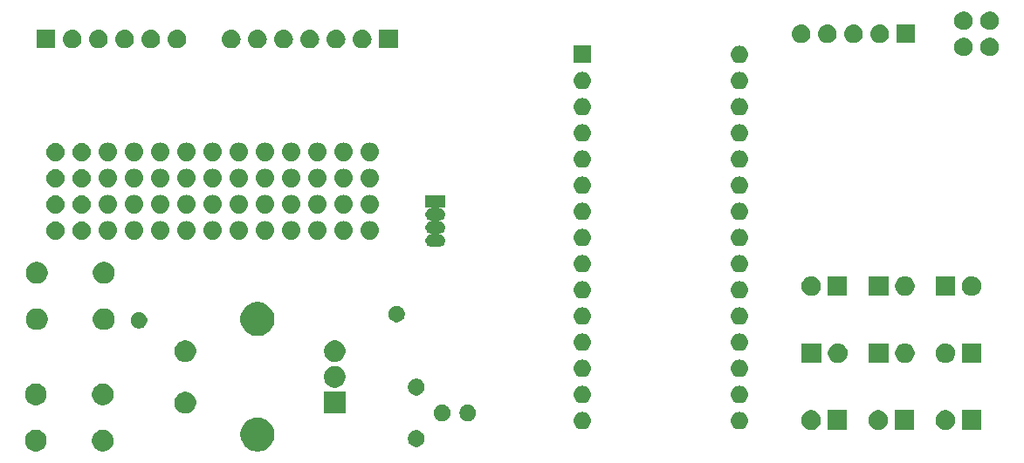
<source format=gbs>
G04 #@! TF.GenerationSoftware,KiCad,Pcbnew,(5.1.0)-1*
G04 #@! TF.CreationDate,2019-04-19T09:53:14+10:00*
G04 #@! TF.ProjectId,arduinoNanoDev,61726475-696e-46f4-9e61-6e6f4465762e,rev?*
G04 #@! TF.SameCoordinates,Original*
G04 #@! TF.FileFunction,Soldermask,Bot*
G04 #@! TF.FilePolarity,Negative*
%FSLAX46Y46*%
G04 Gerber Fmt 4.6, Leading zero omitted, Abs format (unit mm)*
G04 Created by KiCad (PCBNEW (5.1.0)-1) date 2019-04-19 09:53:14*
%MOMM*%
%LPD*%
G04 APERTURE LIST*
%ADD10C,0.100000*%
G04 APERTURE END LIST*
D10*
G36*
X188822094Y-96280724D02*
G01*
X188981579Y-96312447D01*
X189282042Y-96436903D01*
X189552451Y-96617585D01*
X189782415Y-96847549D01*
X189963097Y-97117958D01*
X190087553Y-97418421D01*
X190107409Y-97518243D01*
X190151000Y-97737389D01*
X190151000Y-98062611D01*
X190124977Y-98193435D01*
X190087553Y-98381579D01*
X189963097Y-98682042D01*
X189782415Y-98952451D01*
X189552451Y-99182415D01*
X189282042Y-99363097D01*
X188981579Y-99487553D01*
X188865663Y-99510610D01*
X188662611Y-99551000D01*
X188337389Y-99551000D01*
X188134337Y-99510610D01*
X188018421Y-99487553D01*
X187717958Y-99363097D01*
X187447549Y-99182415D01*
X187217585Y-98952451D01*
X187036903Y-98682042D01*
X186912447Y-98381579D01*
X186875023Y-98193435D01*
X186849000Y-98062611D01*
X186849000Y-97737389D01*
X186892591Y-97518243D01*
X186912447Y-97418421D01*
X187036903Y-97117958D01*
X187217585Y-96847549D01*
X187447549Y-96617585D01*
X187717958Y-96436903D01*
X188018421Y-96312447D01*
X188177906Y-96280724D01*
X188337389Y-96249000D01*
X188662611Y-96249000D01*
X188822094Y-96280724D01*
X188822094Y-96280724D01*
G37*
G36*
X173806563Y-97489389D02*
G01*
X173806566Y-97489390D01*
X173806565Y-97489390D01*
X173997835Y-97568616D01*
X174169973Y-97683635D01*
X174316365Y-97830027D01*
X174431384Y-98002165D01*
X174497017Y-98160619D01*
X174510611Y-98193437D01*
X174551000Y-98396484D01*
X174551000Y-98603516D01*
X174510611Y-98806563D01*
X174505767Y-98818257D01*
X174431384Y-98997835D01*
X174316365Y-99169973D01*
X174169973Y-99316365D01*
X173997835Y-99431384D01*
X173862230Y-99487553D01*
X173806563Y-99510611D01*
X173603516Y-99551000D01*
X173396484Y-99551000D01*
X173193437Y-99510611D01*
X173137770Y-99487553D01*
X173002165Y-99431384D01*
X172830027Y-99316365D01*
X172683635Y-99169973D01*
X172568616Y-98997835D01*
X172494233Y-98818257D01*
X172489389Y-98806563D01*
X172449000Y-98603516D01*
X172449000Y-98396484D01*
X172489389Y-98193437D01*
X172502983Y-98160619D01*
X172568616Y-98002165D01*
X172683635Y-97830027D01*
X172830027Y-97683635D01*
X173002165Y-97568616D01*
X173193435Y-97489390D01*
X173193434Y-97489390D01*
X173193437Y-97489389D01*
X173396484Y-97449000D01*
X173603516Y-97449000D01*
X173806563Y-97489389D01*
X173806563Y-97489389D01*
G37*
G36*
X167306563Y-97489389D02*
G01*
X167306566Y-97489390D01*
X167306565Y-97489390D01*
X167497835Y-97568616D01*
X167669973Y-97683635D01*
X167816365Y-97830027D01*
X167931384Y-98002165D01*
X167997017Y-98160619D01*
X168010611Y-98193437D01*
X168051000Y-98396484D01*
X168051000Y-98603516D01*
X168010611Y-98806563D01*
X168005767Y-98818257D01*
X167931384Y-98997835D01*
X167816365Y-99169973D01*
X167669973Y-99316365D01*
X167497835Y-99431384D01*
X167362230Y-99487553D01*
X167306563Y-99510611D01*
X167103516Y-99551000D01*
X166896484Y-99551000D01*
X166693437Y-99510611D01*
X166637770Y-99487553D01*
X166502165Y-99431384D01*
X166330027Y-99316365D01*
X166183635Y-99169973D01*
X166068616Y-98997835D01*
X165994233Y-98818257D01*
X165989389Y-98806563D01*
X165949000Y-98603516D01*
X165949000Y-98396484D01*
X165989389Y-98193437D01*
X166002983Y-98160619D01*
X166068616Y-98002165D01*
X166183635Y-97830027D01*
X166330027Y-97683635D01*
X166502165Y-97568616D01*
X166693435Y-97489390D01*
X166693434Y-97489390D01*
X166693437Y-97489389D01*
X166896484Y-97449000D01*
X167103516Y-97449000D01*
X167306563Y-97489389D01*
X167306563Y-97489389D01*
G37*
G36*
X204137142Y-97518242D02*
G01*
X204258754Y-97568616D01*
X204285100Y-97579529D01*
X204418257Y-97668501D01*
X204531499Y-97781743D01*
X204563761Y-97830027D01*
X204620472Y-97914902D01*
X204681758Y-98062858D01*
X204713000Y-98219925D01*
X204713000Y-98380075D01*
X204681758Y-98537142D01*
X204621738Y-98682042D01*
X204620471Y-98685100D01*
X204531499Y-98818257D01*
X204418257Y-98931499D01*
X204285100Y-99020471D01*
X204285099Y-99020472D01*
X204285098Y-99020472D01*
X204137142Y-99081758D01*
X203980075Y-99113000D01*
X203819925Y-99113000D01*
X203662858Y-99081758D01*
X203514902Y-99020472D01*
X203514901Y-99020472D01*
X203514900Y-99020471D01*
X203381743Y-98931499D01*
X203268501Y-98818257D01*
X203179529Y-98685100D01*
X203178262Y-98682042D01*
X203118242Y-98537142D01*
X203087000Y-98380075D01*
X203087000Y-98219925D01*
X203118242Y-98062858D01*
X203179528Y-97914902D01*
X203236239Y-97830027D01*
X203268501Y-97781743D01*
X203381743Y-97668501D01*
X203514900Y-97579529D01*
X203541246Y-97568616D01*
X203662858Y-97518242D01*
X203819925Y-97487000D01*
X203980075Y-97487000D01*
X204137142Y-97518242D01*
X204137142Y-97518242D01*
G37*
G36*
X255487395Y-95585546D02*
G01*
X255561798Y-95616365D01*
X255660467Y-95657235D01*
X255816227Y-95761310D01*
X255948690Y-95893773D01*
X256052765Y-96049533D01*
X256067424Y-96084924D01*
X256124454Y-96222605D01*
X256161000Y-96406333D01*
X256161000Y-96593667D01*
X256124454Y-96777395D01*
X256095395Y-96847549D01*
X256052765Y-96950467D01*
X255948690Y-97106227D01*
X255816227Y-97238690D01*
X255660467Y-97342765D01*
X255588778Y-97372459D01*
X255487395Y-97414454D01*
X255303667Y-97451000D01*
X255116333Y-97451000D01*
X254932605Y-97414454D01*
X254831222Y-97372459D01*
X254759533Y-97342765D01*
X254603773Y-97238690D01*
X254471310Y-97106227D01*
X254367235Y-96950467D01*
X254324605Y-96847549D01*
X254295546Y-96777395D01*
X254259000Y-96593667D01*
X254259000Y-96406333D01*
X254295546Y-96222605D01*
X254352576Y-96084924D01*
X254367235Y-96049533D01*
X254471310Y-95893773D01*
X254603773Y-95761310D01*
X254759533Y-95657235D01*
X254858202Y-95616365D01*
X254932605Y-95585546D01*
X255116333Y-95549000D01*
X255303667Y-95549000D01*
X255487395Y-95585546D01*
X255487395Y-95585546D01*
G37*
G36*
X245701000Y-97451000D02*
G01*
X243799000Y-97451000D01*
X243799000Y-95549000D01*
X245701000Y-95549000D01*
X245701000Y-97451000D01*
X245701000Y-97451000D01*
G37*
G36*
X242487395Y-95585546D02*
G01*
X242561798Y-95616365D01*
X242660467Y-95657235D01*
X242816227Y-95761310D01*
X242948690Y-95893773D01*
X243052765Y-96049533D01*
X243067424Y-96084924D01*
X243124454Y-96222605D01*
X243161000Y-96406333D01*
X243161000Y-96593667D01*
X243124454Y-96777395D01*
X243095395Y-96847549D01*
X243052765Y-96950467D01*
X242948690Y-97106227D01*
X242816227Y-97238690D01*
X242660467Y-97342765D01*
X242588778Y-97372459D01*
X242487395Y-97414454D01*
X242303667Y-97451000D01*
X242116333Y-97451000D01*
X241932605Y-97414454D01*
X241831222Y-97372459D01*
X241759533Y-97342765D01*
X241603773Y-97238690D01*
X241471310Y-97106227D01*
X241367235Y-96950467D01*
X241324605Y-96847549D01*
X241295546Y-96777395D01*
X241259000Y-96593667D01*
X241259000Y-96406333D01*
X241295546Y-96222605D01*
X241352576Y-96084924D01*
X241367235Y-96049533D01*
X241471310Y-95893773D01*
X241603773Y-95761310D01*
X241759533Y-95657235D01*
X241858202Y-95616365D01*
X241932605Y-95585546D01*
X242116333Y-95549000D01*
X242303667Y-95549000D01*
X242487395Y-95585546D01*
X242487395Y-95585546D01*
G37*
G36*
X258701000Y-97451000D02*
G01*
X256799000Y-97451000D01*
X256799000Y-95549000D01*
X258701000Y-95549000D01*
X258701000Y-97451000D01*
X258701000Y-97451000D01*
G37*
G36*
X248987395Y-95585546D02*
G01*
X249061798Y-95616365D01*
X249160467Y-95657235D01*
X249316227Y-95761310D01*
X249448690Y-95893773D01*
X249552765Y-96049533D01*
X249567424Y-96084924D01*
X249624454Y-96222605D01*
X249661000Y-96406333D01*
X249661000Y-96593667D01*
X249624454Y-96777395D01*
X249595395Y-96847549D01*
X249552765Y-96950467D01*
X249448690Y-97106227D01*
X249316227Y-97238690D01*
X249160467Y-97342765D01*
X249088778Y-97372459D01*
X248987395Y-97414454D01*
X248803667Y-97451000D01*
X248616333Y-97451000D01*
X248432605Y-97414454D01*
X248331222Y-97372459D01*
X248259533Y-97342765D01*
X248103773Y-97238690D01*
X247971310Y-97106227D01*
X247867235Y-96950467D01*
X247824605Y-96847549D01*
X247795546Y-96777395D01*
X247759000Y-96593667D01*
X247759000Y-96406333D01*
X247795546Y-96222605D01*
X247852576Y-96084924D01*
X247867235Y-96049533D01*
X247971310Y-95893773D01*
X248103773Y-95761310D01*
X248259533Y-95657235D01*
X248358202Y-95616365D01*
X248432605Y-95585546D01*
X248616333Y-95549000D01*
X248803667Y-95549000D01*
X248987395Y-95585546D01*
X248987395Y-95585546D01*
G37*
G36*
X252201000Y-97451000D02*
G01*
X250299000Y-97451000D01*
X250299000Y-95549000D01*
X252201000Y-95549000D01*
X252201000Y-97451000D01*
X252201000Y-97451000D01*
G37*
G36*
X220166825Y-95721313D02*
G01*
X220327241Y-95769975D01*
X220475076Y-95848994D01*
X220604659Y-95955341D01*
X220711006Y-96084924D01*
X220790025Y-96232759D01*
X220838687Y-96393175D01*
X220855117Y-96560000D01*
X220838687Y-96726825D01*
X220790025Y-96887241D01*
X220711006Y-97035076D01*
X220604659Y-97164659D01*
X220475076Y-97271006D01*
X220327241Y-97350025D01*
X220166825Y-97398687D01*
X220041804Y-97411000D01*
X219958196Y-97411000D01*
X219833175Y-97398687D01*
X219672759Y-97350025D01*
X219524924Y-97271006D01*
X219395341Y-97164659D01*
X219288994Y-97035076D01*
X219209975Y-96887241D01*
X219161313Y-96726825D01*
X219144883Y-96560000D01*
X219161313Y-96393175D01*
X219209975Y-96232759D01*
X219288994Y-96084924D01*
X219395341Y-95955341D01*
X219524924Y-95848994D01*
X219672759Y-95769975D01*
X219833175Y-95721313D01*
X219958196Y-95709000D01*
X220041804Y-95709000D01*
X220166825Y-95721313D01*
X220166825Y-95721313D01*
G37*
G36*
X235406825Y-95721313D02*
G01*
X235567241Y-95769975D01*
X235715076Y-95848994D01*
X235844659Y-95955341D01*
X235951006Y-96084924D01*
X236030025Y-96232759D01*
X236078687Y-96393175D01*
X236095117Y-96560000D01*
X236078687Y-96726825D01*
X236030025Y-96887241D01*
X235951006Y-97035076D01*
X235844659Y-97164659D01*
X235715076Y-97271006D01*
X235567241Y-97350025D01*
X235406825Y-97398687D01*
X235281804Y-97411000D01*
X235198196Y-97411000D01*
X235073175Y-97398687D01*
X234912759Y-97350025D01*
X234764924Y-97271006D01*
X234635341Y-97164659D01*
X234528994Y-97035076D01*
X234449975Y-96887241D01*
X234401313Y-96726825D01*
X234384883Y-96560000D01*
X234401313Y-96393175D01*
X234449975Y-96232759D01*
X234528994Y-96084924D01*
X234635341Y-95955341D01*
X234764924Y-95848994D01*
X234912759Y-95769975D01*
X235073175Y-95721313D01*
X235198196Y-95709000D01*
X235281804Y-95709000D01*
X235406825Y-95721313D01*
X235406825Y-95721313D01*
G37*
G36*
X206637142Y-95018242D02*
G01*
X206785098Y-95079528D01*
X206785100Y-95079529D01*
X206918257Y-95168501D01*
X207031499Y-95281743D01*
X207042251Y-95297835D01*
X207120472Y-95414902D01*
X207181758Y-95562858D01*
X207213000Y-95719925D01*
X207213000Y-95880075D01*
X207181758Y-96037142D01*
X207120472Y-96185098D01*
X207120471Y-96185100D01*
X207031499Y-96318257D01*
X206918257Y-96431499D01*
X206785100Y-96520471D01*
X206785099Y-96520472D01*
X206785098Y-96520472D01*
X206637142Y-96581758D01*
X206480075Y-96613000D01*
X206319925Y-96613000D01*
X206162858Y-96581758D01*
X206014902Y-96520472D01*
X206014901Y-96520472D01*
X206014900Y-96520471D01*
X205881743Y-96431499D01*
X205768501Y-96318257D01*
X205679529Y-96185100D01*
X205679528Y-96185098D01*
X205618242Y-96037142D01*
X205587000Y-95880075D01*
X205587000Y-95719925D01*
X205618242Y-95562858D01*
X205679528Y-95414902D01*
X205757749Y-95297835D01*
X205768501Y-95281743D01*
X205881743Y-95168501D01*
X206014900Y-95079529D01*
X206014902Y-95079528D01*
X206162858Y-95018242D01*
X206319925Y-94987000D01*
X206480075Y-94987000D01*
X206637142Y-95018242D01*
X206637142Y-95018242D01*
G37*
G36*
X209137142Y-95018242D02*
G01*
X209285098Y-95079528D01*
X209285100Y-95079529D01*
X209418257Y-95168501D01*
X209531499Y-95281743D01*
X209542251Y-95297835D01*
X209620472Y-95414902D01*
X209681758Y-95562858D01*
X209713000Y-95719925D01*
X209713000Y-95880075D01*
X209681758Y-96037142D01*
X209620472Y-96185098D01*
X209620471Y-96185100D01*
X209531499Y-96318257D01*
X209418257Y-96431499D01*
X209285100Y-96520471D01*
X209285099Y-96520472D01*
X209285098Y-96520472D01*
X209137142Y-96581758D01*
X208980075Y-96613000D01*
X208819925Y-96613000D01*
X208662858Y-96581758D01*
X208514902Y-96520472D01*
X208514901Y-96520472D01*
X208514900Y-96520471D01*
X208381743Y-96431499D01*
X208268501Y-96318257D01*
X208179529Y-96185100D01*
X208179528Y-96185098D01*
X208118242Y-96037142D01*
X208087000Y-95880075D01*
X208087000Y-95719925D01*
X208118242Y-95562858D01*
X208179528Y-95414902D01*
X208257749Y-95297835D01*
X208268501Y-95281743D01*
X208381743Y-95168501D01*
X208514900Y-95079529D01*
X208514902Y-95079528D01*
X208662858Y-95018242D01*
X208819925Y-94987000D01*
X208980075Y-94987000D01*
X209137142Y-95018242D01*
X209137142Y-95018242D01*
G37*
G36*
X197051000Y-95851000D02*
G01*
X194949000Y-95851000D01*
X194949000Y-93749000D01*
X197051000Y-93749000D01*
X197051000Y-95851000D01*
X197051000Y-95851000D01*
G37*
G36*
X181806563Y-93789389D02*
G01*
X181806566Y-93789390D01*
X181806565Y-93789390D01*
X181997835Y-93868616D01*
X182169973Y-93983635D01*
X182316365Y-94130027D01*
X182431384Y-94302165D01*
X182497017Y-94460619D01*
X182510611Y-94493437D01*
X182551000Y-94696484D01*
X182551000Y-94903516D01*
X182510611Y-95106563D01*
X182510610Y-95106565D01*
X182431384Y-95297835D01*
X182316365Y-95469973D01*
X182169973Y-95616365D01*
X181997835Y-95731384D01*
X181904667Y-95769975D01*
X181806563Y-95810611D01*
X181603516Y-95851000D01*
X181396484Y-95851000D01*
X181193437Y-95810611D01*
X181095333Y-95769975D01*
X181002165Y-95731384D01*
X180830027Y-95616365D01*
X180683635Y-95469973D01*
X180568616Y-95297835D01*
X180489390Y-95106565D01*
X180489389Y-95106563D01*
X180449000Y-94903516D01*
X180449000Y-94696484D01*
X180489389Y-94493437D01*
X180502983Y-94460619D01*
X180568616Y-94302165D01*
X180683635Y-94130027D01*
X180830027Y-93983635D01*
X181002165Y-93868616D01*
X181193435Y-93789390D01*
X181193434Y-93789390D01*
X181193437Y-93789389D01*
X181396484Y-93749000D01*
X181603516Y-93749000D01*
X181806563Y-93789389D01*
X181806563Y-93789389D01*
G37*
G36*
X173806563Y-92989389D02*
G01*
X173806566Y-92989390D01*
X173806565Y-92989390D01*
X173997835Y-93068616D01*
X174169973Y-93183635D01*
X174316365Y-93330027D01*
X174431384Y-93502165D01*
X174445872Y-93537143D01*
X174510611Y-93693437D01*
X174551000Y-93896484D01*
X174551000Y-94103516D01*
X174510611Y-94306563D01*
X174510610Y-94306565D01*
X174431384Y-94497835D01*
X174316365Y-94669973D01*
X174169973Y-94816365D01*
X173997835Y-94931384D01*
X173863565Y-94987000D01*
X173806563Y-95010611D01*
X173603516Y-95051000D01*
X173396484Y-95051000D01*
X173193437Y-95010611D01*
X173136435Y-94987000D01*
X173002165Y-94931384D01*
X172830027Y-94816365D01*
X172683635Y-94669973D01*
X172568616Y-94497835D01*
X172489390Y-94306565D01*
X172489389Y-94306563D01*
X172449000Y-94103516D01*
X172449000Y-93896484D01*
X172489389Y-93693437D01*
X172554128Y-93537143D01*
X172568616Y-93502165D01*
X172683635Y-93330027D01*
X172830027Y-93183635D01*
X173002165Y-93068616D01*
X173193435Y-92989390D01*
X173193434Y-92989390D01*
X173193437Y-92989389D01*
X173396484Y-92949000D01*
X173603516Y-92949000D01*
X173806563Y-92989389D01*
X173806563Y-92989389D01*
G37*
G36*
X167306563Y-92989389D02*
G01*
X167306566Y-92989390D01*
X167306565Y-92989390D01*
X167497835Y-93068616D01*
X167669973Y-93183635D01*
X167816365Y-93330027D01*
X167931384Y-93502165D01*
X167945872Y-93537143D01*
X168010611Y-93693437D01*
X168051000Y-93896484D01*
X168051000Y-94103516D01*
X168010611Y-94306563D01*
X168010610Y-94306565D01*
X167931384Y-94497835D01*
X167816365Y-94669973D01*
X167669973Y-94816365D01*
X167497835Y-94931384D01*
X167363565Y-94987000D01*
X167306563Y-95010611D01*
X167103516Y-95051000D01*
X166896484Y-95051000D01*
X166693437Y-95010611D01*
X166636435Y-94987000D01*
X166502165Y-94931384D01*
X166330027Y-94816365D01*
X166183635Y-94669973D01*
X166068616Y-94497835D01*
X165989390Y-94306565D01*
X165989389Y-94306563D01*
X165949000Y-94103516D01*
X165949000Y-93896484D01*
X165989389Y-93693437D01*
X166054128Y-93537143D01*
X166068616Y-93502165D01*
X166183635Y-93330027D01*
X166330027Y-93183635D01*
X166502165Y-93068616D01*
X166693435Y-92989390D01*
X166693434Y-92989390D01*
X166693437Y-92989389D01*
X166896484Y-92949000D01*
X167103516Y-92949000D01*
X167306563Y-92989389D01*
X167306563Y-92989389D01*
G37*
G36*
X235406825Y-93181313D02*
G01*
X235567241Y-93229975D01*
X235715076Y-93308994D01*
X235844659Y-93415341D01*
X235951006Y-93544924D01*
X236030025Y-93692759D01*
X236078687Y-93853175D01*
X236095117Y-94020000D01*
X236078687Y-94186825D01*
X236030025Y-94347241D01*
X235951006Y-94495076D01*
X235844659Y-94624659D01*
X235715076Y-94731006D01*
X235567241Y-94810025D01*
X235406825Y-94858687D01*
X235281804Y-94871000D01*
X235198196Y-94871000D01*
X235073175Y-94858687D01*
X234912759Y-94810025D01*
X234764924Y-94731006D01*
X234635341Y-94624659D01*
X234528994Y-94495076D01*
X234449975Y-94347241D01*
X234401313Y-94186825D01*
X234384883Y-94020000D01*
X234401313Y-93853175D01*
X234449975Y-93692759D01*
X234528994Y-93544924D01*
X234635341Y-93415341D01*
X234764924Y-93308994D01*
X234912759Y-93229975D01*
X235073175Y-93181313D01*
X235198196Y-93169000D01*
X235281804Y-93169000D01*
X235406825Y-93181313D01*
X235406825Y-93181313D01*
G37*
G36*
X220166825Y-93181313D02*
G01*
X220327241Y-93229975D01*
X220475076Y-93308994D01*
X220604659Y-93415341D01*
X220711006Y-93544924D01*
X220790025Y-93692759D01*
X220838687Y-93853175D01*
X220855117Y-94020000D01*
X220838687Y-94186825D01*
X220790025Y-94347241D01*
X220711006Y-94495076D01*
X220604659Y-94624659D01*
X220475076Y-94731006D01*
X220327241Y-94810025D01*
X220166825Y-94858687D01*
X220041804Y-94871000D01*
X219958196Y-94871000D01*
X219833175Y-94858687D01*
X219672759Y-94810025D01*
X219524924Y-94731006D01*
X219395341Y-94624659D01*
X219288994Y-94495076D01*
X219209975Y-94347241D01*
X219161313Y-94186825D01*
X219144883Y-94020000D01*
X219161313Y-93853175D01*
X219209975Y-93692759D01*
X219288994Y-93544924D01*
X219395341Y-93415341D01*
X219524924Y-93308994D01*
X219672759Y-93229975D01*
X219833175Y-93181313D01*
X219958196Y-93169000D01*
X220041804Y-93169000D01*
X220166825Y-93181313D01*
X220166825Y-93181313D01*
G37*
G36*
X204137142Y-92518242D02*
G01*
X204285098Y-92579528D01*
X204285100Y-92579529D01*
X204418257Y-92668501D01*
X204531499Y-92781743D01*
X204542251Y-92797835D01*
X204620472Y-92914902D01*
X204681758Y-93062858D01*
X204713000Y-93219925D01*
X204713000Y-93380075D01*
X204681758Y-93537142D01*
X204620472Y-93685098D01*
X204620471Y-93685100D01*
X204531499Y-93818257D01*
X204418257Y-93931499D01*
X204285100Y-94020471D01*
X204285099Y-94020472D01*
X204285098Y-94020472D01*
X204137142Y-94081758D01*
X203980075Y-94113000D01*
X203819925Y-94113000D01*
X203662858Y-94081758D01*
X203514902Y-94020472D01*
X203514901Y-94020472D01*
X203514900Y-94020471D01*
X203381743Y-93931499D01*
X203268501Y-93818257D01*
X203179529Y-93685100D01*
X203179528Y-93685098D01*
X203118242Y-93537142D01*
X203087000Y-93380075D01*
X203087000Y-93219925D01*
X203118242Y-93062858D01*
X203179528Y-92914902D01*
X203257749Y-92797835D01*
X203268501Y-92781743D01*
X203381743Y-92668501D01*
X203514900Y-92579529D01*
X203514902Y-92579528D01*
X203662858Y-92518242D01*
X203819925Y-92487000D01*
X203980075Y-92487000D01*
X204137142Y-92518242D01*
X204137142Y-92518242D01*
G37*
G36*
X196306563Y-91289389D02*
G01*
X196306566Y-91289390D01*
X196306565Y-91289390D01*
X196497835Y-91368616D01*
X196669973Y-91483635D01*
X196816365Y-91630027D01*
X196931384Y-91802165D01*
X196994721Y-91955076D01*
X197010611Y-91993437D01*
X197051000Y-92196484D01*
X197051000Y-92403516D01*
X197010611Y-92606563D01*
X197010610Y-92606565D01*
X196931384Y-92797835D01*
X196816365Y-92969973D01*
X196669973Y-93116365D01*
X196497835Y-93231384D01*
X196339381Y-93297017D01*
X196306563Y-93310611D01*
X196103516Y-93351000D01*
X195896484Y-93351000D01*
X195693437Y-93310611D01*
X195660619Y-93297017D01*
X195502165Y-93231384D01*
X195330027Y-93116365D01*
X195183635Y-92969973D01*
X195068616Y-92797835D01*
X194989390Y-92606565D01*
X194989389Y-92606563D01*
X194949000Y-92403516D01*
X194949000Y-92196484D01*
X194989389Y-91993437D01*
X195005279Y-91955076D01*
X195068616Y-91802165D01*
X195183635Y-91630027D01*
X195330027Y-91483635D01*
X195502165Y-91368616D01*
X195693435Y-91289390D01*
X195693434Y-91289390D01*
X195693437Y-91289389D01*
X195896484Y-91249000D01*
X196103516Y-91249000D01*
X196306563Y-91289389D01*
X196306563Y-91289389D01*
G37*
G36*
X235406825Y-90641313D02*
G01*
X235567241Y-90689975D01*
X235715076Y-90768994D01*
X235844659Y-90875341D01*
X235951006Y-91004924D01*
X236030025Y-91152759D01*
X236078687Y-91313175D01*
X236095117Y-91480000D01*
X236078687Y-91646825D01*
X236030025Y-91807241D01*
X235951006Y-91955076D01*
X235844659Y-92084659D01*
X235715076Y-92191006D01*
X235567241Y-92270025D01*
X235406825Y-92318687D01*
X235281804Y-92331000D01*
X235198196Y-92331000D01*
X235073175Y-92318687D01*
X234912759Y-92270025D01*
X234764924Y-92191006D01*
X234635341Y-92084659D01*
X234528994Y-91955076D01*
X234449975Y-91807241D01*
X234401313Y-91646825D01*
X234384883Y-91480000D01*
X234401313Y-91313175D01*
X234449975Y-91152759D01*
X234528994Y-91004924D01*
X234635341Y-90875341D01*
X234764924Y-90768994D01*
X234912759Y-90689975D01*
X235073175Y-90641313D01*
X235198196Y-90629000D01*
X235281804Y-90629000D01*
X235406825Y-90641313D01*
X235406825Y-90641313D01*
G37*
G36*
X220166825Y-90641313D02*
G01*
X220327241Y-90689975D01*
X220475076Y-90768994D01*
X220604659Y-90875341D01*
X220711006Y-91004924D01*
X220790025Y-91152759D01*
X220838687Y-91313175D01*
X220855117Y-91480000D01*
X220838687Y-91646825D01*
X220790025Y-91807241D01*
X220711006Y-91955076D01*
X220604659Y-92084659D01*
X220475076Y-92191006D01*
X220327241Y-92270025D01*
X220166825Y-92318687D01*
X220041804Y-92331000D01*
X219958196Y-92331000D01*
X219833175Y-92318687D01*
X219672759Y-92270025D01*
X219524924Y-92191006D01*
X219395341Y-92084659D01*
X219288994Y-91955076D01*
X219209975Y-91807241D01*
X219161313Y-91646825D01*
X219144883Y-91480000D01*
X219161313Y-91313175D01*
X219209975Y-91152759D01*
X219288994Y-91004924D01*
X219395341Y-90875341D01*
X219524924Y-90768994D01*
X219672759Y-90689975D01*
X219833175Y-90641313D01*
X219958196Y-90629000D01*
X220041804Y-90629000D01*
X220166825Y-90641313D01*
X220166825Y-90641313D01*
G37*
G36*
X245067395Y-89085546D02*
G01*
X245168778Y-89127541D01*
X245240467Y-89157235D01*
X245396227Y-89261310D01*
X245528690Y-89393773D01*
X245632765Y-89549533D01*
X245632765Y-89549534D01*
X245704454Y-89722605D01*
X245741000Y-89906333D01*
X245741000Y-90093667D01*
X245704454Y-90277395D01*
X245695988Y-90297833D01*
X245632765Y-90450467D01*
X245528690Y-90606227D01*
X245396227Y-90738690D01*
X245240467Y-90842765D01*
X245168778Y-90872459D01*
X245067395Y-90914454D01*
X244883667Y-90951000D01*
X244696333Y-90951000D01*
X244512605Y-90914454D01*
X244411222Y-90872459D01*
X244339533Y-90842765D01*
X244183773Y-90738690D01*
X244051310Y-90606227D01*
X243947235Y-90450467D01*
X243884012Y-90297833D01*
X243875546Y-90277395D01*
X243839000Y-90093667D01*
X243839000Y-89906333D01*
X243875546Y-89722605D01*
X243947235Y-89549534D01*
X243947235Y-89549533D01*
X244051310Y-89393773D01*
X244183773Y-89261310D01*
X244339533Y-89157235D01*
X244411222Y-89127541D01*
X244512605Y-89085546D01*
X244696333Y-89049000D01*
X244883667Y-89049000D01*
X245067395Y-89085546D01*
X245067395Y-89085546D01*
G37*
G36*
X243201000Y-90951000D02*
G01*
X241299000Y-90951000D01*
X241299000Y-89049000D01*
X243201000Y-89049000D01*
X243201000Y-90951000D01*
X243201000Y-90951000D01*
G37*
G36*
X255487395Y-89085546D02*
G01*
X255588778Y-89127541D01*
X255660467Y-89157235D01*
X255816227Y-89261310D01*
X255948690Y-89393773D01*
X256052765Y-89549533D01*
X256052765Y-89549534D01*
X256124454Y-89722605D01*
X256161000Y-89906333D01*
X256161000Y-90093667D01*
X256124454Y-90277395D01*
X256115988Y-90297833D01*
X256052765Y-90450467D01*
X255948690Y-90606227D01*
X255816227Y-90738690D01*
X255660467Y-90842765D01*
X255588778Y-90872459D01*
X255487395Y-90914454D01*
X255303667Y-90951000D01*
X255116333Y-90951000D01*
X254932605Y-90914454D01*
X254831222Y-90872459D01*
X254759533Y-90842765D01*
X254603773Y-90738690D01*
X254471310Y-90606227D01*
X254367235Y-90450467D01*
X254304012Y-90297833D01*
X254295546Y-90277395D01*
X254259000Y-90093667D01*
X254259000Y-89906333D01*
X254295546Y-89722605D01*
X254367235Y-89549534D01*
X254367235Y-89549533D01*
X254471310Y-89393773D01*
X254603773Y-89261310D01*
X254759533Y-89157235D01*
X254831222Y-89127541D01*
X254932605Y-89085546D01*
X255116333Y-89049000D01*
X255303667Y-89049000D01*
X255487395Y-89085546D01*
X255487395Y-89085546D01*
G37*
G36*
X258701000Y-90951000D02*
G01*
X256799000Y-90951000D01*
X256799000Y-89049000D01*
X258701000Y-89049000D01*
X258701000Y-90951000D01*
X258701000Y-90951000D01*
G37*
G36*
X249701000Y-90951000D02*
G01*
X247799000Y-90951000D01*
X247799000Y-89049000D01*
X249701000Y-89049000D01*
X249701000Y-90951000D01*
X249701000Y-90951000D01*
G37*
G36*
X251567395Y-89085546D02*
G01*
X251668778Y-89127541D01*
X251740467Y-89157235D01*
X251896227Y-89261310D01*
X252028690Y-89393773D01*
X252132765Y-89549533D01*
X252132765Y-89549534D01*
X252204454Y-89722605D01*
X252241000Y-89906333D01*
X252241000Y-90093667D01*
X252204454Y-90277395D01*
X252195988Y-90297833D01*
X252132765Y-90450467D01*
X252028690Y-90606227D01*
X251896227Y-90738690D01*
X251740467Y-90842765D01*
X251668778Y-90872459D01*
X251567395Y-90914454D01*
X251383667Y-90951000D01*
X251196333Y-90951000D01*
X251012605Y-90914454D01*
X250911222Y-90872459D01*
X250839533Y-90842765D01*
X250683773Y-90738690D01*
X250551310Y-90606227D01*
X250447235Y-90450467D01*
X250384012Y-90297833D01*
X250375546Y-90277395D01*
X250339000Y-90093667D01*
X250339000Y-89906333D01*
X250375546Y-89722605D01*
X250447235Y-89549534D01*
X250447235Y-89549533D01*
X250551310Y-89393773D01*
X250683773Y-89261310D01*
X250839533Y-89157235D01*
X250911222Y-89127541D01*
X251012605Y-89085546D01*
X251196333Y-89049000D01*
X251383667Y-89049000D01*
X251567395Y-89085546D01*
X251567395Y-89085546D01*
G37*
G36*
X196306563Y-88789389D02*
G01*
X196306566Y-88789390D01*
X196306565Y-88789390D01*
X196497835Y-88868616D01*
X196669973Y-88983635D01*
X196816365Y-89130027D01*
X196931384Y-89302165D01*
X196997017Y-89460619D01*
X197010611Y-89493437D01*
X197051000Y-89696484D01*
X197051000Y-89903516D01*
X197010611Y-90106563D01*
X197010610Y-90106565D01*
X196931384Y-90297835D01*
X196816365Y-90469973D01*
X196669973Y-90616365D01*
X196497835Y-90731384D01*
X196339381Y-90797017D01*
X196306563Y-90810611D01*
X196103516Y-90851000D01*
X195896484Y-90851000D01*
X195693437Y-90810611D01*
X195660619Y-90797017D01*
X195502165Y-90731384D01*
X195330027Y-90616365D01*
X195183635Y-90469973D01*
X195068616Y-90297835D01*
X194989390Y-90106565D01*
X194989389Y-90106563D01*
X194949000Y-89903516D01*
X194949000Y-89696484D01*
X194989389Y-89493437D01*
X195002983Y-89460619D01*
X195068616Y-89302165D01*
X195183635Y-89130027D01*
X195330027Y-88983635D01*
X195502165Y-88868616D01*
X195693435Y-88789390D01*
X195693434Y-88789390D01*
X195693437Y-88789389D01*
X195896484Y-88749000D01*
X196103516Y-88749000D01*
X196306563Y-88789389D01*
X196306563Y-88789389D01*
G37*
G36*
X181806563Y-88789389D02*
G01*
X181806566Y-88789390D01*
X181806565Y-88789390D01*
X181997835Y-88868616D01*
X182169973Y-88983635D01*
X182316365Y-89130027D01*
X182431384Y-89302165D01*
X182497017Y-89460619D01*
X182510611Y-89493437D01*
X182551000Y-89696484D01*
X182551000Y-89903516D01*
X182510611Y-90106563D01*
X182510610Y-90106565D01*
X182431384Y-90297835D01*
X182316365Y-90469973D01*
X182169973Y-90616365D01*
X181997835Y-90731384D01*
X181839381Y-90797017D01*
X181806563Y-90810611D01*
X181603516Y-90851000D01*
X181396484Y-90851000D01*
X181193437Y-90810611D01*
X181160619Y-90797017D01*
X181002165Y-90731384D01*
X180830027Y-90616365D01*
X180683635Y-90469973D01*
X180568616Y-90297835D01*
X180489390Y-90106565D01*
X180489389Y-90106563D01*
X180449000Y-89903516D01*
X180449000Y-89696484D01*
X180489389Y-89493437D01*
X180502983Y-89460619D01*
X180568616Y-89302165D01*
X180683635Y-89130027D01*
X180830027Y-88983635D01*
X181002165Y-88868616D01*
X181193435Y-88789390D01*
X181193434Y-88789390D01*
X181193437Y-88789389D01*
X181396484Y-88749000D01*
X181603516Y-88749000D01*
X181806563Y-88789389D01*
X181806563Y-88789389D01*
G37*
G36*
X235406825Y-88101313D02*
G01*
X235567241Y-88149975D01*
X235715076Y-88228994D01*
X235844659Y-88335341D01*
X235951006Y-88464924D01*
X236030025Y-88612759D01*
X236078687Y-88773175D01*
X236095117Y-88940000D01*
X236078687Y-89106825D01*
X236030025Y-89267241D01*
X235951006Y-89415076D01*
X235844659Y-89544659D01*
X235715076Y-89651006D01*
X235567241Y-89730025D01*
X235406825Y-89778687D01*
X235281804Y-89791000D01*
X235198196Y-89791000D01*
X235073175Y-89778687D01*
X234912759Y-89730025D01*
X234764924Y-89651006D01*
X234635341Y-89544659D01*
X234528994Y-89415076D01*
X234449975Y-89267241D01*
X234401313Y-89106825D01*
X234384883Y-88940000D01*
X234401313Y-88773175D01*
X234449975Y-88612759D01*
X234528994Y-88464924D01*
X234635341Y-88335341D01*
X234764924Y-88228994D01*
X234912759Y-88149975D01*
X235073175Y-88101313D01*
X235198196Y-88089000D01*
X235281804Y-88089000D01*
X235406825Y-88101313D01*
X235406825Y-88101313D01*
G37*
G36*
X220166825Y-88101313D02*
G01*
X220327241Y-88149975D01*
X220475076Y-88228994D01*
X220604659Y-88335341D01*
X220711006Y-88464924D01*
X220790025Y-88612759D01*
X220838687Y-88773175D01*
X220855117Y-88940000D01*
X220838687Y-89106825D01*
X220790025Y-89267241D01*
X220711006Y-89415076D01*
X220604659Y-89544659D01*
X220475076Y-89651006D01*
X220327241Y-89730025D01*
X220166825Y-89778687D01*
X220041804Y-89791000D01*
X219958196Y-89791000D01*
X219833175Y-89778687D01*
X219672759Y-89730025D01*
X219524924Y-89651006D01*
X219395341Y-89544659D01*
X219288994Y-89415076D01*
X219209975Y-89267241D01*
X219161313Y-89106825D01*
X219144883Y-88940000D01*
X219161313Y-88773175D01*
X219209975Y-88612759D01*
X219288994Y-88464924D01*
X219395341Y-88335341D01*
X219524924Y-88228994D01*
X219672759Y-88149975D01*
X219833175Y-88101313D01*
X219958196Y-88089000D01*
X220041804Y-88089000D01*
X220166825Y-88101313D01*
X220166825Y-88101313D01*
G37*
G36*
X188822094Y-85080723D02*
G01*
X188981579Y-85112447D01*
X189282042Y-85236903D01*
X189552451Y-85417585D01*
X189782415Y-85647549D01*
X189963097Y-85917958D01*
X190087553Y-86218421D01*
X190101670Y-86289392D01*
X190151000Y-86537389D01*
X190151000Y-86862611D01*
X190148520Y-86875078D01*
X190087553Y-87181579D01*
X189963097Y-87482042D01*
X189782415Y-87752451D01*
X189552451Y-87982415D01*
X189282042Y-88163097D01*
X188981579Y-88287553D01*
X188822094Y-88319277D01*
X188662611Y-88351000D01*
X188337389Y-88351000D01*
X188177906Y-88319276D01*
X188018421Y-88287553D01*
X187717958Y-88163097D01*
X187447549Y-87982415D01*
X187217585Y-87752451D01*
X187036903Y-87482042D01*
X186912447Y-87181579D01*
X186851480Y-86875078D01*
X186849000Y-86862611D01*
X186849000Y-86537389D01*
X186898330Y-86289392D01*
X186912447Y-86218421D01*
X187036903Y-85917958D01*
X187217585Y-85647549D01*
X187447549Y-85417585D01*
X187717958Y-85236903D01*
X188018421Y-85112447D01*
X188177906Y-85080723D01*
X188337389Y-85049000D01*
X188662611Y-85049000D01*
X188822094Y-85080723D01*
X188822094Y-85080723D01*
G37*
G36*
X167406563Y-85689389D02*
G01*
X167406566Y-85689390D01*
X167406565Y-85689390D01*
X167597835Y-85768616D01*
X167769973Y-85883635D01*
X167916365Y-86030027D01*
X168031384Y-86202165D01*
X168067514Y-86289392D01*
X168110611Y-86393437D01*
X168151000Y-86596484D01*
X168151000Y-86803516D01*
X168110611Y-87006563D01*
X168110610Y-87006565D01*
X168031384Y-87197835D01*
X167916365Y-87369973D01*
X167769973Y-87516365D01*
X167597835Y-87631384D01*
X167439381Y-87697017D01*
X167406563Y-87710611D01*
X167203516Y-87751000D01*
X166996484Y-87751000D01*
X166793437Y-87710611D01*
X166760619Y-87697017D01*
X166602165Y-87631384D01*
X166430027Y-87516365D01*
X166283635Y-87369973D01*
X166168616Y-87197835D01*
X166089390Y-87006565D01*
X166089389Y-87006563D01*
X166049000Y-86803516D01*
X166049000Y-86596484D01*
X166089389Y-86393437D01*
X166132486Y-86289392D01*
X166168616Y-86202165D01*
X166283635Y-86030027D01*
X166430027Y-85883635D01*
X166602165Y-85768616D01*
X166793435Y-85689390D01*
X166793434Y-85689390D01*
X166793437Y-85689389D01*
X166996484Y-85649000D01*
X167203516Y-85649000D01*
X167406563Y-85689389D01*
X167406563Y-85689389D01*
G37*
G36*
X173906563Y-85689389D02*
G01*
X173906566Y-85689390D01*
X173906565Y-85689390D01*
X174097835Y-85768616D01*
X174269973Y-85883635D01*
X174416365Y-86030027D01*
X174531384Y-86202165D01*
X174567514Y-86289392D01*
X174610611Y-86393437D01*
X174651000Y-86596484D01*
X174651000Y-86803516D01*
X174610611Y-87006563D01*
X174610610Y-87006565D01*
X174531384Y-87197835D01*
X174416365Y-87369973D01*
X174269973Y-87516365D01*
X174097835Y-87631384D01*
X173939381Y-87697017D01*
X173906563Y-87710611D01*
X173703516Y-87751000D01*
X173496484Y-87751000D01*
X173293437Y-87710611D01*
X173260619Y-87697017D01*
X173102165Y-87631384D01*
X172930027Y-87516365D01*
X172783635Y-87369973D01*
X172668616Y-87197835D01*
X172589390Y-87006565D01*
X172589389Y-87006563D01*
X172549000Y-86803516D01*
X172549000Y-86596484D01*
X172589389Y-86393437D01*
X172632486Y-86289392D01*
X172668616Y-86202165D01*
X172783635Y-86030027D01*
X172930027Y-85883635D01*
X173102165Y-85768616D01*
X173293435Y-85689390D01*
X173293434Y-85689390D01*
X173293437Y-85689389D01*
X173496484Y-85649000D01*
X173703516Y-85649000D01*
X173906563Y-85689389D01*
X173906563Y-85689389D01*
G37*
G36*
X177233641Y-86029781D02*
G01*
X177337399Y-86072759D01*
X177379416Y-86090163D01*
X177510608Y-86177822D01*
X177622178Y-86289392D01*
X177691698Y-86393437D01*
X177709838Y-86420586D01*
X177770219Y-86566359D01*
X177801000Y-86721107D01*
X177801000Y-86878893D01*
X177770219Y-87033641D01*
X177770218Y-87033643D01*
X177709837Y-87179416D01*
X177622178Y-87310608D01*
X177510608Y-87422178D01*
X177379416Y-87509837D01*
X177379415Y-87509838D01*
X177379414Y-87509838D01*
X177233641Y-87570219D01*
X177078893Y-87601000D01*
X176921107Y-87601000D01*
X176766359Y-87570219D01*
X176620586Y-87509838D01*
X176620585Y-87509838D01*
X176620584Y-87509837D01*
X176489392Y-87422178D01*
X176377822Y-87310608D01*
X176290163Y-87179416D01*
X176229782Y-87033643D01*
X176229781Y-87033641D01*
X176199000Y-86878893D01*
X176199000Y-86721107D01*
X176229781Y-86566359D01*
X176290162Y-86420586D01*
X176308302Y-86393437D01*
X176377822Y-86289392D01*
X176489392Y-86177822D01*
X176620584Y-86090163D01*
X176662601Y-86072759D01*
X176766359Y-86029781D01*
X176921107Y-85999000D01*
X177078893Y-85999000D01*
X177233641Y-86029781D01*
X177233641Y-86029781D01*
G37*
G36*
X220166825Y-85561313D02*
G01*
X220327241Y-85609975D01*
X220475076Y-85688994D01*
X220604659Y-85795341D01*
X220711006Y-85924924D01*
X220790025Y-86072759D01*
X220838687Y-86233175D01*
X220855117Y-86400000D01*
X220838687Y-86566825D01*
X220790025Y-86727241D01*
X220711006Y-86875076D01*
X220604659Y-87004659D01*
X220475076Y-87111006D01*
X220327241Y-87190025D01*
X220166825Y-87238687D01*
X220041804Y-87251000D01*
X219958196Y-87251000D01*
X219833175Y-87238687D01*
X219672759Y-87190025D01*
X219524924Y-87111006D01*
X219395341Y-87004659D01*
X219288994Y-86875076D01*
X219209975Y-86727241D01*
X219161313Y-86566825D01*
X219144883Y-86400000D01*
X219161313Y-86233175D01*
X219209975Y-86072759D01*
X219288994Y-85924924D01*
X219395341Y-85795341D01*
X219524924Y-85688994D01*
X219672759Y-85609975D01*
X219833175Y-85561313D01*
X219958196Y-85549000D01*
X220041804Y-85549000D01*
X220166825Y-85561313D01*
X220166825Y-85561313D01*
G37*
G36*
X235406825Y-85561313D02*
G01*
X235567241Y-85609975D01*
X235715076Y-85688994D01*
X235844659Y-85795341D01*
X235951006Y-85924924D01*
X236030025Y-86072759D01*
X236078687Y-86233175D01*
X236095117Y-86400000D01*
X236078687Y-86566825D01*
X236030025Y-86727241D01*
X235951006Y-86875076D01*
X235844659Y-87004659D01*
X235715076Y-87111006D01*
X235567241Y-87190025D01*
X235406825Y-87238687D01*
X235281804Y-87251000D01*
X235198196Y-87251000D01*
X235073175Y-87238687D01*
X234912759Y-87190025D01*
X234764924Y-87111006D01*
X234635341Y-87004659D01*
X234528994Y-86875076D01*
X234449975Y-86727241D01*
X234401313Y-86566825D01*
X234384883Y-86400000D01*
X234401313Y-86233175D01*
X234449975Y-86072759D01*
X234528994Y-85924924D01*
X234635341Y-85795341D01*
X234764924Y-85688994D01*
X234912759Y-85609975D01*
X235073175Y-85561313D01*
X235198196Y-85549000D01*
X235281804Y-85549000D01*
X235406825Y-85561313D01*
X235406825Y-85561313D01*
G37*
G36*
X202233641Y-85429781D02*
G01*
X202233644Y-85429782D01*
X202233643Y-85429782D01*
X202379416Y-85490163D01*
X202510608Y-85577822D01*
X202622178Y-85689392D01*
X202675113Y-85768616D01*
X202709838Y-85820586D01*
X202770219Y-85966359D01*
X202801000Y-86121107D01*
X202801000Y-86278893D01*
X202770219Y-86433641D01*
X202709838Y-86579414D01*
X202709837Y-86579416D01*
X202622178Y-86710608D01*
X202510608Y-86822178D01*
X202379416Y-86909837D01*
X202379415Y-86909838D01*
X202379414Y-86909838D01*
X202233641Y-86970219D01*
X202078893Y-87001000D01*
X201921107Y-87001000D01*
X201766359Y-86970219D01*
X201620586Y-86909838D01*
X201620585Y-86909838D01*
X201620584Y-86909837D01*
X201489392Y-86822178D01*
X201377822Y-86710608D01*
X201290163Y-86579416D01*
X201290162Y-86579414D01*
X201229781Y-86433641D01*
X201199000Y-86278893D01*
X201199000Y-86121107D01*
X201229781Y-85966359D01*
X201290162Y-85820586D01*
X201324887Y-85768616D01*
X201377822Y-85689392D01*
X201489392Y-85577822D01*
X201620584Y-85490163D01*
X201766357Y-85429782D01*
X201766356Y-85429782D01*
X201766359Y-85429781D01*
X201921107Y-85399000D01*
X202078893Y-85399000D01*
X202233641Y-85429781D01*
X202233641Y-85429781D01*
G37*
G36*
X220166825Y-83021313D02*
G01*
X220327241Y-83069975D01*
X220475076Y-83148994D01*
X220604659Y-83255341D01*
X220711006Y-83384924D01*
X220790025Y-83532759D01*
X220838687Y-83693175D01*
X220855117Y-83860000D01*
X220838687Y-84026825D01*
X220790025Y-84187241D01*
X220711006Y-84335076D01*
X220604659Y-84464659D01*
X220475076Y-84571006D01*
X220327241Y-84650025D01*
X220166825Y-84698687D01*
X220041804Y-84711000D01*
X219958196Y-84711000D01*
X219833175Y-84698687D01*
X219672759Y-84650025D01*
X219524924Y-84571006D01*
X219395341Y-84464659D01*
X219288994Y-84335076D01*
X219209975Y-84187241D01*
X219161313Y-84026825D01*
X219144883Y-83860000D01*
X219161313Y-83693175D01*
X219209975Y-83532759D01*
X219288994Y-83384924D01*
X219395341Y-83255341D01*
X219524924Y-83148994D01*
X219672759Y-83069975D01*
X219833175Y-83021313D01*
X219958196Y-83009000D01*
X220041804Y-83009000D01*
X220166825Y-83021313D01*
X220166825Y-83021313D01*
G37*
G36*
X235406825Y-83021313D02*
G01*
X235567241Y-83069975D01*
X235715076Y-83148994D01*
X235844659Y-83255341D01*
X235951006Y-83384924D01*
X236030025Y-83532759D01*
X236078687Y-83693175D01*
X236095117Y-83860000D01*
X236078687Y-84026825D01*
X236030025Y-84187241D01*
X235951006Y-84335076D01*
X235844659Y-84464659D01*
X235715076Y-84571006D01*
X235567241Y-84650025D01*
X235406825Y-84698687D01*
X235281804Y-84711000D01*
X235198196Y-84711000D01*
X235073175Y-84698687D01*
X234912759Y-84650025D01*
X234764924Y-84571006D01*
X234635341Y-84464659D01*
X234528994Y-84335076D01*
X234449975Y-84187241D01*
X234401313Y-84026825D01*
X234384883Y-83860000D01*
X234401313Y-83693175D01*
X234449975Y-83532759D01*
X234528994Y-83384924D01*
X234635341Y-83255341D01*
X234764924Y-83148994D01*
X234912759Y-83069975D01*
X235073175Y-83021313D01*
X235198196Y-83009000D01*
X235281804Y-83009000D01*
X235406825Y-83021313D01*
X235406825Y-83021313D01*
G37*
G36*
X242487395Y-82585546D02*
G01*
X242588778Y-82627541D01*
X242660467Y-82657235D01*
X242816227Y-82761310D01*
X242948690Y-82893773D01*
X243052765Y-83049533D01*
X243052765Y-83049534D01*
X243124454Y-83222605D01*
X243161000Y-83406333D01*
X243161000Y-83593667D01*
X243124454Y-83777395D01*
X243082459Y-83878778D01*
X243052765Y-83950467D01*
X242948690Y-84106227D01*
X242816227Y-84238690D01*
X242660467Y-84342765D01*
X242588778Y-84372459D01*
X242487395Y-84414454D01*
X242303667Y-84451000D01*
X242116333Y-84451000D01*
X241932605Y-84414454D01*
X241831222Y-84372459D01*
X241759533Y-84342765D01*
X241603773Y-84238690D01*
X241471310Y-84106227D01*
X241367235Y-83950467D01*
X241337541Y-83878778D01*
X241295546Y-83777395D01*
X241259000Y-83593667D01*
X241259000Y-83406333D01*
X241295546Y-83222605D01*
X241367235Y-83049534D01*
X241367235Y-83049533D01*
X241471310Y-82893773D01*
X241603773Y-82761310D01*
X241759533Y-82657235D01*
X241831222Y-82627541D01*
X241932605Y-82585546D01*
X242116333Y-82549000D01*
X242303667Y-82549000D01*
X242487395Y-82585546D01*
X242487395Y-82585546D01*
G37*
G36*
X245701000Y-84451000D02*
G01*
X243799000Y-84451000D01*
X243799000Y-82549000D01*
X245701000Y-82549000D01*
X245701000Y-84451000D01*
X245701000Y-84451000D01*
G37*
G36*
X258027395Y-82585546D02*
G01*
X258128778Y-82627541D01*
X258200467Y-82657235D01*
X258356227Y-82761310D01*
X258488690Y-82893773D01*
X258592765Y-83049533D01*
X258592765Y-83049534D01*
X258664454Y-83222605D01*
X258701000Y-83406333D01*
X258701000Y-83593667D01*
X258664454Y-83777395D01*
X258622459Y-83878778D01*
X258592765Y-83950467D01*
X258488690Y-84106227D01*
X258356227Y-84238690D01*
X258200467Y-84342765D01*
X258128778Y-84372459D01*
X258027395Y-84414454D01*
X257843667Y-84451000D01*
X257656333Y-84451000D01*
X257472605Y-84414454D01*
X257371222Y-84372459D01*
X257299533Y-84342765D01*
X257143773Y-84238690D01*
X257011310Y-84106227D01*
X256907235Y-83950467D01*
X256877541Y-83878778D01*
X256835546Y-83777395D01*
X256799000Y-83593667D01*
X256799000Y-83406333D01*
X256835546Y-83222605D01*
X256907235Y-83049534D01*
X256907235Y-83049533D01*
X257011310Y-82893773D01*
X257143773Y-82761310D01*
X257299533Y-82657235D01*
X257371222Y-82627541D01*
X257472605Y-82585546D01*
X257656333Y-82549000D01*
X257843667Y-82549000D01*
X258027395Y-82585546D01*
X258027395Y-82585546D01*
G37*
G36*
X256161000Y-84451000D02*
G01*
X254259000Y-84451000D01*
X254259000Y-82549000D01*
X256161000Y-82549000D01*
X256161000Y-84451000D01*
X256161000Y-84451000D01*
G37*
G36*
X249701000Y-84451000D02*
G01*
X247799000Y-84451000D01*
X247799000Y-82549000D01*
X249701000Y-82549000D01*
X249701000Y-84451000D01*
X249701000Y-84451000D01*
G37*
G36*
X251567395Y-82585546D02*
G01*
X251668778Y-82627541D01*
X251740467Y-82657235D01*
X251896227Y-82761310D01*
X252028690Y-82893773D01*
X252132765Y-83049533D01*
X252132765Y-83049534D01*
X252204454Y-83222605D01*
X252241000Y-83406333D01*
X252241000Y-83593667D01*
X252204454Y-83777395D01*
X252162459Y-83878778D01*
X252132765Y-83950467D01*
X252028690Y-84106227D01*
X251896227Y-84238690D01*
X251740467Y-84342765D01*
X251668778Y-84372459D01*
X251567395Y-84414454D01*
X251383667Y-84451000D01*
X251196333Y-84451000D01*
X251012605Y-84414454D01*
X250911222Y-84372459D01*
X250839533Y-84342765D01*
X250683773Y-84238690D01*
X250551310Y-84106227D01*
X250447235Y-83950467D01*
X250417541Y-83878778D01*
X250375546Y-83777395D01*
X250339000Y-83593667D01*
X250339000Y-83406333D01*
X250375546Y-83222605D01*
X250447235Y-83049534D01*
X250447235Y-83049533D01*
X250551310Y-82893773D01*
X250683773Y-82761310D01*
X250839533Y-82657235D01*
X250911222Y-82627541D01*
X251012605Y-82585546D01*
X251196333Y-82549000D01*
X251383667Y-82549000D01*
X251567395Y-82585546D01*
X251567395Y-82585546D01*
G37*
G36*
X173906563Y-81189389D02*
G01*
X173906566Y-81189390D01*
X173906565Y-81189390D01*
X174097835Y-81268616D01*
X174269973Y-81383635D01*
X174416365Y-81530027D01*
X174531384Y-81702165D01*
X174597017Y-81860619D01*
X174610611Y-81893437D01*
X174651000Y-82096484D01*
X174651000Y-82303516D01*
X174610611Y-82506563D01*
X174610610Y-82506565D01*
X174531384Y-82697835D01*
X174416365Y-82869973D01*
X174269973Y-83016365D01*
X174097835Y-83131384D01*
X173939381Y-83197017D01*
X173906563Y-83210611D01*
X173703516Y-83251000D01*
X173496484Y-83251000D01*
X173293437Y-83210611D01*
X173260619Y-83197017D01*
X173102165Y-83131384D01*
X172930027Y-83016365D01*
X172783635Y-82869973D01*
X172668616Y-82697835D01*
X172589390Y-82506565D01*
X172589389Y-82506563D01*
X172549000Y-82303516D01*
X172549000Y-82096484D01*
X172589389Y-81893437D01*
X172602983Y-81860619D01*
X172668616Y-81702165D01*
X172783635Y-81530027D01*
X172930027Y-81383635D01*
X173102165Y-81268616D01*
X173293435Y-81189390D01*
X173293434Y-81189390D01*
X173293437Y-81189389D01*
X173496484Y-81149000D01*
X173703516Y-81149000D01*
X173906563Y-81189389D01*
X173906563Y-81189389D01*
G37*
G36*
X167406563Y-81189389D02*
G01*
X167406566Y-81189390D01*
X167406565Y-81189390D01*
X167597835Y-81268616D01*
X167769973Y-81383635D01*
X167916365Y-81530027D01*
X168031384Y-81702165D01*
X168097017Y-81860619D01*
X168110611Y-81893437D01*
X168151000Y-82096484D01*
X168151000Y-82303516D01*
X168110611Y-82506563D01*
X168110610Y-82506565D01*
X168031384Y-82697835D01*
X167916365Y-82869973D01*
X167769973Y-83016365D01*
X167597835Y-83131384D01*
X167439381Y-83197017D01*
X167406563Y-83210611D01*
X167203516Y-83251000D01*
X166996484Y-83251000D01*
X166793437Y-83210611D01*
X166760619Y-83197017D01*
X166602165Y-83131384D01*
X166430027Y-83016365D01*
X166283635Y-82869973D01*
X166168616Y-82697835D01*
X166089390Y-82506565D01*
X166089389Y-82506563D01*
X166049000Y-82303516D01*
X166049000Y-82096484D01*
X166089389Y-81893437D01*
X166102983Y-81860619D01*
X166168616Y-81702165D01*
X166283635Y-81530027D01*
X166430027Y-81383635D01*
X166602165Y-81268616D01*
X166793435Y-81189390D01*
X166793434Y-81189390D01*
X166793437Y-81189389D01*
X166996484Y-81149000D01*
X167203516Y-81149000D01*
X167406563Y-81189389D01*
X167406563Y-81189389D01*
G37*
G36*
X220166825Y-80481313D02*
G01*
X220327241Y-80529975D01*
X220475076Y-80608994D01*
X220604659Y-80715341D01*
X220711006Y-80844924D01*
X220790025Y-80992759D01*
X220838687Y-81153175D01*
X220855117Y-81320000D01*
X220838687Y-81486825D01*
X220790025Y-81647241D01*
X220711006Y-81795076D01*
X220604659Y-81924659D01*
X220475076Y-82031006D01*
X220327241Y-82110025D01*
X220166825Y-82158687D01*
X220041804Y-82171000D01*
X219958196Y-82171000D01*
X219833175Y-82158687D01*
X219672759Y-82110025D01*
X219524924Y-82031006D01*
X219395341Y-81924659D01*
X219288994Y-81795076D01*
X219209975Y-81647241D01*
X219161313Y-81486825D01*
X219144883Y-81320000D01*
X219161313Y-81153175D01*
X219209975Y-80992759D01*
X219288994Y-80844924D01*
X219395341Y-80715341D01*
X219524924Y-80608994D01*
X219672759Y-80529975D01*
X219833175Y-80481313D01*
X219958196Y-80469000D01*
X220041804Y-80469000D01*
X220166825Y-80481313D01*
X220166825Y-80481313D01*
G37*
G36*
X235406825Y-80481313D02*
G01*
X235567241Y-80529975D01*
X235715076Y-80608994D01*
X235844659Y-80715341D01*
X235951006Y-80844924D01*
X236030025Y-80992759D01*
X236078687Y-81153175D01*
X236095117Y-81320000D01*
X236078687Y-81486825D01*
X236030025Y-81647241D01*
X235951006Y-81795076D01*
X235844659Y-81924659D01*
X235715076Y-82031006D01*
X235567241Y-82110025D01*
X235406825Y-82158687D01*
X235281804Y-82171000D01*
X235198196Y-82171000D01*
X235073175Y-82158687D01*
X234912759Y-82110025D01*
X234764924Y-82031006D01*
X234635341Y-81924659D01*
X234528994Y-81795076D01*
X234449975Y-81647241D01*
X234401313Y-81486825D01*
X234384883Y-81320000D01*
X234401313Y-81153175D01*
X234449975Y-80992759D01*
X234528994Y-80844924D01*
X234635341Y-80715341D01*
X234764924Y-80608994D01*
X234912759Y-80529975D01*
X235073175Y-80481313D01*
X235198196Y-80469000D01*
X235281804Y-80469000D01*
X235406825Y-80481313D01*
X235406825Y-80481313D01*
G37*
G36*
X206701000Y-75836000D02*
G01*
X206166526Y-75836000D01*
X206156772Y-75836961D01*
X206147392Y-75839806D01*
X206138748Y-75844426D01*
X206131171Y-75850644D01*
X206124953Y-75858221D01*
X206120333Y-75866865D01*
X206117488Y-75876245D01*
X206116527Y-75885999D01*
X206117488Y-75895753D01*
X206120333Y-75905133D01*
X206124953Y-75913777D01*
X206131171Y-75921354D01*
X206138748Y-75927572D01*
X206147392Y-75932192D01*
X206161625Y-75935757D01*
X206229876Y-75942479D01*
X206340337Y-75975987D01*
X206340339Y-75975988D01*
X206442138Y-76030400D01*
X206531369Y-76103631D01*
X206604600Y-76192862D01*
X206659012Y-76294661D01*
X206659013Y-76294663D01*
X206692521Y-76405124D01*
X206703835Y-76520000D01*
X206692521Y-76634876D01*
X206668193Y-76715076D01*
X206659012Y-76745339D01*
X206604600Y-76847138D01*
X206531369Y-76936369D01*
X206442138Y-77009600D01*
X206340339Y-77064012D01*
X206340337Y-77064013D01*
X206291963Y-77078687D01*
X206229876Y-77097521D01*
X206151483Y-77105242D01*
X206141870Y-77107154D01*
X206132814Y-77110905D01*
X206124665Y-77116350D01*
X206117734Y-77123281D01*
X206112289Y-77131431D01*
X206108538Y-77140486D01*
X206106626Y-77150099D01*
X206106626Y-77159901D01*
X206108538Y-77169514D01*
X206112289Y-77178570D01*
X206117734Y-77186719D01*
X206124665Y-77193650D01*
X206132815Y-77199095D01*
X206141870Y-77202846D01*
X206151483Y-77204758D01*
X206229876Y-77212479D01*
X206340337Y-77245987D01*
X206340339Y-77245988D01*
X206442138Y-77300400D01*
X206531369Y-77373631D01*
X206604600Y-77462862D01*
X206659012Y-77564661D01*
X206659013Y-77564663D01*
X206659725Y-77567011D01*
X206692521Y-77675124D01*
X206703835Y-77790000D01*
X206692521Y-77904876D01*
X206659012Y-78015339D01*
X206604600Y-78117138D01*
X206531369Y-78206369D01*
X206442138Y-78279600D01*
X206340339Y-78334012D01*
X206340337Y-78334013D01*
X206229876Y-78367521D01*
X206151483Y-78375242D01*
X206141870Y-78377154D01*
X206132814Y-78380905D01*
X206124665Y-78386350D01*
X206117734Y-78393281D01*
X206112289Y-78401431D01*
X206108538Y-78410486D01*
X206106626Y-78420099D01*
X206106626Y-78429901D01*
X206108538Y-78439514D01*
X206112289Y-78448570D01*
X206117734Y-78456719D01*
X206124665Y-78463650D01*
X206132815Y-78469095D01*
X206141870Y-78472846D01*
X206151483Y-78474758D01*
X206229876Y-78482479D01*
X206340337Y-78515987D01*
X206340339Y-78515988D01*
X206442138Y-78570400D01*
X206531369Y-78643631D01*
X206604600Y-78732862D01*
X206659012Y-78834661D01*
X206659013Y-78834663D01*
X206692521Y-78945124D01*
X206703835Y-79060000D01*
X206692521Y-79174876D01*
X206668193Y-79255076D01*
X206659012Y-79285339D01*
X206604600Y-79387138D01*
X206531369Y-79476369D01*
X206442138Y-79549600D01*
X206340339Y-79604012D01*
X206340337Y-79604013D01*
X206291963Y-79618687D01*
X206229876Y-79637521D01*
X206143787Y-79646000D01*
X205356213Y-79646000D01*
X205270124Y-79637521D01*
X205208037Y-79618687D01*
X205159663Y-79604013D01*
X205159661Y-79604012D01*
X205057862Y-79549600D01*
X204968631Y-79476369D01*
X204895400Y-79387138D01*
X204840988Y-79285339D01*
X204831808Y-79255076D01*
X204807479Y-79174876D01*
X204796165Y-79060000D01*
X204807479Y-78945124D01*
X204840987Y-78834663D01*
X204840988Y-78834661D01*
X204895400Y-78732862D01*
X204968631Y-78643631D01*
X205057862Y-78570400D01*
X205159661Y-78515988D01*
X205159663Y-78515987D01*
X205270124Y-78482479D01*
X205348517Y-78474758D01*
X205358130Y-78472846D01*
X205367186Y-78469095D01*
X205375335Y-78463650D01*
X205382266Y-78456719D01*
X205387711Y-78448569D01*
X205391462Y-78439514D01*
X205393374Y-78429901D01*
X205393374Y-78420099D01*
X205391462Y-78410486D01*
X205387711Y-78401430D01*
X205382266Y-78393281D01*
X205375335Y-78386350D01*
X205367185Y-78380905D01*
X205358130Y-78377154D01*
X205348517Y-78375242D01*
X205270124Y-78367521D01*
X205159663Y-78334013D01*
X205159661Y-78334012D01*
X205057862Y-78279600D01*
X204968631Y-78206369D01*
X204895400Y-78117138D01*
X204840988Y-78015339D01*
X204807479Y-77904876D01*
X204796165Y-77790000D01*
X204807479Y-77675124D01*
X204840275Y-77567011D01*
X204840987Y-77564663D01*
X204840988Y-77564661D01*
X204895400Y-77462862D01*
X204968631Y-77373631D01*
X205057862Y-77300400D01*
X205159661Y-77245988D01*
X205159663Y-77245987D01*
X205270124Y-77212479D01*
X205348517Y-77204758D01*
X205358130Y-77202846D01*
X205367186Y-77199095D01*
X205375335Y-77193650D01*
X205382266Y-77186719D01*
X205387711Y-77178569D01*
X205391462Y-77169514D01*
X205393374Y-77159901D01*
X205393374Y-77150099D01*
X205391462Y-77140486D01*
X205387711Y-77131430D01*
X205382266Y-77123281D01*
X205375335Y-77116350D01*
X205367185Y-77110905D01*
X205358130Y-77107154D01*
X205348517Y-77105242D01*
X205270124Y-77097521D01*
X205208037Y-77078687D01*
X205159663Y-77064013D01*
X205159661Y-77064012D01*
X205057862Y-77009600D01*
X204968631Y-76936369D01*
X204895400Y-76847138D01*
X204840988Y-76745339D01*
X204831808Y-76715076D01*
X204807479Y-76634876D01*
X204796165Y-76520000D01*
X204807479Y-76405124D01*
X204840987Y-76294663D01*
X204840988Y-76294661D01*
X204895400Y-76192862D01*
X204968631Y-76103631D01*
X205057862Y-76030400D01*
X205159661Y-75975988D01*
X205159663Y-75975987D01*
X205270124Y-75942479D01*
X205338375Y-75935757D01*
X205347988Y-75933845D01*
X205357043Y-75930094D01*
X205365193Y-75924649D01*
X205372124Y-75917718D01*
X205377569Y-75909568D01*
X205381320Y-75900513D01*
X205383232Y-75890900D01*
X205383232Y-75881098D01*
X205381320Y-75871485D01*
X205377569Y-75862430D01*
X205372124Y-75854280D01*
X205365193Y-75847349D01*
X205357043Y-75841904D01*
X205347988Y-75838153D01*
X205333474Y-75836000D01*
X204799000Y-75836000D01*
X204799000Y-74664000D01*
X206701000Y-74664000D01*
X206701000Y-75836000D01*
X206701000Y-75836000D01*
G37*
G36*
X235406825Y-77941313D02*
G01*
X235567241Y-77989975D01*
X235715076Y-78068994D01*
X235844659Y-78175341D01*
X235951006Y-78304924D01*
X236030025Y-78452759D01*
X236078687Y-78613175D01*
X236095117Y-78780000D01*
X236078687Y-78946825D01*
X236030025Y-79107241D01*
X235951006Y-79255076D01*
X235844659Y-79384659D01*
X235715076Y-79491006D01*
X235567241Y-79570025D01*
X235406825Y-79618687D01*
X235281804Y-79631000D01*
X235198196Y-79631000D01*
X235073175Y-79618687D01*
X234912759Y-79570025D01*
X234764924Y-79491006D01*
X234635341Y-79384659D01*
X234528994Y-79255076D01*
X234449975Y-79107241D01*
X234401313Y-78946825D01*
X234384883Y-78780000D01*
X234401313Y-78613175D01*
X234449975Y-78452759D01*
X234528994Y-78304924D01*
X234635341Y-78175341D01*
X234764924Y-78068994D01*
X234912759Y-77989975D01*
X235073175Y-77941313D01*
X235198196Y-77929000D01*
X235281804Y-77929000D01*
X235406825Y-77941313D01*
X235406825Y-77941313D01*
G37*
G36*
X220166825Y-77941313D02*
G01*
X220327241Y-77989975D01*
X220475076Y-78068994D01*
X220604659Y-78175341D01*
X220711006Y-78304924D01*
X220790025Y-78452759D01*
X220838687Y-78613175D01*
X220855117Y-78780000D01*
X220838687Y-78946825D01*
X220790025Y-79107241D01*
X220711006Y-79255076D01*
X220604659Y-79384659D01*
X220475076Y-79491006D01*
X220327241Y-79570025D01*
X220166825Y-79618687D01*
X220041804Y-79631000D01*
X219958196Y-79631000D01*
X219833175Y-79618687D01*
X219672759Y-79570025D01*
X219524924Y-79491006D01*
X219395341Y-79384659D01*
X219288994Y-79255076D01*
X219209975Y-79107241D01*
X219161313Y-78946825D01*
X219144883Y-78780000D01*
X219161313Y-78613175D01*
X219209975Y-78452759D01*
X219288994Y-78304924D01*
X219395341Y-78175341D01*
X219524924Y-78068994D01*
X219672759Y-77989975D01*
X219833175Y-77941313D01*
X219958196Y-77929000D01*
X220041804Y-77929000D01*
X220166825Y-77941313D01*
X220166825Y-77941313D01*
G37*
G36*
X171580348Y-77212479D02*
G01*
X171626627Y-77217037D01*
X171796466Y-77268557D01*
X171848641Y-77296445D01*
X171952989Y-77352220D01*
X172090185Y-77464815D01*
X172202780Y-77602011D01*
X172241859Y-77675124D01*
X172286443Y-77758534D01*
X172337963Y-77928373D01*
X172355359Y-78105000D01*
X172337963Y-78281627D01*
X172286443Y-78451466D01*
X172283635Y-78456719D01*
X172202780Y-78607989D01*
X172090185Y-78745185D01*
X171952989Y-78857780D01*
X171861948Y-78906442D01*
X171796466Y-78941443D01*
X171626627Y-78992963D01*
X171582504Y-78997309D01*
X171494260Y-79006000D01*
X171405740Y-79006000D01*
X171317496Y-78997309D01*
X171273373Y-78992963D01*
X171103534Y-78941443D01*
X171038052Y-78906442D01*
X170947011Y-78857780D01*
X170809815Y-78745185D01*
X170697220Y-78607989D01*
X170616365Y-78456719D01*
X170613557Y-78451466D01*
X170562037Y-78281627D01*
X170544641Y-78105000D01*
X170562037Y-77928373D01*
X170613557Y-77758534D01*
X170658141Y-77675124D01*
X170697220Y-77602011D01*
X170809815Y-77464815D01*
X170947011Y-77352220D01*
X171051359Y-77296445D01*
X171103534Y-77268557D01*
X171273373Y-77217037D01*
X171319652Y-77212479D01*
X171405740Y-77204000D01*
X171494260Y-77204000D01*
X171580348Y-77212479D01*
X171580348Y-77212479D01*
G37*
G36*
X169040348Y-77212479D02*
G01*
X169086627Y-77217037D01*
X169256466Y-77268557D01*
X169308641Y-77296445D01*
X169412989Y-77352220D01*
X169550185Y-77464815D01*
X169662780Y-77602011D01*
X169701859Y-77675124D01*
X169746443Y-77758534D01*
X169797963Y-77928373D01*
X169815359Y-78105000D01*
X169797963Y-78281627D01*
X169746443Y-78451466D01*
X169743635Y-78456719D01*
X169662780Y-78607989D01*
X169550185Y-78745185D01*
X169412989Y-78857780D01*
X169321948Y-78906442D01*
X169256466Y-78941443D01*
X169086627Y-78992963D01*
X169042504Y-78997309D01*
X168954260Y-79006000D01*
X168865740Y-79006000D01*
X168777496Y-78997309D01*
X168733373Y-78992963D01*
X168563534Y-78941443D01*
X168498052Y-78906442D01*
X168407011Y-78857780D01*
X168269815Y-78745185D01*
X168157220Y-78607989D01*
X168076365Y-78456719D01*
X168073557Y-78451466D01*
X168022037Y-78281627D01*
X168004641Y-78105000D01*
X168022037Y-77928373D01*
X168073557Y-77758534D01*
X168118141Y-77675124D01*
X168157220Y-77602011D01*
X168269815Y-77464815D01*
X168407011Y-77352220D01*
X168511359Y-77296445D01*
X168563534Y-77268557D01*
X168733373Y-77217037D01*
X168779652Y-77212479D01*
X168865740Y-77204000D01*
X168954260Y-77204000D01*
X169040348Y-77212479D01*
X169040348Y-77212479D01*
G37*
G36*
X196982504Y-77177691D02*
G01*
X197026627Y-77182037D01*
X197196466Y-77233557D01*
X197248641Y-77261445D01*
X197352989Y-77317220D01*
X197490185Y-77429815D01*
X197602780Y-77567011D01*
X197658555Y-77671359D01*
X197686443Y-77723534D01*
X197737963Y-77893373D01*
X197755359Y-78070000D01*
X197737963Y-78246627D01*
X197686443Y-78416466D01*
X197674123Y-78439514D01*
X197602780Y-78572989D01*
X197490185Y-78710185D01*
X197352989Y-78822780D01*
X197248641Y-78878555D01*
X197196466Y-78906443D01*
X197026627Y-78957963D01*
X196982504Y-78962309D01*
X196894260Y-78971000D01*
X196805740Y-78971000D01*
X196717496Y-78962309D01*
X196673373Y-78957963D01*
X196503534Y-78906443D01*
X196451359Y-78878555D01*
X196347011Y-78822780D01*
X196209815Y-78710185D01*
X196097220Y-78572989D01*
X196025877Y-78439514D01*
X196013557Y-78416466D01*
X195962037Y-78246627D01*
X195944641Y-78070000D01*
X195962037Y-77893373D01*
X196013557Y-77723534D01*
X196041445Y-77671359D01*
X196097220Y-77567011D01*
X196209815Y-77429815D01*
X196347011Y-77317220D01*
X196451359Y-77261445D01*
X196503534Y-77233557D01*
X196673373Y-77182037D01*
X196717496Y-77177691D01*
X196805740Y-77169000D01*
X196894260Y-77169000D01*
X196982504Y-77177691D01*
X196982504Y-77177691D01*
G37*
G36*
X199522504Y-77177691D02*
G01*
X199566627Y-77182037D01*
X199736466Y-77233557D01*
X199788641Y-77261445D01*
X199892989Y-77317220D01*
X200030185Y-77429815D01*
X200142780Y-77567011D01*
X200198555Y-77671359D01*
X200226443Y-77723534D01*
X200277963Y-77893373D01*
X200295359Y-78070000D01*
X200277963Y-78246627D01*
X200226443Y-78416466D01*
X200214123Y-78439514D01*
X200142780Y-78572989D01*
X200030185Y-78710185D01*
X199892989Y-78822780D01*
X199788641Y-78878555D01*
X199736466Y-78906443D01*
X199566627Y-78957963D01*
X199522504Y-78962309D01*
X199434260Y-78971000D01*
X199345740Y-78971000D01*
X199257496Y-78962309D01*
X199213373Y-78957963D01*
X199043534Y-78906443D01*
X198991359Y-78878555D01*
X198887011Y-78822780D01*
X198749815Y-78710185D01*
X198637220Y-78572989D01*
X198565877Y-78439514D01*
X198553557Y-78416466D01*
X198502037Y-78246627D01*
X198484641Y-78070000D01*
X198502037Y-77893373D01*
X198553557Y-77723534D01*
X198581445Y-77671359D01*
X198637220Y-77567011D01*
X198749815Y-77429815D01*
X198887011Y-77317220D01*
X198991359Y-77261445D01*
X199043534Y-77233557D01*
X199213373Y-77182037D01*
X199257496Y-77177691D01*
X199345740Y-77169000D01*
X199434260Y-77169000D01*
X199522504Y-77177691D01*
X199522504Y-77177691D01*
G37*
G36*
X174122504Y-77177691D02*
G01*
X174166627Y-77182037D01*
X174336466Y-77233557D01*
X174388641Y-77261445D01*
X174492989Y-77317220D01*
X174630185Y-77429815D01*
X174742780Y-77567011D01*
X174798555Y-77671359D01*
X174826443Y-77723534D01*
X174877963Y-77893373D01*
X174895359Y-78070000D01*
X174877963Y-78246627D01*
X174826443Y-78416466D01*
X174814123Y-78439514D01*
X174742780Y-78572989D01*
X174630185Y-78710185D01*
X174492989Y-78822780D01*
X174388641Y-78878555D01*
X174336466Y-78906443D01*
X174166627Y-78957963D01*
X174122504Y-78962309D01*
X174034260Y-78971000D01*
X173945740Y-78971000D01*
X173857496Y-78962309D01*
X173813373Y-78957963D01*
X173643534Y-78906443D01*
X173591359Y-78878555D01*
X173487011Y-78822780D01*
X173349815Y-78710185D01*
X173237220Y-78572989D01*
X173165877Y-78439514D01*
X173153557Y-78416466D01*
X173102037Y-78246627D01*
X173084641Y-78070000D01*
X173102037Y-77893373D01*
X173153557Y-77723534D01*
X173181445Y-77671359D01*
X173237220Y-77567011D01*
X173349815Y-77429815D01*
X173487011Y-77317220D01*
X173591359Y-77261445D01*
X173643534Y-77233557D01*
X173813373Y-77182037D01*
X173857496Y-77177691D01*
X173945740Y-77169000D01*
X174034260Y-77169000D01*
X174122504Y-77177691D01*
X174122504Y-77177691D01*
G37*
G36*
X194442504Y-77177691D02*
G01*
X194486627Y-77182037D01*
X194656466Y-77233557D01*
X194708641Y-77261445D01*
X194812989Y-77317220D01*
X194950185Y-77429815D01*
X195062780Y-77567011D01*
X195118555Y-77671359D01*
X195146443Y-77723534D01*
X195197963Y-77893373D01*
X195215359Y-78070000D01*
X195197963Y-78246627D01*
X195146443Y-78416466D01*
X195134123Y-78439514D01*
X195062780Y-78572989D01*
X194950185Y-78710185D01*
X194812989Y-78822780D01*
X194708641Y-78878555D01*
X194656466Y-78906443D01*
X194486627Y-78957963D01*
X194442504Y-78962309D01*
X194354260Y-78971000D01*
X194265740Y-78971000D01*
X194177496Y-78962309D01*
X194133373Y-78957963D01*
X193963534Y-78906443D01*
X193911359Y-78878555D01*
X193807011Y-78822780D01*
X193669815Y-78710185D01*
X193557220Y-78572989D01*
X193485877Y-78439514D01*
X193473557Y-78416466D01*
X193422037Y-78246627D01*
X193404641Y-78070000D01*
X193422037Y-77893373D01*
X193473557Y-77723534D01*
X193501445Y-77671359D01*
X193557220Y-77567011D01*
X193669815Y-77429815D01*
X193807011Y-77317220D01*
X193911359Y-77261445D01*
X193963534Y-77233557D01*
X194133373Y-77182037D01*
X194177496Y-77177691D01*
X194265740Y-77169000D01*
X194354260Y-77169000D01*
X194442504Y-77177691D01*
X194442504Y-77177691D01*
G37*
G36*
X191902504Y-77177691D02*
G01*
X191946627Y-77182037D01*
X192116466Y-77233557D01*
X192168641Y-77261445D01*
X192272989Y-77317220D01*
X192410185Y-77429815D01*
X192522780Y-77567011D01*
X192578555Y-77671359D01*
X192606443Y-77723534D01*
X192657963Y-77893373D01*
X192675359Y-78070000D01*
X192657963Y-78246627D01*
X192606443Y-78416466D01*
X192594123Y-78439514D01*
X192522780Y-78572989D01*
X192410185Y-78710185D01*
X192272989Y-78822780D01*
X192168641Y-78878555D01*
X192116466Y-78906443D01*
X191946627Y-78957963D01*
X191902504Y-78962309D01*
X191814260Y-78971000D01*
X191725740Y-78971000D01*
X191637496Y-78962309D01*
X191593373Y-78957963D01*
X191423534Y-78906443D01*
X191371359Y-78878555D01*
X191267011Y-78822780D01*
X191129815Y-78710185D01*
X191017220Y-78572989D01*
X190945877Y-78439514D01*
X190933557Y-78416466D01*
X190882037Y-78246627D01*
X190864641Y-78070000D01*
X190882037Y-77893373D01*
X190933557Y-77723534D01*
X190961445Y-77671359D01*
X191017220Y-77567011D01*
X191129815Y-77429815D01*
X191267011Y-77317220D01*
X191371359Y-77261445D01*
X191423534Y-77233557D01*
X191593373Y-77182037D01*
X191637496Y-77177691D01*
X191725740Y-77169000D01*
X191814260Y-77169000D01*
X191902504Y-77177691D01*
X191902504Y-77177691D01*
G37*
G36*
X189362504Y-77177691D02*
G01*
X189406627Y-77182037D01*
X189576466Y-77233557D01*
X189628641Y-77261445D01*
X189732989Y-77317220D01*
X189870185Y-77429815D01*
X189982780Y-77567011D01*
X190038555Y-77671359D01*
X190066443Y-77723534D01*
X190117963Y-77893373D01*
X190135359Y-78070000D01*
X190117963Y-78246627D01*
X190066443Y-78416466D01*
X190054123Y-78439514D01*
X189982780Y-78572989D01*
X189870185Y-78710185D01*
X189732989Y-78822780D01*
X189628641Y-78878555D01*
X189576466Y-78906443D01*
X189406627Y-78957963D01*
X189362504Y-78962309D01*
X189274260Y-78971000D01*
X189185740Y-78971000D01*
X189097496Y-78962309D01*
X189053373Y-78957963D01*
X188883534Y-78906443D01*
X188831359Y-78878555D01*
X188727011Y-78822780D01*
X188589815Y-78710185D01*
X188477220Y-78572989D01*
X188405877Y-78439514D01*
X188393557Y-78416466D01*
X188342037Y-78246627D01*
X188324641Y-78070000D01*
X188342037Y-77893373D01*
X188393557Y-77723534D01*
X188421445Y-77671359D01*
X188477220Y-77567011D01*
X188589815Y-77429815D01*
X188727011Y-77317220D01*
X188831359Y-77261445D01*
X188883534Y-77233557D01*
X189053373Y-77182037D01*
X189097496Y-77177691D01*
X189185740Y-77169000D01*
X189274260Y-77169000D01*
X189362504Y-77177691D01*
X189362504Y-77177691D01*
G37*
G36*
X184282504Y-77177691D02*
G01*
X184326627Y-77182037D01*
X184496466Y-77233557D01*
X184548641Y-77261445D01*
X184652989Y-77317220D01*
X184790185Y-77429815D01*
X184902780Y-77567011D01*
X184958555Y-77671359D01*
X184986443Y-77723534D01*
X185037963Y-77893373D01*
X185055359Y-78070000D01*
X185037963Y-78246627D01*
X184986443Y-78416466D01*
X184974123Y-78439514D01*
X184902780Y-78572989D01*
X184790185Y-78710185D01*
X184652989Y-78822780D01*
X184548641Y-78878555D01*
X184496466Y-78906443D01*
X184326627Y-78957963D01*
X184282504Y-78962309D01*
X184194260Y-78971000D01*
X184105740Y-78971000D01*
X184017496Y-78962309D01*
X183973373Y-78957963D01*
X183803534Y-78906443D01*
X183751359Y-78878555D01*
X183647011Y-78822780D01*
X183509815Y-78710185D01*
X183397220Y-78572989D01*
X183325877Y-78439514D01*
X183313557Y-78416466D01*
X183262037Y-78246627D01*
X183244641Y-78070000D01*
X183262037Y-77893373D01*
X183313557Y-77723534D01*
X183341445Y-77671359D01*
X183397220Y-77567011D01*
X183509815Y-77429815D01*
X183647011Y-77317220D01*
X183751359Y-77261445D01*
X183803534Y-77233557D01*
X183973373Y-77182037D01*
X184017496Y-77177691D01*
X184105740Y-77169000D01*
X184194260Y-77169000D01*
X184282504Y-77177691D01*
X184282504Y-77177691D01*
G37*
G36*
X181742504Y-77177691D02*
G01*
X181786627Y-77182037D01*
X181956466Y-77233557D01*
X182008641Y-77261445D01*
X182112989Y-77317220D01*
X182250185Y-77429815D01*
X182362780Y-77567011D01*
X182418555Y-77671359D01*
X182446443Y-77723534D01*
X182497963Y-77893373D01*
X182515359Y-78070000D01*
X182497963Y-78246627D01*
X182446443Y-78416466D01*
X182434123Y-78439514D01*
X182362780Y-78572989D01*
X182250185Y-78710185D01*
X182112989Y-78822780D01*
X182008641Y-78878555D01*
X181956466Y-78906443D01*
X181786627Y-78957963D01*
X181742504Y-78962309D01*
X181654260Y-78971000D01*
X181565740Y-78971000D01*
X181477496Y-78962309D01*
X181433373Y-78957963D01*
X181263534Y-78906443D01*
X181211359Y-78878555D01*
X181107011Y-78822780D01*
X180969815Y-78710185D01*
X180857220Y-78572989D01*
X180785877Y-78439514D01*
X180773557Y-78416466D01*
X180722037Y-78246627D01*
X180704641Y-78070000D01*
X180722037Y-77893373D01*
X180773557Y-77723534D01*
X180801445Y-77671359D01*
X180857220Y-77567011D01*
X180969815Y-77429815D01*
X181107011Y-77317220D01*
X181211359Y-77261445D01*
X181263534Y-77233557D01*
X181433373Y-77182037D01*
X181477496Y-77177691D01*
X181565740Y-77169000D01*
X181654260Y-77169000D01*
X181742504Y-77177691D01*
X181742504Y-77177691D01*
G37*
G36*
X179202504Y-77177691D02*
G01*
X179246627Y-77182037D01*
X179416466Y-77233557D01*
X179468641Y-77261445D01*
X179572989Y-77317220D01*
X179710185Y-77429815D01*
X179822780Y-77567011D01*
X179878555Y-77671359D01*
X179906443Y-77723534D01*
X179957963Y-77893373D01*
X179975359Y-78070000D01*
X179957963Y-78246627D01*
X179906443Y-78416466D01*
X179894123Y-78439514D01*
X179822780Y-78572989D01*
X179710185Y-78710185D01*
X179572989Y-78822780D01*
X179468641Y-78878555D01*
X179416466Y-78906443D01*
X179246627Y-78957963D01*
X179202504Y-78962309D01*
X179114260Y-78971000D01*
X179025740Y-78971000D01*
X178937496Y-78962309D01*
X178893373Y-78957963D01*
X178723534Y-78906443D01*
X178671359Y-78878555D01*
X178567011Y-78822780D01*
X178429815Y-78710185D01*
X178317220Y-78572989D01*
X178245877Y-78439514D01*
X178233557Y-78416466D01*
X178182037Y-78246627D01*
X178164641Y-78070000D01*
X178182037Y-77893373D01*
X178233557Y-77723534D01*
X178261445Y-77671359D01*
X178317220Y-77567011D01*
X178429815Y-77429815D01*
X178567011Y-77317220D01*
X178671359Y-77261445D01*
X178723534Y-77233557D01*
X178893373Y-77182037D01*
X178937496Y-77177691D01*
X179025740Y-77169000D01*
X179114260Y-77169000D01*
X179202504Y-77177691D01*
X179202504Y-77177691D01*
G37*
G36*
X186822504Y-77177691D02*
G01*
X186866627Y-77182037D01*
X187036466Y-77233557D01*
X187088641Y-77261445D01*
X187192989Y-77317220D01*
X187330185Y-77429815D01*
X187442780Y-77567011D01*
X187498555Y-77671359D01*
X187526443Y-77723534D01*
X187577963Y-77893373D01*
X187595359Y-78070000D01*
X187577963Y-78246627D01*
X187526443Y-78416466D01*
X187514123Y-78439514D01*
X187442780Y-78572989D01*
X187330185Y-78710185D01*
X187192989Y-78822780D01*
X187088641Y-78878555D01*
X187036466Y-78906443D01*
X186866627Y-78957963D01*
X186822504Y-78962309D01*
X186734260Y-78971000D01*
X186645740Y-78971000D01*
X186557496Y-78962309D01*
X186513373Y-78957963D01*
X186343534Y-78906443D01*
X186291359Y-78878555D01*
X186187011Y-78822780D01*
X186049815Y-78710185D01*
X185937220Y-78572989D01*
X185865877Y-78439514D01*
X185853557Y-78416466D01*
X185802037Y-78246627D01*
X185784641Y-78070000D01*
X185802037Y-77893373D01*
X185853557Y-77723534D01*
X185881445Y-77671359D01*
X185937220Y-77567011D01*
X186049815Y-77429815D01*
X186187011Y-77317220D01*
X186291359Y-77261445D01*
X186343534Y-77233557D01*
X186513373Y-77182037D01*
X186557496Y-77177691D01*
X186645740Y-77169000D01*
X186734260Y-77169000D01*
X186822504Y-77177691D01*
X186822504Y-77177691D01*
G37*
G36*
X176662504Y-77177691D02*
G01*
X176706627Y-77182037D01*
X176876466Y-77233557D01*
X176928641Y-77261445D01*
X177032989Y-77317220D01*
X177170185Y-77429815D01*
X177282780Y-77567011D01*
X177338555Y-77671359D01*
X177366443Y-77723534D01*
X177417963Y-77893373D01*
X177435359Y-78070000D01*
X177417963Y-78246627D01*
X177366443Y-78416466D01*
X177354123Y-78439514D01*
X177282780Y-78572989D01*
X177170185Y-78710185D01*
X177032989Y-78822780D01*
X176928641Y-78878555D01*
X176876466Y-78906443D01*
X176706627Y-78957963D01*
X176662504Y-78962309D01*
X176574260Y-78971000D01*
X176485740Y-78971000D01*
X176397496Y-78962309D01*
X176353373Y-78957963D01*
X176183534Y-78906443D01*
X176131359Y-78878555D01*
X176027011Y-78822780D01*
X175889815Y-78710185D01*
X175777220Y-78572989D01*
X175705877Y-78439514D01*
X175693557Y-78416466D01*
X175642037Y-78246627D01*
X175624641Y-78070000D01*
X175642037Y-77893373D01*
X175693557Y-77723534D01*
X175721445Y-77671359D01*
X175777220Y-77567011D01*
X175889815Y-77429815D01*
X176027011Y-77317220D01*
X176131359Y-77261445D01*
X176183534Y-77233557D01*
X176353373Y-77182037D01*
X176397496Y-77177691D01*
X176485740Y-77169000D01*
X176574260Y-77169000D01*
X176662504Y-77177691D01*
X176662504Y-77177691D01*
G37*
G36*
X235406825Y-75401313D02*
G01*
X235567241Y-75449975D01*
X235715076Y-75528994D01*
X235844659Y-75635341D01*
X235951006Y-75764924D01*
X236030025Y-75912759D01*
X236078687Y-76073175D01*
X236095117Y-76240000D01*
X236078687Y-76406825D01*
X236030025Y-76567241D01*
X235951006Y-76715076D01*
X235844659Y-76844659D01*
X235715076Y-76951006D01*
X235567241Y-77030025D01*
X235406825Y-77078687D01*
X235281804Y-77091000D01*
X235198196Y-77091000D01*
X235073175Y-77078687D01*
X234912759Y-77030025D01*
X234764924Y-76951006D01*
X234635341Y-76844659D01*
X234528994Y-76715076D01*
X234449975Y-76567241D01*
X234401313Y-76406825D01*
X234384883Y-76240000D01*
X234401313Y-76073175D01*
X234449975Y-75912759D01*
X234528994Y-75764924D01*
X234635341Y-75635341D01*
X234764924Y-75528994D01*
X234912759Y-75449975D01*
X235073175Y-75401313D01*
X235198196Y-75389000D01*
X235281804Y-75389000D01*
X235406825Y-75401313D01*
X235406825Y-75401313D01*
G37*
G36*
X220166825Y-75401313D02*
G01*
X220327241Y-75449975D01*
X220475076Y-75528994D01*
X220604659Y-75635341D01*
X220711006Y-75764924D01*
X220790025Y-75912759D01*
X220838687Y-76073175D01*
X220855117Y-76240000D01*
X220838687Y-76406825D01*
X220790025Y-76567241D01*
X220711006Y-76715076D01*
X220604659Y-76844659D01*
X220475076Y-76951006D01*
X220327241Y-77030025D01*
X220166825Y-77078687D01*
X220041804Y-77091000D01*
X219958196Y-77091000D01*
X219833175Y-77078687D01*
X219672759Y-77030025D01*
X219524924Y-76951006D01*
X219395341Y-76844659D01*
X219288994Y-76715076D01*
X219209975Y-76567241D01*
X219161313Y-76406825D01*
X219144883Y-76240000D01*
X219161313Y-76073175D01*
X219209975Y-75912759D01*
X219288994Y-75764924D01*
X219395341Y-75635341D01*
X219524924Y-75528994D01*
X219672759Y-75449975D01*
X219833175Y-75401313D01*
X219958196Y-75389000D01*
X220041804Y-75389000D01*
X220166825Y-75401313D01*
X220166825Y-75401313D01*
G37*
G36*
X171582504Y-74672691D02*
G01*
X171626627Y-74677037D01*
X171796466Y-74728557D01*
X171848641Y-74756445D01*
X171952989Y-74812220D01*
X172090185Y-74924815D01*
X172202780Y-75062011D01*
X172258555Y-75166359D01*
X172286443Y-75218534D01*
X172337963Y-75388373D01*
X172355359Y-75565000D01*
X172337963Y-75741627D01*
X172286443Y-75911466D01*
X172274481Y-75933845D01*
X172202780Y-76067989D01*
X172090185Y-76205185D01*
X171952989Y-76317780D01*
X171861948Y-76366442D01*
X171796466Y-76401443D01*
X171626627Y-76452963D01*
X171582504Y-76457309D01*
X171494260Y-76466000D01*
X171405740Y-76466000D01*
X171317496Y-76457309D01*
X171273373Y-76452963D01*
X171103534Y-76401443D01*
X171038052Y-76366442D01*
X170947011Y-76317780D01*
X170809815Y-76205185D01*
X170697220Y-76067989D01*
X170625519Y-75933845D01*
X170613557Y-75911466D01*
X170562037Y-75741627D01*
X170544641Y-75565000D01*
X170562037Y-75388373D01*
X170613557Y-75218534D01*
X170641445Y-75166359D01*
X170697220Y-75062011D01*
X170809815Y-74924815D01*
X170947011Y-74812220D01*
X171051359Y-74756445D01*
X171103534Y-74728557D01*
X171273373Y-74677037D01*
X171317496Y-74672691D01*
X171405740Y-74664000D01*
X171494260Y-74664000D01*
X171582504Y-74672691D01*
X171582504Y-74672691D01*
G37*
G36*
X169042504Y-74672691D02*
G01*
X169086627Y-74677037D01*
X169256466Y-74728557D01*
X169308641Y-74756445D01*
X169412989Y-74812220D01*
X169550185Y-74924815D01*
X169662780Y-75062011D01*
X169718555Y-75166359D01*
X169746443Y-75218534D01*
X169797963Y-75388373D01*
X169815359Y-75565000D01*
X169797963Y-75741627D01*
X169746443Y-75911466D01*
X169734481Y-75933845D01*
X169662780Y-76067989D01*
X169550185Y-76205185D01*
X169412989Y-76317780D01*
X169321948Y-76366442D01*
X169256466Y-76401443D01*
X169086627Y-76452963D01*
X169042504Y-76457309D01*
X168954260Y-76466000D01*
X168865740Y-76466000D01*
X168777496Y-76457309D01*
X168733373Y-76452963D01*
X168563534Y-76401443D01*
X168498052Y-76366442D01*
X168407011Y-76317780D01*
X168269815Y-76205185D01*
X168157220Y-76067989D01*
X168085519Y-75933845D01*
X168073557Y-75911466D01*
X168022037Y-75741627D01*
X168004641Y-75565000D01*
X168022037Y-75388373D01*
X168073557Y-75218534D01*
X168101445Y-75166359D01*
X168157220Y-75062011D01*
X168269815Y-74924815D01*
X168407011Y-74812220D01*
X168511359Y-74756445D01*
X168563534Y-74728557D01*
X168733373Y-74677037D01*
X168777496Y-74672691D01*
X168865740Y-74664000D01*
X168954260Y-74664000D01*
X169042504Y-74672691D01*
X169042504Y-74672691D01*
G37*
G36*
X196982504Y-74637691D02*
G01*
X197026627Y-74642037D01*
X197196466Y-74693557D01*
X197248641Y-74721445D01*
X197352989Y-74777220D01*
X197490185Y-74889815D01*
X197602780Y-75027011D01*
X197658555Y-75131359D01*
X197686443Y-75183534D01*
X197737963Y-75353373D01*
X197755359Y-75530000D01*
X197737963Y-75706627D01*
X197686443Y-75876466D01*
X197671120Y-75905133D01*
X197602780Y-76032989D01*
X197490185Y-76170185D01*
X197352989Y-76282780D01*
X197248641Y-76338555D01*
X197196466Y-76366443D01*
X197026627Y-76417963D01*
X196982504Y-76422309D01*
X196894260Y-76431000D01*
X196805740Y-76431000D01*
X196717496Y-76422309D01*
X196673373Y-76417963D01*
X196503534Y-76366443D01*
X196451359Y-76338555D01*
X196347011Y-76282780D01*
X196209815Y-76170185D01*
X196097220Y-76032989D01*
X196028880Y-75905133D01*
X196013557Y-75876466D01*
X195962037Y-75706627D01*
X195944641Y-75530000D01*
X195962037Y-75353373D01*
X196013557Y-75183534D01*
X196041445Y-75131359D01*
X196097220Y-75027011D01*
X196209815Y-74889815D01*
X196347011Y-74777220D01*
X196451359Y-74721445D01*
X196503534Y-74693557D01*
X196673373Y-74642037D01*
X196717496Y-74637691D01*
X196805740Y-74629000D01*
X196894260Y-74629000D01*
X196982504Y-74637691D01*
X196982504Y-74637691D01*
G37*
G36*
X179202504Y-74637691D02*
G01*
X179246627Y-74642037D01*
X179416466Y-74693557D01*
X179468641Y-74721445D01*
X179572989Y-74777220D01*
X179710185Y-74889815D01*
X179822780Y-75027011D01*
X179878555Y-75131359D01*
X179906443Y-75183534D01*
X179957963Y-75353373D01*
X179975359Y-75530000D01*
X179957963Y-75706627D01*
X179906443Y-75876466D01*
X179891120Y-75905133D01*
X179822780Y-76032989D01*
X179710185Y-76170185D01*
X179572989Y-76282780D01*
X179468641Y-76338555D01*
X179416466Y-76366443D01*
X179246627Y-76417963D01*
X179202504Y-76422309D01*
X179114260Y-76431000D01*
X179025740Y-76431000D01*
X178937496Y-76422309D01*
X178893373Y-76417963D01*
X178723534Y-76366443D01*
X178671359Y-76338555D01*
X178567011Y-76282780D01*
X178429815Y-76170185D01*
X178317220Y-76032989D01*
X178248880Y-75905133D01*
X178233557Y-75876466D01*
X178182037Y-75706627D01*
X178164641Y-75530000D01*
X178182037Y-75353373D01*
X178233557Y-75183534D01*
X178261445Y-75131359D01*
X178317220Y-75027011D01*
X178429815Y-74889815D01*
X178567011Y-74777220D01*
X178671359Y-74721445D01*
X178723534Y-74693557D01*
X178893373Y-74642037D01*
X178937496Y-74637691D01*
X179025740Y-74629000D01*
X179114260Y-74629000D01*
X179202504Y-74637691D01*
X179202504Y-74637691D01*
G37*
G36*
X181742504Y-74637691D02*
G01*
X181786627Y-74642037D01*
X181956466Y-74693557D01*
X182008641Y-74721445D01*
X182112989Y-74777220D01*
X182250185Y-74889815D01*
X182362780Y-75027011D01*
X182418555Y-75131359D01*
X182446443Y-75183534D01*
X182497963Y-75353373D01*
X182515359Y-75530000D01*
X182497963Y-75706627D01*
X182446443Y-75876466D01*
X182431120Y-75905133D01*
X182362780Y-76032989D01*
X182250185Y-76170185D01*
X182112989Y-76282780D01*
X182008641Y-76338555D01*
X181956466Y-76366443D01*
X181786627Y-76417963D01*
X181742504Y-76422309D01*
X181654260Y-76431000D01*
X181565740Y-76431000D01*
X181477496Y-76422309D01*
X181433373Y-76417963D01*
X181263534Y-76366443D01*
X181211359Y-76338555D01*
X181107011Y-76282780D01*
X180969815Y-76170185D01*
X180857220Y-76032989D01*
X180788880Y-75905133D01*
X180773557Y-75876466D01*
X180722037Y-75706627D01*
X180704641Y-75530000D01*
X180722037Y-75353373D01*
X180773557Y-75183534D01*
X180801445Y-75131359D01*
X180857220Y-75027011D01*
X180969815Y-74889815D01*
X181107011Y-74777220D01*
X181211359Y-74721445D01*
X181263534Y-74693557D01*
X181433373Y-74642037D01*
X181477496Y-74637691D01*
X181565740Y-74629000D01*
X181654260Y-74629000D01*
X181742504Y-74637691D01*
X181742504Y-74637691D01*
G37*
G36*
X184282504Y-74637691D02*
G01*
X184326627Y-74642037D01*
X184496466Y-74693557D01*
X184548641Y-74721445D01*
X184652989Y-74777220D01*
X184790185Y-74889815D01*
X184902780Y-75027011D01*
X184958555Y-75131359D01*
X184986443Y-75183534D01*
X185037963Y-75353373D01*
X185055359Y-75530000D01*
X185037963Y-75706627D01*
X184986443Y-75876466D01*
X184971120Y-75905133D01*
X184902780Y-76032989D01*
X184790185Y-76170185D01*
X184652989Y-76282780D01*
X184548641Y-76338555D01*
X184496466Y-76366443D01*
X184326627Y-76417963D01*
X184282504Y-76422309D01*
X184194260Y-76431000D01*
X184105740Y-76431000D01*
X184017496Y-76422309D01*
X183973373Y-76417963D01*
X183803534Y-76366443D01*
X183751359Y-76338555D01*
X183647011Y-76282780D01*
X183509815Y-76170185D01*
X183397220Y-76032989D01*
X183328880Y-75905133D01*
X183313557Y-75876466D01*
X183262037Y-75706627D01*
X183244641Y-75530000D01*
X183262037Y-75353373D01*
X183313557Y-75183534D01*
X183341445Y-75131359D01*
X183397220Y-75027011D01*
X183509815Y-74889815D01*
X183647011Y-74777220D01*
X183751359Y-74721445D01*
X183803534Y-74693557D01*
X183973373Y-74642037D01*
X184017496Y-74637691D01*
X184105740Y-74629000D01*
X184194260Y-74629000D01*
X184282504Y-74637691D01*
X184282504Y-74637691D01*
G37*
G36*
X194442504Y-74637691D02*
G01*
X194486627Y-74642037D01*
X194656466Y-74693557D01*
X194708641Y-74721445D01*
X194812989Y-74777220D01*
X194950185Y-74889815D01*
X195062780Y-75027011D01*
X195118555Y-75131359D01*
X195146443Y-75183534D01*
X195197963Y-75353373D01*
X195215359Y-75530000D01*
X195197963Y-75706627D01*
X195146443Y-75876466D01*
X195131120Y-75905133D01*
X195062780Y-76032989D01*
X194950185Y-76170185D01*
X194812989Y-76282780D01*
X194708641Y-76338555D01*
X194656466Y-76366443D01*
X194486627Y-76417963D01*
X194442504Y-76422309D01*
X194354260Y-76431000D01*
X194265740Y-76431000D01*
X194177496Y-76422309D01*
X194133373Y-76417963D01*
X193963534Y-76366443D01*
X193911359Y-76338555D01*
X193807011Y-76282780D01*
X193669815Y-76170185D01*
X193557220Y-76032989D01*
X193488880Y-75905133D01*
X193473557Y-75876466D01*
X193422037Y-75706627D01*
X193404641Y-75530000D01*
X193422037Y-75353373D01*
X193473557Y-75183534D01*
X193501445Y-75131359D01*
X193557220Y-75027011D01*
X193669815Y-74889815D01*
X193807011Y-74777220D01*
X193911359Y-74721445D01*
X193963534Y-74693557D01*
X194133373Y-74642037D01*
X194177496Y-74637691D01*
X194265740Y-74629000D01*
X194354260Y-74629000D01*
X194442504Y-74637691D01*
X194442504Y-74637691D01*
G37*
G36*
X186822504Y-74637691D02*
G01*
X186866627Y-74642037D01*
X187036466Y-74693557D01*
X187088641Y-74721445D01*
X187192989Y-74777220D01*
X187330185Y-74889815D01*
X187442780Y-75027011D01*
X187498555Y-75131359D01*
X187526443Y-75183534D01*
X187577963Y-75353373D01*
X187595359Y-75530000D01*
X187577963Y-75706627D01*
X187526443Y-75876466D01*
X187511120Y-75905133D01*
X187442780Y-76032989D01*
X187330185Y-76170185D01*
X187192989Y-76282780D01*
X187088641Y-76338555D01*
X187036466Y-76366443D01*
X186866627Y-76417963D01*
X186822504Y-76422309D01*
X186734260Y-76431000D01*
X186645740Y-76431000D01*
X186557496Y-76422309D01*
X186513373Y-76417963D01*
X186343534Y-76366443D01*
X186291359Y-76338555D01*
X186187011Y-76282780D01*
X186049815Y-76170185D01*
X185937220Y-76032989D01*
X185868880Y-75905133D01*
X185853557Y-75876466D01*
X185802037Y-75706627D01*
X185784641Y-75530000D01*
X185802037Y-75353373D01*
X185853557Y-75183534D01*
X185881445Y-75131359D01*
X185937220Y-75027011D01*
X186049815Y-74889815D01*
X186187011Y-74777220D01*
X186291359Y-74721445D01*
X186343534Y-74693557D01*
X186513373Y-74642037D01*
X186557496Y-74637691D01*
X186645740Y-74629000D01*
X186734260Y-74629000D01*
X186822504Y-74637691D01*
X186822504Y-74637691D01*
G37*
G36*
X189362504Y-74637691D02*
G01*
X189406627Y-74642037D01*
X189576466Y-74693557D01*
X189628641Y-74721445D01*
X189732989Y-74777220D01*
X189870185Y-74889815D01*
X189982780Y-75027011D01*
X190038555Y-75131359D01*
X190066443Y-75183534D01*
X190117963Y-75353373D01*
X190135359Y-75530000D01*
X190117963Y-75706627D01*
X190066443Y-75876466D01*
X190051120Y-75905133D01*
X189982780Y-76032989D01*
X189870185Y-76170185D01*
X189732989Y-76282780D01*
X189628641Y-76338555D01*
X189576466Y-76366443D01*
X189406627Y-76417963D01*
X189362504Y-76422309D01*
X189274260Y-76431000D01*
X189185740Y-76431000D01*
X189097496Y-76422309D01*
X189053373Y-76417963D01*
X188883534Y-76366443D01*
X188831359Y-76338555D01*
X188727011Y-76282780D01*
X188589815Y-76170185D01*
X188477220Y-76032989D01*
X188408880Y-75905133D01*
X188393557Y-75876466D01*
X188342037Y-75706627D01*
X188324641Y-75530000D01*
X188342037Y-75353373D01*
X188393557Y-75183534D01*
X188421445Y-75131359D01*
X188477220Y-75027011D01*
X188589815Y-74889815D01*
X188727011Y-74777220D01*
X188831359Y-74721445D01*
X188883534Y-74693557D01*
X189053373Y-74642037D01*
X189097496Y-74637691D01*
X189185740Y-74629000D01*
X189274260Y-74629000D01*
X189362504Y-74637691D01*
X189362504Y-74637691D01*
G37*
G36*
X191902504Y-74637691D02*
G01*
X191946627Y-74642037D01*
X192116466Y-74693557D01*
X192168641Y-74721445D01*
X192272989Y-74777220D01*
X192410185Y-74889815D01*
X192522780Y-75027011D01*
X192578555Y-75131359D01*
X192606443Y-75183534D01*
X192657963Y-75353373D01*
X192675359Y-75530000D01*
X192657963Y-75706627D01*
X192606443Y-75876466D01*
X192591120Y-75905133D01*
X192522780Y-76032989D01*
X192410185Y-76170185D01*
X192272989Y-76282780D01*
X192168641Y-76338555D01*
X192116466Y-76366443D01*
X191946627Y-76417963D01*
X191902504Y-76422309D01*
X191814260Y-76431000D01*
X191725740Y-76431000D01*
X191637496Y-76422309D01*
X191593373Y-76417963D01*
X191423534Y-76366443D01*
X191371359Y-76338555D01*
X191267011Y-76282780D01*
X191129815Y-76170185D01*
X191017220Y-76032989D01*
X190948880Y-75905133D01*
X190933557Y-75876466D01*
X190882037Y-75706627D01*
X190864641Y-75530000D01*
X190882037Y-75353373D01*
X190933557Y-75183534D01*
X190961445Y-75131359D01*
X191017220Y-75027011D01*
X191129815Y-74889815D01*
X191267011Y-74777220D01*
X191371359Y-74721445D01*
X191423534Y-74693557D01*
X191593373Y-74642037D01*
X191637496Y-74637691D01*
X191725740Y-74629000D01*
X191814260Y-74629000D01*
X191902504Y-74637691D01*
X191902504Y-74637691D01*
G37*
G36*
X174122504Y-74637691D02*
G01*
X174166627Y-74642037D01*
X174336466Y-74693557D01*
X174388641Y-74721445D01*
X174492989Y-74777220D01*
X174630185Y-74889815D01*
X174742780Y-75027011D01*
X174798555Y-75131359D01*
X174826443Y-75183534D01*
X174877963Y-75353373D01*
X174895359Y-75530000D01*
X174877963Y-75706627D01*
X174826443Y-75876466D01*
X174811120Y-75905133D01*
X174742780Y-76032989D01*
X174630185Y-76170185D01*
X174492989Y-76282780D01*
X174388641Y-76338555D01*
X174336466Y-76366443D01*
X174166627Y-76417963D01*
X174122504Y-76422309D01*
X174034260Y-76431000D01*
X173945740Y-76431000D01*
X173857496Y-76422309D01*
X173813373Y-76417963D01*
X173643534Y-76366443D01*
X173591359Y-76338555D01*
X173487011Y-76282780D01*
X173349815Y-76170185D01*
X173237220Y-76032989D01*
X173168880Y-75905133D01*
X173153557Y-75876466D01*
X173102037Y-75706627D01*
X173084641Y-75530000D01*
X173102037Y-75353373D01*
X173153557Y-75183534D01*
X173181445Y-75131359D01*
X173237220Y-75027011D01*
X173349815Y-74889815D01*
X173487011Y-74777220D01*
X173591359Y-74721445D01*
X173643534Y-74693557D01*
X173813373Y-74642037D01*
X173857496Y-74637691D01*
X173945740Y-74629000D01*
X174034260Y-74629000D01*
X174122504Y-74637691D01*
X174122504Y-74637691D01*
G37*
G36*
X176662504Y-74637691D02*
G01*
X176706627Y-74642037D01*
X176876466Y-74693557D01*
X176928641Y-74721445D01*
X177032989Y-74777220D01*
X177170185Y-74889815D01*
X177282780Y-75027011D01*
X177338555Y-75131359D01*
X177366443Y-75183534D01*
X177417963Y-75353373D01*
X177435359Y-75530000D01*
X177417963Y-75706627D01*
X177366443Y-75876466D01*
X177351120Y-75905133D01*
X177282780Y-76032989D01*
X177170185Y-76170185D01*
X177032989Y-76282780D01*
X176928641Y-76338555D01*
X176876466Y-76366443D01*
X176706627Y-76417963D01*
X176662504Y-76422309D01*
X176574260Y-76431000D01*
X176485740Y-76431000D01*
X176397496Y-76422309D01*
X176353373Y-76417963D01*
X176183534Y-76366443D01*
X176131359Y-76338555D01*
X176027011Y-76282780D01*
X175889815Y-76170185D01*
X175777220Y-76032989D01*
X175708880Y-75905133D01*
X175693557Y-75876466D01*
X175642037Y-75706627D01*
X175624641Y-75530000D01*
X175642037Y-75353373D01*
X175693557Y-75183534D01*
X175721445Y-75131359D01*
X175777220Y-75027011D01*
X175889815Y-74889815D01*
X176027011Y-74777220D01*
X176131359Y-74721445D01*
X176183534Y-74693557D01*
X176353373Y-74642037D01*
X176397496Y-74637691D01*
X176485740Y-74629000D01*
X176574260Y-74629000D01*
X176662504Y-74637691D01*
X176662504Y-74637691D01*
G37*
G36*
X199522504Y-74637691D02*
G01*
X199566627Y-74642037D01*
X199736466Y-74693557D01*
X199788641Y-74721445D01*
X199892989Y-74777220D01*
X200030185Y-74889815D01*
X200142780Y-75027011D01*
X200198555Y-75131359D01*
X200226443Y-75183534D01*
X200277963Y-75353373D01*
X200295359Y-75530000D01*
X200277963Y-75706627D01*
X200226443Y-75876466D01*
X200211120Y-75905133D01*
X200142780Y-76032989D01*
X200030185Y-76170185D01*
X199892989Y-76282780D01*
X199788641Y-76338555D01*
X199736466Y-76366443D01*
X199566627Y-76417963D01*
X199522504Y-76422309D01*
X199434260Y-76431000D01*
X199345740Y-76431000D01*
X199257496Y-76422309D01*
X199213373Y-76417963D01*
X199043534Y-76366443D01*
X198991359Y-76338555D01*
X198887011Y-76282780D01*
X198749815Y-76170185D01*
X198637220Y-76032989D01*
X198568880Y-75905133D01*
X198553557Y-75876466D01*
X198502037Y-75706627D01*
X198484641Y-75530000D01*
X198502037Y-75353373D01*
X198553557Y-75183534D01*
X198581445Y-75131359D01*
X198637220Y-75027011D01*
X198749815Y-74889815D01*
X198887011Y-74777220D01*
X198991359Y-74721445D01*
X199043534Y-74693557D01*
X199213373Y-74642037D01*
X199257496Y-74637691D01*
X199345740Y-74629000D01*
X199434260Y-74629000D01*
X199522504Y-74637691D01*
X199522504Y-74637691D01*
G37*
G36*
X235406825Y-72861313D02*
G01*
X235567241Y-72909975D01*
X235715076Y-72988994D01*
X235844659Y-73095341D01*
X235951006Y-73224924D01*
X236030025Y-73372759D01*
X236078687Y-73533175D01*
X236095117Y-73700000D01*
X236078687Y-73866825D01*
X236030025Y-74027241D01*
X235951006Y-74175076D01*
X235844659Y-74304659D01*
X235715076Y-74411006D01*
X235567241Y-74490025D01*
X235406825Y-74538687D01*
X235281804Y-74551000D01*
X235198196Y-74551000D01*
X235073175Y-74538687D01*
X234912759Y-74490025D01*
X234764924Y-74411006D01*
X234635341Y-74304659D01*
X234528994Y-74175076D01*
X234449975Y-74027241D01*
X234401313Y-73866825D01*
X234384883Y-73700000D01*
X234401313Y-73533175D01*
X234449975Y-73372759D01*
X234528994Y-73224924D01*
X234635341Y-73095341D01*
X234764924Y-72988994D01*
X234912759Y-72909975D01*
X235073175Y-72861313D01*
X235198196Y-72849000D01*
X235281804Y-72849000D01*
X235406825Y-72861313D01*
X235406825Y-72861313D01*
G37*
G36*
X220166825Y-72861313D02*
G01*
X220327241Y-72909975D01*
X220475076Y-72988994D01*
X220604659Y-73095341D01*
X220711006Y-73224924D01*
X220790025Y-73372759D01*
X220838687Y-73533175D01*
X220855117Y-73700000D01*
X220838687Y-73866825D01*
X220790025Y-74027241D01*
X220711006Y-74175076D01*
X220604659Y-74304659D01*
X220475076Y-74411006D01*
X220327241Y-74490025D01*
X220166825Y-74538687D01*
X220041804Y-74551000D01*
X219958196Y-74551000D01*
X219833175Y-74538687D01*
X219672759Y-74490025D01*
X219524924Y-74411006D01*
X219395341Y-74304659D01*
X219288994Y-74175076D01*
X219209975Y-74027241D01*
X219161313Y-73866825D01*
X219144883Y-73700000D01*
X219161313Y-73533175D01*
X219209975Y-73372759D01*
X219288994Y-73224924D01*
X219395341Y-73095341D01*
X219524924Y-72988994D01*
X219672759Y-72909975D01*
X219833175Y-72861313D01*
X219958196Y-72849000D01*
X220041804Y-72849000D01*
X220166825Y-72861313D01*
X220166825Y-72861313D01*
G37*
G36*
X171582504Y-72132691D02*
G01*
X171626627Y-72137037D01*
X171796466Y-72188557D01*
X171848641Y-72216445D01*
X171952989Y-72272220D01*
X172090185Y-72384815D01*
X172202780Y-72522011D01*
X172258555Y-72626359D01*
X172286443Y-72678534D01*
X172337963Y-72848373D01*
X172355359Y-73025000D01*
X172337963Y-73201627D01*
X172286443Y-73371466D01*
X172258555Y-73423641D01*
X172202780Y-73527989D01*
X172090185Y-73665185D01*
X171952989Y-73777780D01*
X171861948Y-73826442D01*
X171796466Y-73861443D01*
X171626627Y-73912963D01*
X171582504Y-73917309D01*
X171494260Y-73926000D01*
X171405740Y-73926000D01*
X171317496Y-73917309D01*
X171273373Y-73912963D01*
X171103534Y-73861443D01*
X171038052Y-73826442D01*
X170947011Y-73777780D01*
X170809815Y-73665185D01*
X170697220Y-73527989D01*
X170641445Y-73423641D01*
X170613557Y-73371466D01*
X170562037Y-73201627D01*
X170544641Y-73025000D01*
X170562037Y-72848373D01*
X170613557Y-72678534D01*
X170641445Y-72626359D01*
X170697220Y-72522011D01*
X170809815Y-72384815D01*
X170947011Y-72272220D01*
X171051359Y-72216445D01*
X171103534Y-72188557D01*
X171273373Y-72137037D01*
X171317496Y-72132691D01*
X171405740Y-72124000D01*
X171494260Y-72124000D01*
X171582504Y-72132691D01*
X171582504Y-72132691D01*
G37*
G36*
X169042504Y-72132691D02*
G01*
X169086627Y-72137037D01*
X169256466Y-72188557D01*
X169308641Y-72216445D01*
X169412989Y-72272220D01*
X169550185Y-72384815D01*
X169662780Y-72522011D01*
X169718555Y-72626359D01*
X169746443Y-72678534D01*
X169797963Y-72848373D01*
X169815359Y-73025000D01*
X169797963Y-73201627D01*
X169746443Y-73371466D01*
X169718555Y-73423641D01*
X169662780Y-73527989D01*
X169550185Y-73665185D01*
X169412989Y-73777780D01*
X169321948Y-73826442D01*
X169256466Y-73861443D01*
X169086627Y-73912963D01*
X169042504Y-73917309D01*
X168954260Y-73926000D01*
X168865740Y-73926000D01*
X168777496Y-73917309D01*
X168733373Y-73912963D01*
X168563534Y-73861443D01*
X168498052Y-73826442D01*
X168407011Y-73777780D01*
X168269815Y-73665185D01*
X168157220Y-73527989D01*
X168101445Y-73423641D01*
X168073557Y-73371466D01*
X168022037Y-73201627D01*
X168004641Y-73025000D01*
X168022037Y-72848373D01*
X168073557Y-72678534D01*
X168101445Y-72626359D01*
X168157220Y-72522011D01*
X168269815Y-72384815D01*
X168407011Y-72272220D01*
X168511359Y-72216445D01*
X168563534Y-72188557D01*
X168733373Y-72137037D01*
X168777496Y-72132691D01*
X168865740Y-72124000D01*
X168954260Y-72124000D01*
X169042504Y-72132691D01*
X169042504Y-72132691D01*
G37*
G36*
X179202504Y-72097691D02*
G01*
X179246627Y-72102037D01*
X179416466Y-72153557D01*
X179468641Y-72181445D01*
X179572989Y-72237220D01*
X179710185Y-72349815D01*
X179822780Y-72487011D01*
X179878555Y-72591359D01*
X179906443Y-72643534D01*
X179957963Y-72813373D01*
X179975359Y-72990000D01*
X179957963Y-73166627D01*
X179906443Y-73336466D01*
X179906442Y-73336467D01*
X179822780Y-73492989D01*
X179710185Y-73630185D01*
X179572989Y-73742780D01*
X179468641Y-73798555D01*
X179416466Y-73826443D01*
X179246627Y-73877963D01*
X179202504Y-73882309D01*
X179114260Y-73891000D01*
X179025740Y-73891000D01*
X178937496Y-73882309D01*
X178893373Y-73877963D01*
X178723534Y-73826443D01*
X178671359Y-73798555D01*
X178567011Y-73742780D01*
X178429815Y-73630185D01*
X178317220Y-73492989D01*
X178233558Y-73336467D01*
X178233557Y-73336466D01*
X178182037Y-73166627D01*
X178164641Y-72990000D01*
X178182037Y-72813373D01*
X178233557Y-72643534D01*
X178261445Y-72591359D01*
X178317220Y-72487011D01*
X178429815Y-72349815D01*
X178567011Y-72237220D01*
X178671359Y-72181445D01*
X178723534Y-72153557D01*
X178893373Y-72102037D01*
X178937496Y-72097691D01*
X179025740Y-72089000D01*
X179114260Y-72089000D01*
X179202504Y-72097691D01*
X179202504Y-72097691D01*
G37*
G36*
X174122504Y-72097691D02*
G01*
X174166627Y-72102037D01*
X174336466Y-72153557D01*
X174388641Y-72181445D01*
X174492989Y-72237220D01*
X174630185Y-72349815D01*
X174742780Y-72487011D01*
X174798555Y-72591359D01*
X174826443Y-72643534D01*
X174877963Y-72813373D01*
X174895359Y-72990000D01*
X174877963Y-73166627D01*
X174826443Y-73336466D01*
X174826442Y-73336467D01*
X174742780Y-73492989D01*
X174630185Y-73630185D01*
X174492989Y-73742780D01*
X174388641Y-73798555D01*
X174336466Y-73826443D01*
X174166627Y-73877963D01*
X174122504Y-73882309D01*
X174034260Y-73891000D01*
X173945740Y-73891000D01*
X173857496Y-73882309D01*
X173813373Y-73877963D01*
X173643534Y-73826443D01*
X173591359Y-73798555D01*
X173487011Y-73742780D01*
X173349815Y-73630185D01*
X173237220Y-73492989D01*
X173153558Y-73336467D01*
X173153557Y-73336466D01*
X173102037Y-73166627D01*
X173084641Y-72990000D01*
X173102037Y-72813373D01*
X173153557Y-72643534D01*
X173181445Y-72591359D01*
X173237220Y-72487011D01*
X173349815Y-72349815D01*
X173487011Y-72237220D01*
X173591359Y-72181445D01*
X173643534Y-72153557D01*
X173813373Y-72102037D01*
X173857496Y-72097691D01*
X173945740Y-72089000D01*
X174034260Y-72089000D01*
X174122504Y-72097691D01*
X174122504Y-72097691D01*
G37*
G36*
X196982504Y-72097691D02*
G01*
X197026627Y-72102037D01*
X197196466Y-72153557D01*
X197248641Y-72181445D01*
X197352989Y-72237220D01*
X197490185Y-72349815D01*
X197602780Y-72487011D01*
X197658555Y-72591359D01*
X197686443Y-72643534D01*
X197737963Y-72813373D01*
X197755359Y-72990000D01*
X197737963Y-73166627D01*
X197686443Y-73336466D01*
X197686442Y-73336467D01*
X197602780Y-73492989D01*
X197490185Y-73630185D01*
X197352989Y-73742780D01*
X197248641Y-73798555D01*
X197196466Y-73826443D01*
X197026627Y-73877963D01*
X196982504Y-73882309D01*
X196894260Y-73891000D01*
X196805740Y-73891000D01*
X196717496Y-73882309D01*
X196673373Y-73877963D01*
X196503534Y-73826443D01*
X196451359Y-73798555D01*
X196347011Y-73742780D01*
X196209815Y-73630185D01*
X196097220Y-73492989D01*
X196013558Y-73336467D01*
X196013557Y-73336466D01*
X195962037Y-73166627D01*
X195944641Y-72990000D01*
X195962037Y-72813373D01*
X196013557Y-72643534D01*
X196041445Y-72591359D01*
X196097220Y-72487011D01*
X196209815Y-72349815D01*
X196347011Y-72237220D01*
X196451359Y-72181445D01*
X196503534Y-72153557D01*
X196673373Y-72102037D01*
X196717496Y-72097691D01*
X196805740Y-72089000D01*
X196894260Y-72089000D01*
X196982504Y-72097691D01*
X196982504Y-72097691D01*
G37*
G36*
X176662504Y-72097691D02*
G01*
X176706627Y-72102037D01*
X176876466Y-72153557D01*
X176928641Y-72181445D01*
X177032989Y-72237220D01*
X177170185Y-72349815D01*
X177282780Y-72487011D01*
X177338555Y-72591359D01*
X177366443Y-72643534D01*
X177417963Y-72813373D01*
X177435359Y-72990000D01*
X177417963Y-73166627D01*
X177366443Y-73336466D01*
X177366442Y-73336467D01*
X177282780Y-73492989D01*
X177170185Y-73630185D01*
X177032989Y-73742780D01*
X176928641Y-73798555D01*
X176876466Y-73826443D01*
X176706627Y-73877963D01*
X176662504Y-73882309D01*
X176574260Y-73891000D01*
X176485740Y-73891000D01*
X176397496Y-73882309D01*
X176353373Y-73877963D01*
X176183534Y-73826443D01*
X176131359Y-73798555D01*
X176027011Y-73742780D01*
X175889815Y-73630185D01*
X175777220Y-73492989D01*
X175693558Y-73336467D01*
X175693557Y-73336466D01*
X175642037Y-73166627D01*
X175624641Y-72990000D01*
X175642037Y-72813373D01*
X175693557Y-72643534D01*
X175721445Y-72591359D01*
X175777220Y-72487011D01*
X175889815Y-72349815D01*
X176027011Y-72237220D01*
X176131359Y-72181445D01*
X176183534Y-72153557D01*
X176353373Y-72102037D01*
X176397496Y-72097691D01*
X176485740Y-72089000D01*
X176574260Y-72089000D01*
X176662504Y-72097691D01*
X176662504Y-72097691D01*
G37*
G36*
X194442504Y-72097691D02*
G01*
X194486627Y-72102037D01*
X194656466Y-72153557D01*
X194708641Y-72181445D01*
X194812989Y-72237220D01*
X194950185Y-72349815D01*
X195062780Y-72487011D01*
X195118555Y-72591359D01*
X195146443Y-72643534D01*
X195197963Y-72813373D01*
X195215359Y-72990000D01*
X195197963Y-73166627D01*
X195146443Y-73336466D01*
X195146442Y-73336467D01*
X195062780Y-73492989D01*
X194950185Y-73630185D01*
X194812989Y-73742780D01*
X194708641Y-73798555D01*
X194656466Y-73826443D01*
X194486627Y-73877963D01*
X194442504Y-73882309D01*
X194354260Y-73891000D01*
X194265740Y-73891000D01*
X194177496Y-73882309D01*
X194133373Y-73877963D01*
X193963534Y-73826443D01*
X193911359Y-73798555D01*
X193807011Y-73742780D01*
X193669815Y-73630185D01*
X193557220Y-73492989D01*
X193473558Y-73336467D01*
X193473557Y-73336466D01*
X193422037Y-73166627D01*
X193404641Y-72990000D01*
X193422037Y-72813373D01*
X193473557Y-72643534D01*
X193501445Y-72591359D01*
X193557220Y-72487011D01*
X193669815Y-72349815D01*
X193807011Y-72237220D01*
X193911359Y-72181445D01*
X193963534Y-72153557D01*
X194133373Y-72102037D01*
X194177496Y-72097691D01*
X194265740Y-72089000D01*
X194354260Y-72089000D01*
X194442504Y-72097691D01*
X194442504Y-72097691D01*
G37*
G36*
X181742504Y-72097691D02*
G01*
X181786627Y-72102037D01*
X181956466Y-72153557D01*
X182008641Y-72181445D01*
X182112989Y-72237220D01*
X182250185Y-72349815D01*
X182362780Y-72487011D01*
X182418555Y-72591359D01*
X182446443Y-72643534D01*
X182497963Y-72813373D01*
X182515359Y-72990000D01*
X182497963Y-73166627D01*
X182446443Y-73336466D01*
X182446442Y-73336467D01*
X182362780Y-73492989D01*
X182250185Y-73630185D01*
X182112989Y-73742780D01*
X182008641Y-73798555D01*
X181956466Y-73826443D01*
X181786627Y-73877963D01*
X181742504Y-73882309D01*
X181654260Y-73891000D01*
X181565740Y-73891000D01*
X181477496Y-73882309D01*
X181433373Y-73877963D01*
X181263534Y-73826443D01*
X181211359Y-73798555D01*
X181107011Y-73742780D01*
X180969815Y-73630185D01*
X180857220Y-73492989D01*
X180773558Y-73336467D01*
X180773557Y-73336466D01*
X180722037Y-73166627D01*
X180704641Y-72990000D01*
X180722037Y-72813373D01*
X180773557Y-72643534D01*
X180801445Y-72591359D01*
X180857220Y-72487011D01*
X180969815Y-72349815D01*
X181107011Y-72237220D01*
X181211359Y-72181445D01*
X181263534Y-72153557D01*
X181433373Y-72102037D01*
X181477496Y-72097691D01*
X181565740Y-72089000D01*
X181654260Y-72089000D01*
X181742504Y-72097691D01*
X181742504Y-72097691D01*
G37*
G36*
X184282504Y-72097691D02*
G01*
X184326627Y-72102037D01*
X184496466Y-72153557D01*
X184548641Y-72181445D01*
X184652989Y-72237220D01*
X184790185Y-72349815D01*
X184902780Y-72487011D01*
X184958555Y-72591359D01*
X184986443Y-72643534D01*
X185037963Y-72813373D01*
X185055359Y-72990000D01*
X185037963Y-73166627D01*
X184986443Y-73336466D01*
X184986442Y-73336467D01*
X184902780Y-73492989D01*
X184790185Y-73630185D01*
X184652989Y-73742780D01*
X184548641Y-73798555D01*
X184496466Y-73826443D01*
X184326627Y-73877963D01*
X184282504Y-73882309D01*
X184194260Y-73891000D01*
X184105740Y-73891000D01*
X184017496Y-73882309D01*
X183973373Y-73877963D01*
X183803534Y-73826443D01*
X183751359Y-73798555D01*
X183647011Y-73742780D01*
X183509815Y-73630185D01*
X183397220Y-73492989D01*
X183313558Y-73336467D01*
X183313557Y-73336466D01*
X183262037Y-73166627D01*
X183244641Y-72990000D01*
X183262037Y-72813373D01*
X183313557Y-72643534D01*
X183341445Y-72591359D01*
X183397220Y-72487011D01*
X183509815Y-72349815D01*
X183647011Y-72237220D01*
X183751359Y-72181445D01*
X183803534Y-72153557D01*
X183973373Y-72102037D01*
X184017496Y-72097691D01*
X184105740Y-72089000D01*
X184194260Y-72089000D01*
X184282504Y-72097691D01*
X184282504Y-72097691D01*
G37*
G36*
X199522504Y-72097691D02*
G01*
X199566627Y-72102037D01*
X199736466Y-72153557D01*
X199788641Y-72181445D01*
X199892989Y-72237220D01*
X200030185Y-72349815D01*
X200142780Y-72487011D01*
X200198555Y-72591359D01*
X200226443Y-72643534D01*
X200277963Y-72813373D01*
X200295359Y-72990000D01*
X200277963Y-73166627D01*
X200226443Y-73336466D01*
X200226442Y-73336467D01*
X200142780Y-73492989D01*
X200030185Y-73630185D01*
X199892989Y-73742780D01*
X199788641Y-73798555D01*
X199736466Y-73826443D01*
X199566627Y-73877963D01*
X199522504Y-73882309D01*
X199434260Y-73891000D01*
X199345740Y-73891000D01*
X199257496Y-73882309D01*
X199213373Y-73877963D01*
X199043534Y-73826443D01*
X198991359Y-73798555D01*
X198887011Y-73742780D01*
X198749815Y-73630185D01*
X198637220Y-73492989D01*
X198553558Y-73336467D01*
X198553557Y-73336466D01*
X198502037Y-73166627D01*
X198484641Y-72990000D01*
X198502037Y-72813373D01*
X198553557Y-72643534D01*
X198581445Y-72591359D01*
X198637220Y-72487011D01*
X198749815Y-72349815D01*
X198887011Y-72237220D01*
X198991359Y-72181445D01*
X199043534Y-72153557D01*
X199213373Y-72102037D01*
X199257496Y-72097691D01*
X199345740Y-72089000D01*
X199434260Y-72089000D01*
X199522504Y-72097691D01*
X199522504Y-72097691D01*
G37*
G36*
X186822504Y-72097691D02*
G01*
X186866627Y-72102037D01*
X187036466Y-72153557D01*
X187088641Y-72181445D01*
X187192989Y-72237220D01*
X187330185Y-72349815D01*
X187442780Y-72487011D01*
X187498555Y-72591359D01*
X187526443Y-72643534D01*
X187577963Y-72813373D01*
X187595359Y-72990000D01*
X187577963Y-73166627D01*
X187526443Y-73336466D01*
X187526442Y-73336467D01*
X187442780Y-73492989D01*
X187330185Y-73630185D01*
X187192989Y-73742780D01*
X187088641Y-73798555D01*
X187036466Y-73826443D01*
X186866627Y-73877963D01*
X186822504Y-73882309D01*
X186734260Y-73891000D01*
X186645740Y-73891000D01*
X186557496Y-73882309D01*
X186513373Y-73877963D01*
X186343534Y-73826443D01*
X186291359Y-73798555D01*
X186187011Y-73742780D01*
X186049815Y-73630185D01*
X185937220Y-73492989D01*
X185853558Y-73336467D01*
X185853557Y-73336466D01*
X185802037Y-73166627D01*
X185784641Y-72990000D01*
X185802037Y-72813373D01*
X185853557Y-72643534D01*
X185881445Y-72591359D01*
X185937220Y-72487011D01*
X186049815Y-72349815D01*
X186187011Y-72237220D01*
X186291359Y-72181445D01*
X186343534Y-72153557D01*
X186513373Y-72102037D01*
X186557496Y-72097691D01*
X186645740Y-72089000D01*
X186734260Y-72089000D01*
X186822504Y-72097691D01*
X186822504Y-72097691D01*
G37*
G36*
X189362504Y-72097691D02*
G01*
X189406627Y-72102037D01*
X189576466Y-72153557D01*
X189628641Y-72181445D01*
X189732989Y-72237220D01*
X189870185Y-72349815D01*
X189982780Y-72487011D01*
X190038555Y-72591359D01*
X190066443Y-72643534D01*
X190117963Y-72813373D01*
X190135359Y-72990000D01*
X190117963Y-73166627D01*
X190066443Y-73336466D01*
X190066442Y-73336467D01*
X189982780Y-73492989D01*
X189870185Y-73630185D01*
X189732989Y-73742780D01*
X189628641Y-73798555D01*
X189576466Y-73826443D01*
X189406627Y-73877963D01*
X189362504Y-73882309D01*
X189274260Y-73891000D01*
X189185740Y-73891000D01*
X189097496Y-73882309D01*
X189053373Y-73877963D01*
X188883534Y-73826443D01*
X188831359Y-73798555D01*
X188727011Y-73742780D01*
X188589815Y-73630185D01*
X188477220Y-73492989D01*
X188393558Y-73336467D01*
X188393557Y-73336466D01*
X188342037Y-73166627D01*
X188324641Y-72990000D01*
X188342037Y-72813373D01*
X188393557Y-72643534D01*
X188421445Y-72591359D01*
X188477220Y-72487011D01*
X188589815Y-72349815D01*
X188727011Y-72237220D01*
X188831359Y-72181445D01*
X188883534Y-72153557D01*
X189053373Y-72102037D01*
X189097496Y-72097691D01*
X189185740Y-72089000D01*
X189274260Y-72089000D01*
X189362504Y-72097691D01*
X189362504Y-72097691D01*
G37*
G36*
X191902504Y-72097691D02*
G01*
X191946627Y-72102037D01*
X192116466Y-72153557D01*
X192168641Y-72181445D01*
X192272989Y-72237220D01*
X192410185Y-72349815D01*
X192522780Y-72487011D01*
X192578555Y-72591359D01*
X192606443Y-72643534D01*
X192657963Y-72813373D01*
X192675359Y-72990000D01*
X192657963Y-73166627D01*
X192606443Y-73336466D01*
X192606442Y-73336467D01*
X192522780Y-73492989D01*
X192410185Y-73630185D01*
X192272989Y-73742780D01*
X192168641Y-73798555D01*
X192116466Y-73826443D01*
X191946627Y-73877963D01*
X191902504Y-73882309D01*
X191814260Y-73891000D01*
X191725740Y-73891000D01*
X191637496Y-73882309D01*
X191593373Y-73877963D01*
X191423534Y-73826443D01*
X191371359Y-73798555D01*
X191267011Y-73742780D01*
X191129815Y-73630185D01*
X191017220Y-73492989D01*
X190933558Y-73336467D01*
X190933557Y-73336466D01*
X190882037Y-73166627D01*
X190864641Y-72990000D01*
X190882037Y-72813373D01*
X190933557Y-72643534D01*
X190961445Y-72591359D01*
X191017220Y-72487011D01*
X191129815Y-72349815D01*
X191267011Y-72237220D01*
X191371359Y-72181445D01*
X191423534Y-72153557D01*
X191593373Y-72102037D01*
X191637496Y-72097691D01*
X191725740Y-72089000D01*
X191814260Y-72089000D01*
X191902504Y-72097691D01*
X191902504Y-72097691D01*
G37*
G36*
X220166825Y-70321313D02*
G01*
X220327241Y-70369975D01*
X220475076Y-70448994D01*
X220604659Y-70555341D01*
X220711006Y-70684924D01*
X220790025Y-70832759D01*
X220838687Y-70993175D01*
X220855117Y-71160000D01*
X220838687Y-71326825D01*
X220790025Y-71487241D01*
X220711006Y-71635076D01*
X220604659Y-71764659D01*
X220475076Y-71871006D01*
X220327241Y-71950025D01*
X220166825Y-71998687D01*
X220041804Y-72011000D01*
X219958196Y-72011000D01*
X219833175Y-71998687D01*
X219672759Y-71950025D01*
X219524924Y-71871006D01*
X219395341Y-71764659D01*
X219288994Y-71635076D01*
X219209975Y-71487241D01*
X219161313Y-71326825D01*
X219144883Y-71160000D01*
X219161313Y-70993175D01*
X219209975Y-70832759D01*
X219288994Y-70684924D01*
X219395341Y-70555341D01*
X219524924Y-70448994D01*
X219672759Y-70369975D01*
X219833175Y-70321313D01*
X219958196Y-70309000D01*
X220041804Y-70309000D01*
X220166825Y-70321313D01*
X220166825Y-70321313D01*
G37*
G36*
X235406825Y-70321313D02*
G01*
X235567241Y-70369975D01*
X235715076Y-70448994D01*
X235844659Y-70555341D01*
X235951006Y-70684924D01*
X236030025Y-70832759D01*
X236078687Y-70993175D01*
X236095117Y-71160000D01*
X236078687Y-71326825D01*
X236030025Y-71487241D01*
X235951006Y-71635076D01*
X235844659Y-71764659D01*
X235715076Y-71871006D01*
X235567241Y-71950025D01*
X235406825Y-71998687D01*
X235281804Y-72011000D01*
X235198196Y-72011000D01*
X235073175Y-71998687D01*
X234912759Y-71950025D01*
X234764924Y-71871006D01*
X234635341Y-71764659D01*
X234528994Y-71635076D01*
X234449975Y-71487241D01*
X234401313Y-71326825D01*
X234384883Y-71160000D01*
X234401313Y-70993175D01*
X234449975Y-70832759D01*
X234528994Y-70684924D01*
X234635341Y-70555341D01*
X234764924Y-70448994D01*
X234912759Y-70369975D01*
X235073175Y-70321313D01*
X235198196Y-70309000D01*
X235281804Y-70309000D01*
X235406825Y-70321313D01*
X235406825Y-70321313D01*
G37*
G36*
X171582504Y-69592691D02*
G01*
X171626627Y-69597037D01*
X171796466Y-69648557D01*
X171848641Y-69676445D01*
X171952989Y-69732220D01*
X172090185Y-69844815D01*
X172202780Y-69982011D01*
X172258555Y-70086359D01*
X172286443Y-70138534D01*
X172337963Y-70308373D01*
X172355359Y-70485000D01*
X172337963Y-70661627D01*
X172286443Y-70831466D01*
X172258555Y-70883641D01*
X172202780Y-70987989D01*
X172090185Y-71125185D01*
X171952989Y-71237780D01*
X171861948Y-71286442D01*
X171796466Y-71321443D01*
X171626627Y-71372963D01*
X171582504Y-71377309D01*
X171494260Y-71386000D01*
X171405740Y-71386000D01*
X171317496Y-71377309D01*
X171273373Y-71372963D01*
X171103534Y-71321443D01*
X171038052Y-71286442D01*
X170947011Y-71237780D01*
X170809815Y-71125185D01*
X170697220Y-70987989D01*
X170641445Y-70883641D01*
X170613557Y-70831466D01*
X170562037Y-70661627D01*
X170544641Y-70485000D01*
X170562037Y-70308373D01*
X170613557Y-70138534D01*
X170641445Y-70086359D01*
X170697220Y-69982011D01*
X170809815Y-69844815D01*
X170947011Y-69732220D01*
X171051359Y-69676445D01*
X171103534Y-69648557D01*
X171273373Y-69597037D01*
X171317496Y-69592691D01*
X171405740Y-69584000D01*
X171494260Y-69584000D01*
X171582504Y-69592691D01*
X171582504Y-69592691D01*
G37*
G36*
X169042504Y-69592691D02*
G01*
X169086627Y-69597037D01*
X169256466Y-69648557D01*
X169308641Y-69676445D01*
X169412989Y-69732220D01*
X169550185Y-69844815D01*
X169662780Y-69982011D01*
X169718555Y-70086359D01*
X169746443Y-70138534D01*
X169797963Y-70308373D01*
X169815359Y-70485000D01*
X169797963Y-70661627D01*
X169746443Y-70831466D01*
X169718555Y-70883641D01*
X169662780Y-70987989D01*
X169550185Y-71125185D01*
X169412989Y-71237780D01*
X169321948Y-71286442D01*
X169256466Y-71321443D01*
X169086627Y-71372963D01*
X169042504Y-71377309D01*
X168954260Y-71386000D01*
X168865740Y-71386000D01*
X168777496Y-71377309D01*
X168733373Y-71372963D01*
X168563534Y-71321443D01*
X168498052Y-71286442D01*
X168407011Y-71237780D01*
X168269815Y-71125185D01*
X168157220Y-70987989D01*
X168101445Y-70883641D01*
X168073557Y-70831466D01*
X168022037Y-70661627D01*
X168004641Y-70485000D01*
X168022037Y-70308373D01*
X168073557Y-70138534D01*
X168101445Y-70086359D01*
X168157220Y-69982011D01*
X168269815Y-69844815D01*
X168407011Y-69732220D01*
X168511359Y-69676445D01*
X168563534Y-69648557D01*
X168733373Y-69597037D01*
X168777496Y-69592691D01*
X168865740Y-69584000D01*
X168954260Y-69584000D01*
X169042504Y-69592691D01*
X169042504Y-69592691D01*
G37*
G36*
X184282504Y-69557691D02*
G01*
X184326627Y-69562037D01*
X184496466Y-69613557D01*
X184548641Y-69641445D01*
X184652989Y-69697220D01*
X184790185Y-69809815D01*
X184902780Y-69947011D01*
X184958555Y-70051359D01*
X184986443Y-70103534D01*
X185037963Y-70273373D01*
X185055359Y-70450000D01*
X185037963Y-70626627D01*
X184986443Y-70796466D01*
X184986442Y-70796467D01*
X184902780Y-70952989D01*
X184790185Y-71090185D01*
X184652989Y-71202780D01*
X184548641Y-71258555D01*
X184496466Y-71286443D01*
X184326627Y-71337963D01*
X184282504Y-71342309D01*
X184194260Y-71351000D01*
X184105740Y-71351000D01*
X184017496Y-71342309D01*
X183973373Y-71337963D01*
X183803534Y-71286443D01*
X183751359Y-71258555D01*
X183647011Y-71202780D01*
X183509815Y-71090185D01*
X183397220Y-70952989D01*
X183313558Y-70796467D01*
X183313557Y-70796466D01*
X183262037Y-70626627D01*
X183244641Y-70450000D01*
X183262037Y-70273373D01*
X183313557Y-70103534D01*
X183341445Y-70051359D01*
X183397220Y-69947011D01*
X183509815Y-69809815D01*
X183647011Y-69697220D01*
X183751359Y-69641445D01*
X183803534Y-69613557D01*
X183973373Y-69562037D01*
X184017496Y-69557691D01*
X184105740Y-69549000D01*
X184194260Y-69549000D01*
X184282504Y-69557691D01*
X184282504Y-69557691D01*
G37*
G36*
X179202504Y-69557691D02*
G01*
X179246627Y-69562037D01*
X179416466Y-69613557D01*
X179468641Y-69641445D01*
X179572989Y-69697220D01*
X179710185Y-69809815D01*
X179822780Y-69947011D01*
X179878555Y-70051359D01*
X179906443Y-70103534D01*
X179957963Y-70273373D01*
X179975359Y-70450000D01*
X179957963Y-70626627D01*
X179906443Y-70796466D01*
X179906442Y-70796467D01*
X179822780Y-70952989D01*
X179710185Y-71090185D01*
X179572989Y-71202780D01*
X179468641Y-71258555D01*
X179416466Y-71286443D01*
X179246627Y-71337963D01*
X179202504Y-71342309D01*
X179114260Y-71351000D01*
X179025740Y-71351000D01*
X178937496Y-71342309D01*
X178893373Y-71337963D01*
X178723534Y-71286443D01*
X178671359Y-71258555D01*
X178567011Y-71202780D01*
X178429815Y-71090185D01*
X178317220Y-70952989D01*
X178233558Y-70796467D01*
X178233557Y-70796466D01*
X178182037Y-70626627D01*
X178164641Y-70450000D01*
X178182037Y-70273373D01*
X178233557Y-70103534D01*
X178261445Y-70051359D01*
X178317220Y-69947011D01*
X178429815Y-69809815D01*
X178567011Y-69697220D01*
X178671359Y-69641445D01*
X178723534Y-69613557D01*
X178893373Y-69562037D01*
X178937496Y-69557691D01*
X179025740Y-69549000D01*
X179114260Y-69549000D01*
X179202504Y-69557691D01*
X179202504Y-69557691D01*
G37*
G36*
X176662504Y-69557691D02*
G01*
X176706627Y-69562037D01*
X176876466Y-69613557D01*
X176928641Y-69641445D01*
X177032989Y-69697220D01*
X177170185Y-69809815D01*
X177282780Y-69947011D01*
X177338555Y-70051359D01*
X177366443Y-70103534D01*
X177417963Y-70273373D01*
X177435359Y-70450000D01*
X177417963Y-70626627D01*
X177366443Y-70796466D01*
X177366442Y-70796467D01*
X177282780Y-70952989D01*
X177170185Y-71090185D01*
X177032989Y-71202780D01*
X176928641Y-71258555D01*
X176876466Y-71286443D01*
X176706627Y-71337963D01*
X176662504Y-71342309D01*
X176574260Y-71351000D01*
X176485740Y-71351000D01*
X176397496Y-71342309D01*
X176353373Y-71337963D01*
X176183534Y-71286443D01*
X176131359Y-71258555D01*
X176027011Y-71202780D01*
X175889815Y-71090185D01*
X175777220Y-70952989D01*
X175693558Y-70796467D01*
X175693557Y-70796466D01*
X175642037Y-70626627D01*
X175624641Y-70450000D01*
X175642037Y-70273373D01*
X175693557Y-70103534D01*
X175721445Y-70051359D01*
X175777220Y-69947011D01*
X175889815Y-69809815D01*
X176027011Y-69697220D01*
X176131359Y-69641445D01*
X176183534Y-69613557D01*
X176353373Y-69562037D01*
X176397496Y-69557691D01*
X176485740Y-69549000D01*
X176574260Y-69549000D01*
X176662504Y-69557691D01*
X176662504Y-69557691D01*
G37*
G36*
X199522504Y-69557691D02*
G01*
X199566627Y-69562037D01*
X199736466Y-69613557D01*
X199788641Y-69641445D01*
X199892989Y-69697220D01*
X200030185Y-69809815D01*
X200142780Y-69947011D01*
X200198555Y-70051359D01*
X200226443Y-70103534D01*
X200277963Y-70273373D01*
X200295359Y-70450000D01*
X200277963Y-70626627D01*
X200226443Y-70796466D01*
X200226442Y-70796467D01*
X200142780Y-70952989D01*
X200030185Y-71090185D01*
X199892989Y-71202780D01*
X199788641Y-71258555D01*
X199736466Y-71286443D01*
X199566627Y-71337963D01*
X199522504Y-71342309D01*
X199434260Y-71351000D01*
X199345740Y-71351000D01*
X199257496Y-71342309D01*
X199213373Y-71337963D01*
X199043534Y-71286443D01*
X198991359Y-71258555D01*
X198887011Y-71202780D01*
X198749815Y-71090185D01*
X198637220Y-70952989D01*
X198553558Y-70796467D01*
X198553557Y-70796466D01*
X198502037Y-70626627D01*
X198484641Y-70450000D01*
X198502037Y-70273373D01*
X198553557Y-70103534D01*
X198581445Y-70051359D01*
X198637220Y-69947011D01*
X198749815Y-69809815D01*
X198887011Y-69697220D01*
X198991359Y-69641445D01*
X199043534Y-69613557D01*
X199213373Y-69562037D01*
X199257496Y-69557691D01*
X199345740Y-69549000D01*
X199434260Y-69549000D01*
X199522504Y-69557691D01*
X199522504Y-69557691D01*
G37*
G36*
X174122504Y-69557691D02*
G01*
X174166627Y-69562037D01*
X174336466Y-69613557D01*
X174388641Y-69641445D01*
X174492989Y-69697220D01*
X174630185Y-69809815D01*
X174742780Y-69947011D01*
X174798555Y-70051359D01*
X174826443Y-70103534D01*
X174877963Y-70273373D01*
X174895359Y-70450000D01*
X174877963Y-70626627D01*
X174826443Y-70796466D01*
X174826442Y-70796467D01*
X174742780Y-70952989D01*
X174630185Y-71090185D01*
X174492989Y-71202780D01*
X174388641Y-71258555D01*
X174336466Y-71286443D01*
X174166627Y-71337963D01*
X174122504Y-71342309D01*
X174034260Y-71351000D01*
X173945740Y-71351000D01*
X173857496Y-71342309D01*
X173813373Y-71337963D01*
X173643534Y-71286443D01*
X173591359Y-71258555D01*
X173487011Y-71202780D01*
X173349815Y-71090185D01*
X173237220Y-70952989D01*
X173153558Y-70796467D01*
X173153557Y-70796466D01*
X173102037Y-70626627D01*
X173084641Y-70450000D01*
X173102037Y-70273373D01*
X173153557Y-70103534D01*
X173181445Y-70051359D01*
X173237220Y-69947011D01*
X173349815Y-69809815D01*
X173487011Y-69697220D01*
X173591359Y-69641445D01*
X173643534Y-69613557D01*
X173813373Y-69562037D01*
X173857496Y-69557691D01*
X173945740Y-69549000D01*
X174034260Y-69549000D01*
X174122504Y-69557691D01*
X174122504Y-69557691D01*
G37*
G36*
X196982504Y-69557691D02*
G01*
X197026627Y-69562037D01*
X197196466Y-69613557D01*
X197248641Y-69641445D01*
X197352989Y-69697220D01*
X197490185Y-69809815D01*
X197602780Y-69947011D01*
X197658555Y-70051359D01*
X197686443Y-70103534D01*
X197737963Y-70273373D01*
X197755359Y-70450000D01*
X197737963Y-70626627D01*
X197686443Y-70796466D01*
X197686442Y-70796467D01*
X197602780Y-70952989D01*
X197490185Y-71090185D01*
X197352989Y-71202780D01*
X197248641Y-71258555D01*
X197196466Y-71286443D01*
X197026627Y-71337963D01*
X196982504Y-71342309D01*
X196894260Y-71351000D01*
X196805740Y-71351000D01*
X196717496Y-71342309D01*
X196673373Y-71337963D01*
X196503534Y-71286443D01*
X196451359Y-71258555D01*
X196347011Y-71202780D01*
X196209815Y-71090185D01*
X196097220Y-70952989D01*
X196013558Y-70796467D01*
X196013557Y-70796466D01*
X195962037Y-70626627D01*
X195944641Y-70450000D01*
X195962037Y-70273373D01*
X196013557Y-70103534D01*
X196041445Y-70051359D01*
X196097220Y-69947011D01*
X196209815Y-69809815D01*
X196347011Y-69697220D01*
X196451359Y-69641445D01*
X196503534Y-69613557D01*
X196673373Y-69562037D01*
X196717496Y-69557691D01*
X196805740Y-69549000D01*
X196894260Y-69549000D01*
X196982504Y-69557691D01*
X196982504Y-69557691D01*
G37*
G36*
X191902504Y-69557691D02*
G01*
X191946627Y-69562037D01*
X192116466Y-69613557D01*
X192168641Y-69641445D01*
X192272989Y-69697220D01*
X192410185Y-69809815D01*
X192522780Y-69947011D01*
X192578555Y-70051359D01*
X192606443Y-70103534D01*
X192657963Y-70273373D01*
X192675359Y-70450000D01*
X192657963Y-70626627D01*
X192606443Y-70796466D01*
X192606442Y-70796467D01*
X192522780Y-70952989D01*
X192410185Y-71090185D01*
X192272989Y-71202780D01*
X192168641Y-71258555D01*
X192116466Y-71286443D01*
X191946627Y-71337963D01*
X191902504Y-71342309D01*
X191814260Y-71351000D01*
X191725740Y-71351000D01*
X191637496Y-71342309D01*
X191593373Y-71337963D01*
X191423534Y-71286443D01*
X191371359Y-71258555D01*
X191267011Y-71202780D01*
X191129815Y-71090185D01*
X191017220Y-70952989D01*
X190933558Y-70796467D01*
X190933557Y-70796466D01*
X190882037Y-70626627D01*
X190864641Y-70450000D01*
X190882037Y-70273373D01*
X190933557Y-70103534D01*
X190961445Y-70051359D01*
X191017220Y-69947011D01*
X191129815Y-69809815D01*
X191267011Y-69697220D01*
X191371359Y-69641445D01*
X191423534Y-69613557D01*
X191593373Y-69562037D01*
X191637496Y-69557691D01*
X191725740Y-69549000D01*
X191814260Y-69549000D01*
X191902504Y-69557691D01*
X191902504Y-69557691D01*
G37*
G36*
X189362504Y-69557691D02*
G01*
X189406627Y-69562037D01*
X189576466Y-69613557D01*
X189628641Y-69641445D01*
X189732989Y-69697220D01*
X189870185Y-69809815D01*
X189982780Y-69947011D01*
X190038555Y-70051359D01*
X190066443Y-70103534D01*
X190117963Y-70273373D01*
X190135359Y-70450000D01*
X190117963Y-70626627D01*
X190066443Y-70796466D01*
X190066442Y-70796467D01*
X189982780Y-70952989D01*
X189870185Y-71090185D01*
X189732989Y-71202780D01*
X189628641Y-71258555D01*
X189576466Y-71286443D01*
X189406627Y-71337963D01*
X189362504Y-71342309D01*
X189274260Y-71351000D01*
X189185740Y-71351000D01*
X189097496Y-71342309D01*
X189053373Y-71337963D01*
X188883534Y-71286443D01*
X188831359Y-71258555D01*
X188727011Y-71202780D01*
X188589815Y-71090185D01*
X188477220Y-70952989D01*
X188393558Y-70796467D01*
X188393557Y-70796466D01*
X188342037Y-70626627D01*
X188324641Y-70450000D01*
X188342037Y-70273373D01*
X188393557Y-70103534D01*
X188421445Y-70051359D01*
X188477220Y-69947011D01*
X188589815Y-69809815D01*
X188727011Y-69697220D01*
X188831359Y-69641445D01*
X188883534Y-69613557D01*
X189053373Y-69562037D01*
X189097496Y-69557691D01*
X189185740Y-69549000D01*
X189274260Y-69549000D01*
X189362504Y-69557691D01*
X189362504Y-69557691D01*
G37*
G36*
X181742504Y-69557691D02*
G01*
X181786627Y-69562037D01*
X181956466Y-69613557D01*
X182008641Y-69641445D01*
X182112989Y-69697220D01*
X182250185Y-69809815D01*
X182362780Y-69947011D01*
X182418555Y-70051359D01*
X182446443Y-70103534D01*
X182497963Y-70273373D01*
X182515359Y-70450000D01*
X182497963Y-70626627D01*
X182446443Y-70796466D01*
X182446442Y-70796467D01*
X182362780Y-70952989D01*
X182250185Y-71090185D01*
X182112989Y-71202780D01*
X182008641Y-71258555D01*
X181956466Y-71286443D01*
X181786627Y-71337963D01*
X181742504Y-71342309D01*
X181654260Y-71351000D01*
X181565740Y-71351000D01*
X181477496Y-71342309D01*
X181433373Y-71337963D01*
X181263534Y-71286443D01*
X181211359Y-71258555D01*
X181107011Y-71202780D01*
X180969815Y-71090185D01*
X180857220Y-70952989D01*
X180773558Y-70796467D01*
X180773557Y-70796466D01*
X180722037Y-70626627D01*
X180704641Y-70450000D01*
X180722037Y-70273373D01*
X180773557Y-70103534D01*
X180801445Y-70051359D01*
X180857220Y-69947011D01*
X180969815Y-69809815D01*
X181107011Y-69697220D01*
X181211359Y-69641445D01*
X181263534Y-69613557D01*
X181433373Y-69562037D01*
X181477496Y-69557691D01*
X181565740Y-69549000D01*
X181654260Y-69549000D01*
X181742504Y-69557691D01*
X181742504Y-69557691D01*
G37*
G36*
X186822504Y-69557691D02*
G01*
X186866627Y-69562037D01*
X187036466Y-69613557D01*
X187088641Y-69641445D01*
X187192989Y-69697220D01*
X187330185Y-69809815D01*
X187442780Y-69947011D01*
X187498555Y-70051359D01*
X187526443Y-70103534D01*
X187577963Y-70273373D01*
X187595359Y-70450000D01*
X187577963Y-70626627D01*
X187526443Y-70796466D01*
X187526442Y-70796467D01*
X187442780Y-70952989D01*
X187330185Y-71090185D01*
X187192989Y-71202780D01*
X187088641Y-71258555D01*
X187036466Y-71286443D01*
X186866627Y-71337963D01*
X186822504Y-71342309D01*
X186734260Y-71351000D01*
X186645740Y-71351000D01*
X186557496Y-71342309D01*
X186513373Y-71337963D01*
X186343534Y-71286443D01*
X186291359Y-71258555D01*
X186187011Y-71202780D01*
X186049815Y-71090185D01*
X185937220Y-70952989D01*
X185853558Y-70796467D01*
X185853557Y-70796466D01*
X185802037Y-70626627D01*
X185784641Y-70450000D01*
X185802037Y-70273373D01*
X185853557Y-70103534D01*
X185881445Y-70051359D01*
X185937220Y-69947011D01*
X186049815Y-69809815D01*
X186187011Y-69697220D01*
X186291359Y-69641445D01*
X186343534Y-69613557D01*
X186513373Y-69562037D01*
X186557496Y-69557691D01*
X186645740Y-69549000D01*
X186734260Y-69549000D01*
X186822504Y-69557691D01*
X186822504Y-69557691D01*
G37*
G36*
X194442504Y-69557691D02*
G01*
X194486627Y-69562037D01*
X194656466Y-69613557D01*
X194708641Y-69641445D01*
X194812989Y-69697220D01*
X194950185Y-69809815D01*
X195062780Y-69947011D01*
X195118555Y-70051359D01*
X195146443Y-70103534D01*
X195197963Y-70273373D01*
X195215359Y-70450000D01*
X195197963Y-70626627D01*
X195146443Y-70796466D01*
X195146442Y-70796467D01*
X195062780Y-70952989D01*
X194950185Y-71090185D01*
X194812989Y-71202780D01*
X194708641Y-71258555D01*
X194656466Y-71286443D01*
X194486627Y-71337963D01*
X194442504Y-71342309D01*
X194354260Y-71351000D01*
X194265740Y-71351000D01*
X194177496Y-71342309D01*
X194133373Y-71337963D01*
X193963534Y-71286443D01*
X193911359Y-71258555D01*
X193807011Y-71202780D01*
X193669815Y-71090185D01*
X193557220Y-70952989D01*
X193473558Y-70796467D01*
X193473557Y-70796466D01*
X193422037Y-70626627D01*
X193404641Y-70450000D01*
X193422037Y-70273373D01*
X193473557Y-70103534D01*
X193501445Y-70051359D01*
X193557220Y-69947011D01*
X193669815Y-69809815D01*
X193807011Y-69697220D01*
X193911359Y-69641445D01*
X193963534Y-69613557D01*
X194133373Y-69562037D01*
X194177496Y-69557691D01*
X194265740Y-69549000D01*
X194354260Y-69549000D01*
X194442504Y-69557691D01*
X194442504Y-69557691D01*
G37*
G36*
X235406825Y-67781313D02*
G01*
X235567241Y-67829975D01*
X235715076Y-67908994D01*
X235844659Y-68015341D01*
X235951006Y-68144924D01*
X236030025Y-68292759D01*
X236078687Y-68453175D01*
X236095117Y-68620000D01*
X236078687Y-68786825D01*
X236030025Y-68947241D01*
X235951006Y-69095076D01*
X235844659Y-69224659D01*
X235715076Y-69331006D01*
X235567241Y-69410025D01*
X235406825Y-69458687D01*
X235281804Y-69471000D01*
X235198196Y-69471000D01*
X235073175Y-69458687D01*
X234912759Y-69410025D01*
X234764924Y-69331006D01*
X234635341Y-69224659D01*
X234528994Y-69095076D01*
X234449975Y-68947241D01*
X234401313Y-68786825D01*
X234384883Y-68620000D01*
X234401313Y-68453175D01*
X234449975Y-68292759D01*
X234528994Y-68144924D01*
X234635341Y-68015341D01*
X234764924Y-67908994D01*
X234912759Y-67829975D01*
X235073175Y-67781313D01*
X235198196Y-67769000D01*
X235281804Y-67769000D01*
X235406825Y-67781313D01*
X235406825Y-67781313D01*
G37*
G36*
X220166825Y-67781313D02*
G01*
X220327241Y-67829975D01*
X220475076Y-67908994D01*
X220604659Y-68015341D01*
X220711006Y-68144924D01*
X220790025Y-68292759D01*
X220838687Y-68453175D01*
X220855117Y-68620000D01*
X220838687Y-68786825D01*
X220790025Y-68947241D01*
X220711006Y-69095076D01*
X220604659Y-69224659D01*
X220475076Y-69331006D01*
X220327241Y-69410025D01*
X220166825Y-69458687D01*
X220041804Y-69471000D01*
X219958196Y-69471000D01*
X219833175Y-69458687D01*
X219672759Y-69410025D01*
X219524924Y-69331006D01*
X219395341Y-69224659D01*
X219288994Y-69095076D01*
X219209975Y-68947241D01*
X219161313Y-68786825D01*
X219144883Y-68620000D01*
X219161313Y-68453175D01*
X219209975Y-68292759D01*
X219288994Y-68144924D01*
X219395341Y-68015341D01*
X219524924Y-67908994D01*
X219672759Y-67829975D01*
X219833175Y-67781313D01*
X219958196Y-67769000D01*
X220041804Y-67769000D01*
X220166825Y-67781313D01*
X220166825Y-67781313D01*
G37*
G36*
X235406825Y-65241313D02*
G01*
X235567241Y-65289975D01*
X235715076Y-65368994D01*
X235844659Y-65475341D01*
X235951006Y-65604924D01*
X236030025Y-65752759D01*
X236078687Y-65913175D01*
X236095117Y-66080000D01*
X236078687Y-66246825D01*
X236030025Y-66407241D01*
X235951006Y-66555076D01*
X235844659Y-66684659D01*
X235715076Y-66791006D01*
X235567241Y-66870025D01*
X235406825Y-66918687D01*
X235281804Y-66931000D01*
X235198196Y-66931000D01*
X235073175Y-66918687D01*
X234912759Y-66870025D01*
X234764924Y-66791006D01*
X234635341Y-66684659D01*
X234528994Y-66555076D01*
X234449975Y-66407241D01*
X234401313Y-66246825D01*
X234384883Y-66080000D01*
X234401313Y-65913175D01*
X234449975Y-65752759D01*
X234528994Y-65604924D01*
X234635341Y-65475341D01*
X234764924Y-65368994D01*
X234912759Y-65289975D01*
X235073175Y-65241313D01*
X235198196Y-65229000D01*
X235281804Y-65229000D01*
X235406825Y-65241313D01*
X235406825Y-65241313D01*
G37*
G36*
X220166825Y-65241313D02*
G01*
X220327241Y-65289975D01*
X220475076Y-65368994D01*
X220604659Y-65475341D01*
X220711006Y-65604924D01*
X220790025Y-65752759D01*
X220838687Y-65913175D01*
X220855117Y-66080000D01*
X220838687Y-66246825D01*
X220790025Y-66407241D01*
X220711006Y-66555076D01*
X220604659Y-66684659D01*
X220475076Y-66791006D01*
X220327241Y-66870025D01*
X220166825Y-66918687D01*
X220041804Y-66931000D01*
X219958196Y-66931000D01*
X219833175Y-66918687D01*
X219672759Y-66870025D01*
X219524924Y-66791006D01*
X219395341Y-66684659D01*
X219288994Y-66555076D01*
X219209975Y-66407241D01*
X219161313Y-66246825D01*
X219144883Y-66080000D01*
X219161313Y-65913175D01*
X219209975Y-65752759D01*
X219288994Y-65604924D01*
X219395341Y-65475341D01*
X219524924Y-65368994D01*
X219672759Y-65289975D01*
X219833175Y-65241313D01*
X219958196Y-65229000D01*
X220041804Y-65229000D01*
X220166825Y-65241313D01*
X220166825Y-65241313D01*
G37*
G36*
X235406825Y-62701313D02*
G01*
X235567241Y-62749975D01*
X235715076Y-62828994D01*
X235844659Y-62935341D01*
X235951006Y-63064924D01*
X236030025Y-63212759D01*
X236078687Y-63373175D01*
X236095117Y-63540000D01*
X236078687Y-63706825D01*
X236030025Y-63867241D01*
X235951006Y-64015076D01*
X235844659Y-64144659D01*
X235715076Y-64251006D01*
X235567241Y-64330025D01*
X235406825Y-64378687D01*
X235281804Y-64391000D01*
X235198196Y-64391000D01*
X235073175Y-64378687D01*
X234912759Y-64330025D01*
X234764924Y-64251006D01*
X234635341Y-64144659D01*
X234528994Y-64015076D01*
X234449975Y-63867241D01*
X234401313Y-63706825D01*
X234384883Y-63540000D01*
X234401313Y-63373175D01*
X234449975Y-63212759D01*
X234528994Y-63064924D01*
X234635341Y-62935341D01*
X234764924Y-62828994D01*
X234912759Y-62749975D01*
X235073175Y-62701313D01*
X235198196Y-62689000D01*
X235281804Y-62689000D01*
X235406825Y-62701313D01*
X235406825Y-62701313D01*
G37*
G36*
X220166825Y-62701313D02*
G01*
X220327241Y-62749975D01*
X220475076Y-62828994D01*
X220604659Y-62935341D01*
X220711006Y-63064924D01*
X220790025Y-63212759D01*
X220838687Y-63373175D01*
X220855117Y-63540000D01*
X220838687Y-63706825D01*
X220790025Y-63867241D01*
X220711006Y-64015076D01*
X220604659Y-64144659D01*
X220475076Y-64251006D01*
X220327241Y-64330025D01*
X220166825Y-64378687D01*
X220041804Y-64391000D01*
X219958196Y-64391000D01*
X219833175Y-64378687D01*
X219672759Y-64330025D01*
X219524924Y-64251006D01*
X219395341Y-64144659D01*
X219288994Y-64015076D01*
X219209975Y-63867241D01*
X219161313Y-63706825D01*
X219144883Y-63540000D01*
X219161313Y-63373175D01*
X219209975Y-63212759D01*
X219288994Y-63064924D01*
X219395341Y-62935341D01*
X219524924Y-62828994D01*
X219672759Y-62749975D01*
X219833175Y-62701313D01*
X219958196Y-62689000D01*
X220041804Y-62689000D01*
X220166825Y-62701313D01*
X220166825Y-62701313D01*
G37*
G36*
X235406825Y-60161313D02*
G01*
X235567241Y-60209975D01*
X235715076Y-60288994D01*
X235844659Y-60395341D01*
X235951006Y-60524924D01*
X236030025Y-60672759D01*
X236078687Y-60833175D01*
X236095117Y-61000000D01*
X236078687Y-61166825D01*
X236030025Y-61327241D01*
X235951006Y-61475076D01*
X235844659Y-61604659D01*
X235715076Y-61711006D01*
X235567241Y-61790025D01*
X235406825Y-61838687D01*
X235281804Y-61851000D01*
X235198196Y-61851000D01*
X235073175Y-61838687D01*
X234912759Y-61790025D01*
X234764924Y-61711006D01*
X234635341Y-61604659D01*
X234528994Y-61475076D01*
X234449975Y-61327241D01*
X234401313Y-61166825D01*
X234384883Y-61000000D01*
X234401313Y-60833175D01*
X234449975Y-60672759D01*
X234528994Y-60524924D01*
X234635341Y-60395341D01*
X234764924Y-60288994D01*
X234912759Y-60209975D01*
X235073175Y-60161313D01*
X235198196Y-60149000D01*
X235281804Y-60149000D01*
X235406825Y-60161313D01*
X235406825Y-60161313D01*
G37*
G36*
X220851000Y-61851000D02*
G01*
X219149000Y-61851000D01*
X219149000Y-60149000D01*
X220851000Y-60149000D01*
X220851000Y-61851000D01*
X220851000Y-61851000D01*
G37*
G36*
X257090426Y-59373313D02*
G01*
X257242812Y-59403624D01*
X257406784Y-59471544D01*
X257554354Y-59570147D01*
X257679853Y-59695646D01*
X257778456Y-59843216D01*
X257846376Y-60007188D01*
X257881000Y-60181259D01*
X257881000Y-60358741D01*
X257846376Y-60532812D01*
X257778456Y-60696784D01*
X257679853Y-60844354D01*
X257554354Y-60969853D01*
X257406784Y-61068456D01*
X257242812Y-61136376D01*
X257090426Y-61166687D01*
X257068742Y-61171000D01*
X256891258Y-61171000D01*
X256869574Y-61166687D01*
X256717188Y-61136376D01*
X256553216Y-61068456D01*
X256405646Y-60969853D01*
X256280147Y-60844354D01*
X256181544Y-60696784D01*
X256113624Y-60532812D01*
X256079000Y-60358741D01*
X256079000Y-60181259D01*
X256113624Y-60007188D01*
X256181544Y-59843216D01*
X256280147Y-59695646D01*
X256405646Y-59570147D01*
X256553216Y-59471544D01*
X256717188Y-59403624D01*
X256869574Y-59373313D01*
X256891258Y-59369000D01*
X257068742Y-59369000D01*
X257090426Y-59373313D01*
X257090426Y-59373313D01*
G37*
G36*
X259630426Y-59373313D02*
G01*
X259782812Y-59403624D01*
X259946784Y-59471544D01*
X260094354Y-59570147D01*
X260219853Y-59695646D01*
X260318456Y-59843216D01*
X260386376Y-60007188D01*
X260421000Y-60181259D01*
X260421000Y-60358741D01*
X260386376Y-60532812D01*
X260318456Y-60696784D01*
X260219853Y-60844354D01*
X260094354Y-60969853D01*
X259946784Y-61068456D01*
X259782812Y-61136376D01*
X259630426Y-61166687D01*
X259608742Y-61171000D01*
X259431258Y-61171000D01*
X259409574Y-61166687D01*
X259257188Y-61136376D01*
X259093216Y-61068456D01*
X258945646Y-60969853D01*
X258820147Y-60844354D01*
X258721544Y-60696784D01*
X258653624Y-60532812D01*
X258619000Y-60358741D01*
X258619000Y-60181259D01*
X258653624Y-60007188D01*
X258721544Y-59843216D01*
X258820147Y-59695646D01*
X258945646Y-59570147D01*
X259093216Y-59471544D01*
X259257188Y-59403624D01*
X259409574Y-59373313D01*
X259431258Y-59369000D01*
X259608742Y-59369000D01*
X259630426Y-59373313D01*
X259630426Y-59373313D01*
G37*
G36*
X202101000Y-60401000D02*
G01*
X200299000Y-60401000D01*
X200299000Y-58599000D01*
X202101000Y-58599000D01*
X202101000Y-60401000D01*
X202101000Y-60401000D01*
G37*
G36*
X198792504Y-58607691D02*
G01*
X198836627Y-58612037D01*
X199006466Y-58663557D01*
X199058641Y-58691445D01*
X199162989Y-58747220D01*
X199300185Y-58859815D01*
X199412780Y-58997011D01*
X199468555Y-59101359D01*
X199496443Y-59153534D01*
X199547963Y-59323373D01*
X199565359Y-59500000D01*
X199547963Y-59676627D01*
X199496443Y-59846466D01*
X199496442Y-59846467D01*
X199412780Y-60002989D01*
X199300185Y-60140185D01*
X199162989Y-60252780D01*
X199058641Y-60308555D01*
X199006466Y-60336443D01*
X198836627Y-60387963D01*
X198792504Y-60392309D01*
X198704260Y-60401000D01*
X198615740Y-60401000D01*
X198527496Y-60392309D01*
X198483373Y-60387963D01*
X198313534Y-60336443D01*
X198261359Y-60308555D01*
X198157011Y-60252780D01*
X198019815Y-60140185D01*
X197907220Y-60002989D01*
X197823558Y-59846467D01*
X197823557Y-59846466D01*
X197772037Y-59676627D01*
X197754641Y-59500000D01*
X197772037Y-59323373D01*
X197823557Y-59153534D01*
X197851445Y-59101359D01*
X197907220Y-58997011D01*
X198019815Y-58859815D01*
X198157011Y-58747220D01*
X198261359Y-58691445D01*
X198313534Y-58663557D01*
X198483373Y-58612037D01*
X198527496Y-58607691D01*
X198615740Y-58599000D01*
X198704260Y-58599000D01*
X198792504Y-58607691D01*
X198792504Y-58607691D01*
G37*
G36*
X193712504Y-58607691D02*
G01*
X193756627Y-58612037D01*
X193926466Y-58663557D01*
X193978641Y-58691445D01*
X194082989Y-58747220D01*
X194220185Y-58859815D01*
X194332780Y-58997011D01*
X194388555Y-59101359D01*
X194416443Y-59153534D01*
X194467963Y-59323373D01*
X194485359Y-59500000D01*
X194467963Y-59676627D01*
X194416443Y-59846466D01*
X194416442Y-59846467D01*
X194332780Y-60002989D01*
X194220185Y-60140185D01*
X194082989Y-60252780D01*
X193978641Y-60308555D01*
X193926466Y-60336443D01*
X193756627Y-60387963D01*
X193712504Y-60392309D01*
X193624260Y-60401000D01*
X193535740Y-60401000D01*
X193447496Y-60392309D01*
X193403373Y-60387963D01*
X193233534Y-60336443D01*
X193181359Y-60308555D01*
X193077011Y-60252780D01*
X192939815Y-60140185D01*
X192827220Y-60002989D01*
X192743558Y-59846467D01*
X192743557Y-59846466D01*
X192692037Y-59676627D01*
X192674641Y-59500000D01*
X192692037Y-59323373D01*
X192743557Y-59153534D01*
X192771445Y-59101359D01*
X192827220Y-58997011D01*
X192939815Y-58859815D01*
X193077011Y-58747220D01*
X193181359Y-58691445D01*
X193233534Y-58663557D01*
X193403373Y-58612037D01*
X193447496Y-58607691D01*
X193535740Y-58599000D01*
X193624260Y-58599000D01*
X193712504Y-58607691D01*
X193712504Y-58607691D01*
G37*
G36*
X168901000Y-60401000D02*
G01*
X167099000Y-60401000D01*
X167099000Y-58599000D01*
X168901000Y-58599000D01*
X168901000Y-60401000D01*
X168901000Y-60401000D01*
G37*
G36*
X170672504Y-58607691D02*
G01*
X170716627Y-58612037D01*
X170886466Y-58663557D01*
X170938641Y-58691445D01*
X171042989Y-58747220D01*
X171180185Y-58859815D01*
X171292780Y-58997011D01*
X171348555Y-59101359D01*
X171376443Y-59153534D01*
X171427963Y-59323373D01*
X171445359Y-59500000D01*
X171427963Y-59676627D01*
X171376443Y-59846466D01*
X171376442Y-59846467D01*
X171292780Y-60002989D01*
X171180185Y-60140185D01*
X171042989Y-60252780D01*
X170938641Y-60308555D01*
X170886466Y-60336443D01*
X170716627Y-60387963D01*
X170672504Y-60392309D01*
X170584260Y-60401000D01*
X170495740Y-60401000D01*
X170407496Y-60392309D01*
X170363373Y-60387963D01*
X170193534Y-60336443D01*
X170141359Y-60308555D01*
X170037011Y-60252780D01*
X169899815Y-60140185D01*
X169787220Y-60002989D01*
X169703558Y-59846467D01*
X169703557Y-59846466D01*
X169652037Y-59676627D01*
X169634641Y-59500000D01*
X169652037Y-59323373D01*
X169703557Y-59153534D01*
X169731445Y-59101359D01*
X169787220Y-58997011D01*
X169899815Y-58859815D01*
X170037011Y-58747220D01*
X170141359Y-58691445D01*
X170193534Y-58663557D01*
X170363373Y-58612037D01*
X170407496Y-58607691D01*
X170495740Y-58599000D01*
X170584260Y-58599000D01*
X170672504Y-58607691D01*
X170672504Y-58607691D01*
G37*
G36*
X173212504Y-58607691D02*
G01*
X173256627Y-58612037D01*
X173426466Y-58663557D01*
X173478641Y-58691445D01*
X173582989Y-58747220D01*
X173720185Y-58859815D01*
X173832780Y-58997011D01*
X173888555Y-59101359D01*
X173916443Y-59153534D01*
X173967963Y-59323373D01*
X173985359Y-59500000D01*
X173967963Y-59676627D01*
X173916443Y-59846466D01*
X173916442Y-59846467D01*
X173832780Y-60002989D01*
X173720185Y-60140185D01*
X173582989Y-60252780D01*
X173478641Y-60308555D01*
X173426466Y-60336443D01*
X173256627Y-60387963D01*
X173212504Y-60392309D01*
X173124260Y-60401000D01*
X173035740Y-60401000D01*
X172947496Y-60392309D01*
X172903373Y-60387963D01*
X172733534Y-60336443D01*
X172681359Y-60308555D01*
X172577011Y-60252780D01*
X172439815Y-60140185D01*
X172327220Y-60002989D01*
X172243558Y-59846467D01*
X172243557Y-59846466D01*
X172192037Y-59676627D01*
X172174641Y-59500000D01*
X172192037Y-59323373D01*
X172243557Y-59153534D01*
X172271445Y-59101359D01*
X172327220Y-58997011D01*
X172439815Y-58859815D01*
X172577011Y-58747220D01*
X172681359Y-58691445D01*
X172733534Y-58663557D01*
X172903373Y-58612037D01*
X172947496Y-58607691D01*
X173035740Y-58599000D01*
X173124260Y-58599000D01*
X173212504Y-58607691D01*
X173212504Y-58607691D01*
G37*
G36*
X178292504Y-58607691D02*
G01*
X178336627Y-58612037D01*
X178506466Y-58663557D01*
X178558641Y-58691445D01*
X178662989Y-58747220D01*
X178800185Y-58859815D01*
X178912780Y-58997011D01*
X178968555Y-59101359D01*
X178996443Y-59153534D01*
X179047963Y-59323373D01*
X179065359Y-59500000D01*
X179047963Y-59676627D01*
X178996443Y-59846466D01*
X178996442Y-59846467D01*
X178912780Y-60002989D01*
X178800185Y-60140185D01*
X178662989Y-60252780D01*
X178558641Y-60308555D01*
X178506466Y-60336443D01*
X178336627Y-60387963D01*
X178292504Y-60392309D01*
X178204260Y-60401000D01*
X178115740Y-60401000D01*
X178027496Y-60392309D01*
X177983373Y-60387963D01*
X177813534Y-60336443D01*
X177761359Y-60308555D01*
X177657011Y-60252780D01*
X177519815Y-60140185D01*
X177407220Y-60002989D01*
X177323558Y-59846467D01*
X177323557Y-59846466D01*
X177272037Y-59676627D01*
X177254641Y-59500000D01*
X177272037Y-59323373D01*
X177323557Y-59153534D01*
X177351445Y-59101359D01*
X177407220Y-58997011D01*
X177519815Y-58859815D01*
X177657011Y-58747220D01*
X177761359Y-58691445D01*
X177813534Y-58663557D01*
X177983373Y-58612037D01*
X178027496Y-58607691D01*
X178115740Y-58599000D01*
X178204260Y-58599000D01*
X178292504Y-58607691D01*
X178292504Y-58607691D01*
G37*
G36*
X180832504Y-58607691D02*
G01*
X180876627Y-58612037D01*
X181046466Y-58663557D01*
X181098641Y-58691445D01*
X181202989Y-58747220D01*
X181340185Y-58859815D01*
X181452780Y-58997011D01*
X181508555Y-59101359D01*
X181536443Y-59153534D01*
X181587963Y-59323373D01*
X181605359Y-59500000D01*
X181587963Y-59676627D01*
X181536443Y-59846466D01*
X181536442Y-59846467D01*
X181452780Y-60002989D01*
X181340185Y-60140185D01*
X181202989Y-60252780D01*
X181098641Y-60308555D01*
X181046466Y-60336443D01*
X180876627Y-60387963D01*
X180832504Y-60392309D01*
X180744260Y-60401000D01*
X180655740Y-60401000D01*
X180567496Y-60392309D01*
X180523373Y-60387963D01*
X180353534Y-60336443D01*
X180301359Y-60308555D01*
X180197011Y-60252780D01*
X180059815Y-60140185D01*
X179947220Y-60002989D01*
X179863558Y-59846467D01*
X179863557Y-59846466D01*
X179812037Y-59676627D01*
X179794641Y-59500000D01*
X179812037Y-59323373D01*
X179863557Y-59153534D01*
X179891445Y-59101359D01*
X179947220Y-58997011D01*
X180059815Y-58859815D01*
X180197011Y-58747220D01*
X180301359Y-58691445D01*
X180353534Y-58663557D01*
X180523373Y-58612037D01*
X180567496Y-58607691D01*
X180655740Y-58599000D01*
X180744260Y-58599000D01*
X180832504Y-58607691D01*
X180832504Y-58607691D01*
G37*
G36*
X186092504Y-58607691D02*
G01*
X186136627Y-58612037D01*
X186306466Y-58663557D01*
X186358641Y-58691445D01*
X186462989Y-58747220D01*
X186600185Y-58859815D01*
X186712780Y-58997011D01*
X186768555Y-59101359D01*
X186796443Y-59153534D01*
X186847963Y-59323373D01*
X186865359Y-59500000D01*
X186847963Y-59676627D01*
X186796443Y-59846466D01*
X186796442Y-59846467D01*
X186712780Y-60002989D01*
X186600185Y-60140185D01*
X186462989Y-60252780D01*
X186358641Y-60308555D01*
X186306466Y-60336443D01*
X186136627Y-60387963D01*
X186092504Y-60392309D01*
X186004260Y-60401000D01*
X185915740Y-60401000D01*
X185827496Y-60392309D01*
X185783373Y-60387963D01*
X185613534Y-60336443D01*
X185561359Y-60308555D01*
X185457011Y-60252780D01*
X185319815Y-60140185D01*
X185207220Y-60002989D01*
X185123558Y-59846467D01*
X185123557Y-59846466D01*
X185072037Y-59676627D01*
X185054641Y-59500000D01*
X185072037Y-59323373D01*
X185123557Y-59153534D01*
X185151445Y-59101359D01*
X185207220Y-58997011D01*
X185319815Y-58859815D01*
X185457011Y-58747220D01*
X185561359Y-58691445D01*
X185613534Y-58663557D01*
X185783373Y-58612037D01*
X185827496Y-58607691D01*
X185915740Y-58599000D01*
X186004260Y-58599000D01*
X186092504Y-58607691D01*
X186092504Y-58607691D01*
G37*
G36*
X188632504Y-58607691D02*
G01*
X188676627Y-58612037D01*
X188846466Y-58663557D01*
X188898641Y-58691445D01*
X189002989Y-58747220D01*
X189140185Y-58859815D01*
X189252780Y-58997011D01*
X189308555Y-59101359D01*
X189336443Y-59153534D01*
X189387963Y-59323373D01*
X189405359Y-59500000D01*
X189387963Y-59676627D01*
X189336443Y-59846466D01*
X189336442Y-59846467D01*
X189252780Y-60002989D01*
X189140185Y-60140185D01*
X189002989Y-60252780D01*
X188898641Y-60308555D01*
X188846466Y-60336443D01*
X188676627Y-60387963D01*
X188632504Y-60392309D01*
X188544260Y-60401000D01*
X188455740Y-60401000D01*
X188367496Y-60392309D01*
X188323373Y-60387963D01*
X188153534Y-60336443D01*
X188101359Y-60308555D01*
X187997011Y-60252780D01*
X187859815Y-60140185D01*
X187747220Y-60002989D01*
X187663558Y-59846467D01*
X187663557Y-59846466D01*
X187612037Y-59676627D01*
X187594641Y-59500000D01*
X187612037Y-59323373D01*
X187663557Y-59153534D01*
X187691445Y-59101359D01*
X187747220Y-58997011D01*
X187859815Y-58859815D01*
X187997011Y-58747220D01*
X188101359Y-58691445D01*
X188153534Y-58663557D01*
X188323373Y-58612037D01*
X188367496Y-58607691D01*
X188455740Y-58599000D01*
X188544260Y-58599000D01*
X188632504Y-58607691D01*
X188632504Y-58607691D01*
G37*
G36*
X175752504Y-58607691D02*
G01*
X175796627Y-58612037D01*
X175966466Y-58663557D01*
X176018641Y-58691445D01*
X176122989Y-58747220D01*
X176260185Y-58859815D01*
X176372780Y-58997011D01*
X176428555Y-59101359D01*
X176456443Y-59153534D01*
X176507963Y-59323373D01*
X176525359Y-59500000D01*
X176507963Y-59676627D01*
X176456443Y-59846466D01*
X176456442Y-59846467D01*
X176372780Y-60002989D01*
X176260185Y-60140185D01*
X176122989Y-60252780D01*
X176018641Y-60308555D01*
X175966466Y-60336443D01*
X175796627Y-60387963D01*
X175752504Y-60392309D01*
X175664260Y-60401000D01*
X175575740Y-60401000D01*
X175487496Y-60392309D01*
X175443373Y-60387963D01*
X175273534Y-60336443D01*
X175221359Y-60308555D01*
X175117011Y-60252780D01*
X174979815Y-60140185D01*
X174867220Y-60002989D01*
X174783558Y-59846467D01*
X174783557Y-59846466D01*
X174732037Y-59676627D01*
X174714641Y-59500000D01*
X174732037Y-59323373D01*
X174783557Y-59153534D01*
X174811445Y-59101359D01*
X174867220Y-58997011D01*
X174979815Y-58859815D01*
X175117011Y-58747220D01*
X175221359Y-58691445D01*
X175273534Y-58663557D01*
X175443373Y-58612037D01*
X175487496Y-58607691D01*
X175575740Y-58599000D01*
X175664260Y-58599000D01*
X175752504Y-58607691D01*
X175752504Y-58607691D01*
G37*
G36*
X191172504Y-58607691D02*
G01*
X191216627Y-58612037D01*
X191386466Y-58663557D01*
X191438641Y-58691445D01*
X191542989Y-58747220D01*
X191680185Y-58859815D01*
X191792780Y-58997011D01*
X191848555Y-59101359D01*
X191876443Y-59153534D01*
X191927963Y-59323373D01*
X191945359Y-59500000D01*
X191927963Y-59676627D01*
X191876443Y-59846466D01*
X191876442Y-59846467D01*
X191792780Y-60002989D01*
X191680185Y-60140185D01*
X191542989Y-60252780D01*
X191438641Y-60308555D01*
X191386466Y-60336443D01*
X191216627Y-60387963D01*
X191172504Y-60392309D01*
X191084260Y-60401000D01*
X190995740Y-60401000D01*
X190907496Y-60392309D01*
X190863373Y-60387963D01*
X190693534Y-60336443D01*
X190641359Y-60308555D01*
X190537011Y-60252780D01*
X190399815Y-60140185D01*
X190287220Y-60002989D01*
X190203558Y-59846467D01*
X190203557Y-59846466D01*
X190152037Y-59676627D01*
X190134641Y-59500000D01*
X190152037Y-59323373D01*
X190203557Y-59153534D01*
X190231445Y-59101359D01*
X190287220Y-58997011D01*
X190399815Y-58859815D01*
X190537011Y-58747220D01*
X190641359Y-58691445D01*
X190693534Y-58663557D01*
X190863373Y-58612037D01*
X190907496Y-58607691D01*
X190995740Y-58599000D01*
X191084260Y-58599000D01*
X191172504Y-58607691D01*
X191172504Y-58607691D01*
G37*
G36*
X196252504Y-58607691D02*
G01*
X196296627Y-58612037D01*
X196466466Y-58663557D01*
X196518641Y-58691445D01*
X196622989Y-58747220D01*
X196760185Y-58859815D01*
X196872780Y-58997011D01*
X196928555Y-59101359D01*
X196956443Y-59153534D01*
X197007963Y-59323373D01*
X197025359Y-59500000D01*
X197007963Y-59676627D01*
X196956443Y-59846466D01*
X196956442Y-59846467D01*
X196872780Y-60002989D01*
X196760185Y-60140185D01*
X196622989Y-60252780D01*
X196518641Y-60308555D01*
X196466466Y-60336443D01*
X196296627Y-60387963D01*
X196252504Y-60392309D01*
X196164260Y-60401000D01*
X196075740Y-60401000D01*
X195987496Y-60392309D01*
X195943373Y-60387963D01*
X195773534Y-60336443D01*
X195721359Y-60308555D01*
X195617011Y-60252780D01*
X195479815Y-60140185D01*
X195367220Y-60002989D01*
X195283558Y-59846467D01*
X195283557Y-59846466D01*
X195232037Y-59676627D01*
X195214641Y-59500000D01*
X195232037Y-59323373D01*
X195283557Y-59153534D01*
X195311445Y-59101359D01*
X195367220Y-58997011D01*
X195479815Y-58859815D01*
X195617011Y-58747220D01*
X195721359Y-58691445D01*
X195773534Y-58663557D01*
X195943373Y-58612037D01*
X195987496Y-58607691D01*
X196075740Y-58599000D01*
X196164260Y-58599000D01*
X196252504Y-58607691D01*
X196252504Y-58607691D01*
G37*
G36*
X248992504Y-58107691D02*
G01*
X249036627Y-58112037D01*
X249206466Y-58163557D01*
X249258641Y-58191445D01*
X249362989Y-58247220D01*
X249500185Y-58359815D01*
X249612780Y-58497011D01*
X249665891Y-58596375D01*
X249696443Y-58653534D01*
X249747963Y-58823373D01*
X249765359Y-59000000D01*
X249747963Y-59176627D01*
X249696443Y-59346466D01*
X249696442Y-59346467D01*
X249612780Y-59502989D01*
X249500185Y-59640185D01*
X249362989Y-59752780D01*
X249258641Y-59808555D01*
X249206466Y-59836443D01*
X249036627Y-59887963D01*
X248992504Y-59892309D01*
X248904260Y-59901000D01*
X248815740Y-59901000D01*
X248727496Y-59892309D01*
X248683373Y-59887963D01*
X248513534Y-59836443D01*
X248461359Y-59808555D01*
X248357011Y-59752780D01*
X248219815Y-59640185D01*
X248107220Y-59502989D01*
X248023558Y-59346467D01*
X248023557Y-59346466D01*
X247972037Y-59176627D01*
X247954641Y-59000000D01*
X247972037Y-58823373D01*
X248023557Y-58653534D01*
X248054109Y-58596375D01*
X248107220Y-58497011D01*
X248219815Y-58359815D01*
X248357011Y-58247220D01*
X248461359Y-58191445D01*
X248513534Y-58163557D01*
X248683373Y-58112037D01*
X248727496Y-58107691D01*
X248815740Y-58099000D01*
X248904260Y-58099000D01*
X248992504Y-58107691D01*
X248992504Y-58107691D01*
G37*
G36*
X241372504Y-58107691D02*
G01*
X241416627Y-58112037D01*
X241586466Y-58163557D01*
X241638641Y-58191445D01*
X241742989Y-58247220D01*
X241880185Y-58359815D01*
X241992780Y-58497011D01*
X242045891Y-58596375D01*
X242076443Y-58653534D01*
X242127963Y-58823373D01*
X242145359Y-59000000D01*
X242127963Y-59176627D01*
X242076443Y-59346466D01*
X242076442Y-59346467D01*
X241992780Y-59502989D01*
X241880185Y-59640185D01*
X241742989Y-59752780D01*
X241638641Y-59808555D01*
X241586466Y-59836443D01*
X241416627Y-59887963D01*
X241372504Y-59892309D01*
X241284260Y-59901000D01*
X241195740Y-59901000D01*
X241107496Y-59892309D01*
X241063373Y-59887963D01*
X240893534Y-59836443D01*
X240841359Y-59808555D01*
X240737011Y-59752780D01*
X240599815Y-59640185D01*
X240487220Y-59502989D01*
X240403558Y-59346467D01*
X240403557Y-59346466D01*
X240352037Y-59176627D01*
X240334641Y-59000000D01*
X240352037Y-58823373D01*
X240403557Y-58653534D01*
X240434109Y-58596375D01*
X240487220Y-58497011D01*
X240599815Y-58359815D01*
X240737011Y-58247220D01*
X240841359Y-58191445D01*
X240893534Y-58163557D01*
X241063373Y-58112037D01*
X241107496Y-58107691D01*
X241195740Y-58099000D01*
X241284260Y-58099000D01*
X241372504Y-58107691D01*
X241372504Y-58107691D01*
G37*
G36*
X252301000Y-59901000D02*
G01*
X250499000Y-59901000D01*
X250499000Y-58099000D01*
X252301000Y-58099000D01*
X252301000Y-59901000D01*
X252301000Y-59901000D01*
G37*
G36*
X246452504Y-58107691D02*
G01*
X246496627Y-58112037D01*
X246666466Y-58163557D01*
X246718641Y-58191445D01*
X246822989Y-58247220D01*
X246960185Y-58359815D01*
X247072780Y-58497011D01*
X247125891Y-58596375D01*
X247156443Y-58653534D01*
X247207963Y-58823373D01*
X247225359Y-59000000D01*
X247207963Y-59176627D01*
X247156443Y-59346466D01*
X247156442Y-59346467D01*
X247072780Y-59502989D01*
X246960185Y-59640185D01*
X246822989Y-59752780D01*
X246718641Y-59808555D01*
X246666466Y-59836443D01*
X246496627Y-59887963D01*
X246452504Y-59892309D01*
X246364260Y-59901000D01*
X246275740Y-59901000D01*
X246187496Y-59892309D01*
X246143373Y-59887963D01*
X245973534Y-59836443D01*
X245921359Y-59808555D01*
X245817011Y-59752780D01*
X245679815Y-59640185D01*
X245567220Y-59502989D01*
X245483558Y-59346467D01*
X245483557Y-59346466D01*
X245432037Y-59176627D01*
X245414641Y-59000000D01*
X245432037Y-58823373D01*
X245483557Y-58653534D01*
X245514109Y-58596375D01*
X245567220Y-58497011D01*
X245679815Y-58359815D01*
X245817011Y-58247220D01*
X245921359Y-58191445D01*
X245973534Y-58163557D01*
X246143373Y-58112037D01*
X246187496Y-58107691D01*
X246275740Y-58099000D01*
X246364260Y-58099000D01*
X246452504Y-58107691D01*
X246452504Y-58107691D01*
G37*
G36*
X243912504Y-58107691D02*
G01*
X243956627Y-58112037D01*
X244126466Y-58163557D01*
X244178641Y-58191445D01*
X244282989Y-58247220D01*
X244420185Y-58359815D01*
X244532780Y-58497011D01*
X244585891Y-58596375D01*
X244616443Y-58653534D01*
X244667963Y-58823373D01*
X244685359Y-59000000D01*
X244667963Y-59176627D01*
X244616443Y-59346466D01*
X244616442Y-59346467D01*
X244532780Y-59502989D01*
X244420185Y-59640185D01*
X244282989Y-59752780D01*
X244178641Y-59808555D01*
X244126466Y-59836443D01*
X243956627Y-59887963D01*
X243912504Y-59892309D01*
X243824260Y-59901000D01*
X243735740Y-59901000D01*
X243647496Y-59892309D01*
X243603373Y-59887963D01*
X243433534Y-59836443D01*
X243381359Y-59808555D01*
X243277011Y-59752780D01*
X243139815Y-59640185D01*
X243027220Y-59502989D01*
X242943558Y-59346467D01*
X242943557Y-59346466D01*
X242892037Y-59176627D01*
X242874641Y-59000000D01*
X242892037Y-58823373D01*
X242943557Y-58653534D01*
X242974109Y-58596375D01*
X243027220Y-58497011D01*
X243139815Y-58359815D01*
X243277011Y-58247220D01*
X243381359Y-58191445D01*
X243433534Y-58163557D01*
X243603373Y-58112037D01*
X243647496Y-58107691D01*
X243735740Y-58099000D01*
X243824260Y-58099000D01*
X243912504Y-58107691D01*
X243912504Y-58107691D01*
G37*
G36*
X257090426Y-56833313D02*
G01*
X257242812Y-56863624D01*
X257406784Y-56931544D01*
X257554354Y-57030147D01*
X257679853Y-57155646D01*
X257778456Y-57303216D01*
X257846376Y-57467188D01*
X257881000Y-57641259D01*
X257881000Y-57818741D01*
X257846376Y-57992812D01*
X257778456Y-58156784D01*
X257679853Y-58304354D01*
X257554354Y-58429853D01*
X257406784Y-58528456D01*
X257242812Y-58596376D01*
X257090426Y-58626687D01*
X257068742Y-58631000D01*
X256891258Y-58631000D01*
X256869574Y-58626687D01*
X256717188Y-58596376D01*
X256553216Y-58528456D01*
X256405646Y-58429853D01*
X256280147Y-58304354D01*
X256181544Y-58156784D01*
X256113624Y-57992812D01*
X256079000Y-57818741D01*
X256079000Y-57641259D01*
X256113624Y-57467188D01*
X256181544Y-57303216D01*
X256280147Y-57155646D01*
X256405646Y-57030147D01*
X256553216Y-56931544D01*
X256717188Y-56863624D01*
X256869574Y-56833313D01*
X256891258Y-56829000D01*
X257068742Y-56829000D01*
X257090426Y-56833313D01*
X257090426Y-56833313D01*
G37*
G36*
X259630426Y-56833313D02*
G01*
X259782812Y-56863624D01*
X259946784Y-56931544D01*
X260094354Y-57030147D01*
X260219853Y-57155646D01*
X260318456Y-57303216D01*
X260386376Y-57467188D01*
X260421000Y-57641259D01*
X260421000Y-57818741D01*
X260386376Y-57992812D01*
X260318456Y-58156784D01*
X260219853Y-58304354D01*
X260094354Y-58429853D01*
X259946784Y-58528456D01*
X259782812Y-58596376D01*
X259630426Y-58626687D01*
X259608742Y-58631000D01*
X259431258Y-58631000D01*
X259409574Y-58626687D01*
X259257188Y-58596376D01*
X259093216Y-58528456D01*
X258945646Y-58429853D01*
X258820147Y-58304354D01*
X258721544Y-58156784D01*
X258653624Y-57992812D01*
X258619000Y-57818741D01*
X258619000Y-57641259D01*
X258653624Y-57467188D01*
X258721544Y-57303216D01*
X258820147Y-57155646D01*
X258945646Y-57030147D01*
X259093216Y-56931544D01*
X259257188Y-56863624D01*
X259409574Y-56833313D01*
X259431258Y-56829000D01*
X259608742Y-56829000D01*
X259630426Y-56833313D01*
X259630426Y-56833313D01*
G37*
M02*

</source>
